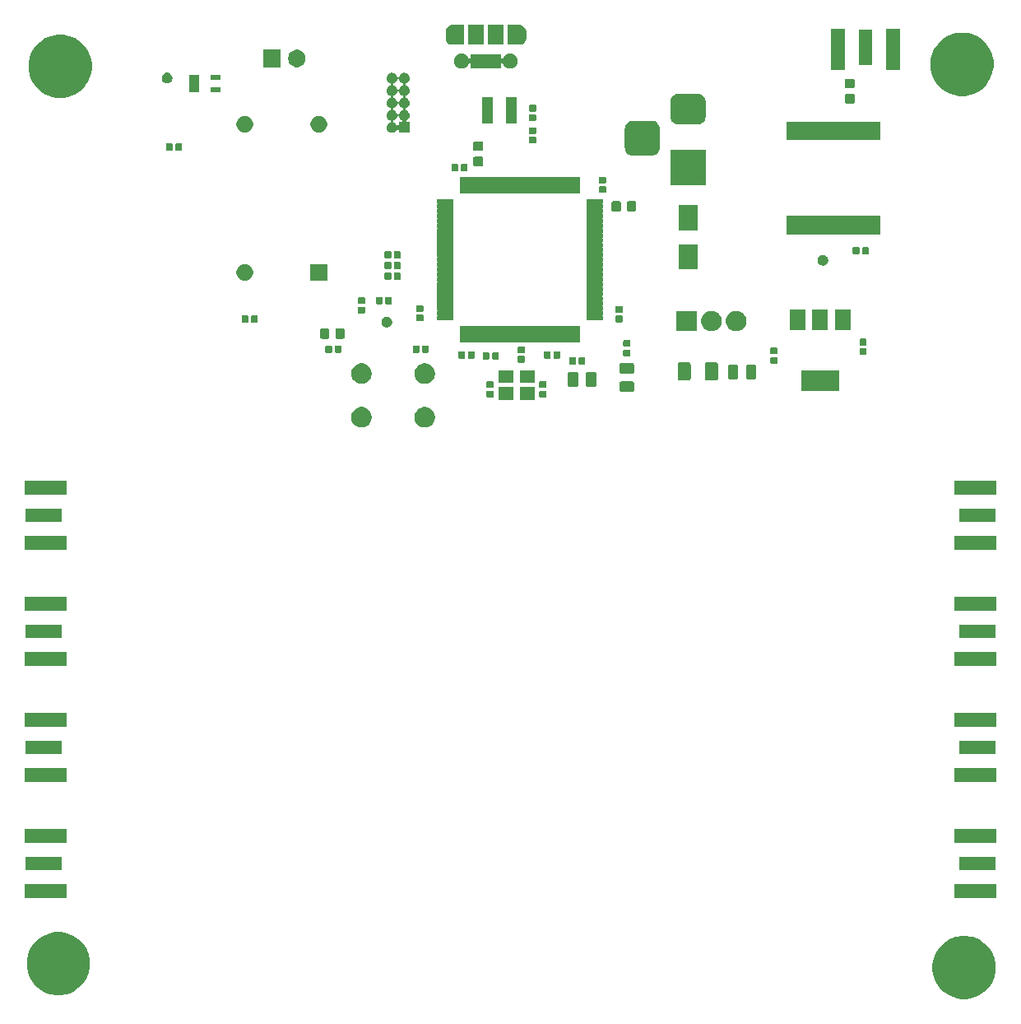
<source format=gbr>
G04 #@! TF.GenerationSoftware,KiCad,Pcbnew,5.1.5+dfsg1-2build2*
G04 #@! TF.CreationDate,2021-02-27T17:19:35-05:00*
G04 #@! TF.ProjectId,gpsdo,67707364-6f2e-46b6-9963-61645f706362,rev?*
G04 #@! TF.SameCoordinates,Original*
G04 #@! TF.FileFunction,Soldermask,Top*
G04 #@! TF.FilePolarity,Negative*
%FSLAX46Y46*%
G04 Gerber Fmt 4.6, Leading zero omitted, Abs format (unit mm)*
G04 Created by KiCad (PCBNEW 5.1.5+dfsg1-2build2) date 2021-02-27 17:19:35*
%MOMM*%
%LPD*%
G04 APERTURE LIST*
%ADD10C,0.100000*%
G04 APERTURE END LIST*
D10*
G36*
X97234239Y-93311467D02*
G01*
X97548282Y-93373934D01*
X98139926Y-93619001D01*
X98672392Y-93974784D01*
X99125216Y-94427608D01*
X99480999Y-94960074D01*
X99726066Y-95551718D01*
X99851000Y-96179804D01*
X99851000Y-96820196D01*
X99726066Y-97448282D01*
X99480999Y-98039926D01*
X99125216Y-98572392D01*
X98672392Y-99025216D01*
X98139926Y-99380999D01*
X97548282Y-99626066D01*
X97234239Y-99688533D01*
X96920197Y-99751000D01*
X96279803Y-99751000D01*
X95965761Y-99688533D01*
X95651718Y-99626066D01*
X95060074Y-99380999D01*
X94527608Y-99025216D01*
X94074784Y-98572392D01*
X93719001Y-98039926D01*
X93473934Y-97448282D01*
X93349000Y-96820196D01*
X93349000Y-96179804D01*
X93473934Y-95551718D01*
X93719001Y-94960074D01*
X94074784Y-94427608D01*
X94527608Y-93974784D01*
X95060074Y-93619001D01*
X95651718Y-93373934D01*
X95965761Y-93311467D01*
X96279803Y-93249000D01*
X96920197Y-93249000D01*
X97234239Y-93311467D01*
G37*
G36*
X4034239Y-92911467D02*
G01*
X4348282Y-92973934D01*
X4939926Y-93219001D01*
X5472392Y-93574784D01*
X5925216Y-94027608D01*
X6280999Y-94560074D01*
X6526066Y-95151718D01*
X6651000Y-95779804D01*
X6651000Y-96420196D01*
X6526066Y-97048282D01*
X6280999Y-97639926D01*
X5925216Y-98172392D01*
X5472392Y-98625216D01*
X4939926Y-98980999D01*
X4348282Y-99226066D01*
X4034239Y-99288533D01*
X3720197Y-99351000D01*
X3079803Y-99351000D01*
X2765761Y-99288533D01*
X2451718Y-99226066D01*
X1860074Y-98980999D01*
X1327608Y-98625216D01*
X874784Y-98172392D01*
X519001Y-97639926D01*
X273934Y-97048282D01*
X149000Y-96420196D01*
X149000Y-95779804D01*
X273934Y-95151718D01*
X519001Y-94560074D01*
X874784Y-94027608D01*
X1327608Y-93574784D01*
X1860074Y-93219001D01*
X2451718Y-92973934D01*
X2765761Y-92911467D01*
X3079803Y-92849000D01*
X3720197Y-92849000D01*
X4034239Y-92911467D01*
G37*
G36*
X4251000Y-89351000D02*
G01*
X-51000Y-89351000D01*
X-51000Y-87899000D01*
X4251000Y-87899000D01*
X4251000Y-89351000D01*
G37*
G36*
X99951000Y-89351000D02*
G01*
X95649000Y-89351000D01*
X95649000Y-87899000D01*
X99951000Y-87899000D01*
X99951000Y-89351000D01*
G37*
G36*
X3751000Y-86486000D02*
G01*
X49000Y-86486000D01*
X49000Y-85114000D01*
X3751000Y-85114000D01*
X3751000Y-86486000D01*
G37*
G36*
X99851000Y-86486000D02*
G01*
X96149000Y-86486000D01*
X96149000Y-85114000D01*
X99851000Y-85114000D01*
X99851000Y-86486000D01*
G37*
G36*
X4251000Y-83701000D02*
G01*
X-51000Y-83701000D01*
X-51000Y-82249000D01*
X4251000Y-82249000D01*
X4251000Y-83701000D01*
G37*
G36*
X99951000Y-83701000D02*
G01*
X95649000Y-83701000D01*
X95649000Y-82249000D01*
X99951000Y-82249000D01*
X99951000Y-83701000D01*
G37*
G36*
X99951000Y-77417666D02*
G01*
X95649000Y-77417666D01*
X95649000Y-75965666D01*
X99951000Y-75965666D01*
X99951000Y-77417666D01*
G37*
G36*
X4251000Y-77417666D02*
G01*
X-51000Y-77417666D01*
X-51000Y-75965666D01*
X4251000Y-75965666D01*
X4251000Y-77417666D01*
G37*
G36*
X3751000Y-74552666D02*
G01*
X49000Y-74552666D01*
X49000Y-73180666D01*
X3751000Y-73180666D01*
X3751000Y-74552666D01*
G37*
G36*
X99851000Y-74552666D02*
G01*
X96149000Y-74552666D01*
X96149000Y-73180666D01*
X99851000Y-73180666D01*
X99851000Y-74552666D01*
G37*
G36*
X4251000Y-71767666D02*
G01*
X-51000Y-71767666D01*
X-51000Y-70315666D01*
X4251000Y-70315666D01*
X4251000Y-71767666D01*
G37*
G36*
X99951000Y-71767666D02*
G01*
X95649000Y-71767666D01*
X95649000Y-70315666D01*
X99951000Y-70315666D01*
X99951000Y-71767666D01*
G37*
G36*
X99951000Y-65484333D02*
G01*
X95649000Y-65484333D01*
X95649000Y-64032333D01*
X99951000Y-64032333D01*
X99951000Y-65484333D01*
G37*
G36*
X4251000Y-65484333D02*
G01*
X-51000Y-65484333D01*
X-51000Y-64032333D01*
X4251000Y-64032333D01*
X4251000Y-65484333D01*
G37*
G36*
X99851000Y-62619333D02*
G01*
X96149000Y-62619333D01*
X96149000Y-61247333D01*
X99851000Y-61247333D01*
X99851000Y-62619333D01*
G37*
G36*
X3751000Y-62619333D02*
G01*
X49000Y-62619333D01*
X49000Y-61247333D01*
X3751000Y-61247333D01*
X3751000Y-62619333D01*
G37*
G36*
X99951000Y-59834333D02*
G01*
X95649000Y-59834333D01*
X95649000Y-58382333D01*
X99951000Y-58382333D01*
X99951000Y-59834333D01*
G37*
G36*
X4251000Y-59834333D02*
G01*
X-51000Y-59834333D01*
X-51000Y-58382333D01*
X4251000Y-58382333D01*
X4251000Y-59834333D01*
G37*
G36*
X99951000Y-53551000D02*
G01*
X95649000Y-53551000D01*
X95649000Y-52099000D01*
X99951000Y-52099000D01*
X99951000Y-53551000D01*
G37*
G36*
X4251000Y-53551000D02*
G01*
X-51000Y-53551000D01*
X-51000Y-52099000D01*
X4251000Y-52099000D01*
X4251000Y-53551000D01*
G37*
G36*
X99851000Y-50686000D02*
G01*
X96149000Y-50686000D01*
X96149000Y-49314000D01*
X99851000Y-49314000D01*
X99851000Y-50686000D01*
G37*
G36*
X3751000Y-50686000D02*
G01*
X49000Y-50686000D01*
X49000Y-49314000D01*
X3751000Y-49314000D01*
X3751000Y-50686000D01*
G37*
G36*
X99951000Y-47901000D02*
G01*
X95649000Y-47901000D01*
X95649000Y-46449000D01*
X99951000Y-46449000D01*
X99951000Y-47901000D01*
G37*
G36*
X4251000Y-47901000D02*
G01*
X-51000Y-47901000D01*
X-51000Y-46449000D01*
X4251000Y-46449000D01*
X4251000Y-47901000D01*
G37*
G36*
X41406564Y-38889389D02*
G01*
X41597833Y-38968615D01*
X41597835Y-38968616D01*
X41769973Y-39083635D01*
X41916365Y-39230027D01*
X42031385Y-39402167D01*
X42110611Y-39593436D01*
X42151000Y-39796484D01*
X42151000Y-40003516D01*
X42110611Y-40206564D01*
X42031385Y-40397833D01*
X42031384Y-40397835D01*
X41916365Y-40569973D01*
X41769973Y-40716365D01*
X41597835Y-40831384D01*
X41597834Y-40831385D01*
X41597833Y-40831385D01*
X41406564Y-40910611D01*
X41203516Y-40951000D01*
X40996484Y-40951000D01*
X40793436Y-40910611D01*
X40602167Y-40831385D01*
X40602166Y-40831385D01*
X40602165Y-40831384D01*
X40430027Y-40716365D01*
X40283635Y-40569973D01*
X40168616Y-40397835D01*
X40168615Y-40397833D01*
X40089389Y-40206564D01*
X40049000Y-40003516D01*
X40049000Y-39796484D01*
X40089389Y-39593436D01*
X40168615Y-39402167D01*
X40283635Y-39230027D01*
X40430027Y-39083635D01*
X40602165Y-38968616D01*
X40602167Y-38968615D01*
X40793436Y-38889389D01*
X40996484Y-38849000D01*
X41203516Y-38849000D01*
X41406564Y-38889389D01*
G37*
G36*
X34906564Y-38889389D02*
G01*
X35097833Y-38968615D01*
X35097835Y-38968616D01*
X35269973Y-39083635D01*
X35416365Y-39230027D01*
X35531385Y-39402167D01*
X35610611Y-39593436D01*
X35651000Y-39796484D01*
X35651000Y-40003516D01*
X35610611Y-40206564D01*
X35531385Y-40397833D01*
X35531384Y-40397835D01*
X35416365Y-40569973D01*
X35269973Y-40716365D01*
X35097835Y-40831384D01*
X35097834Y-40831385D01*
X35097833Y-40831385D01*
X34906564Y-40910611D01*
X34703516Y-40951000D01*
X34496484Y-40951000D01*
X34293436Y-40910611D01*
X34102167Y-40831385D01*
X34102166Y-40831385D01*
X34102165Y-40831384D01*
X33930027Y-40716365D01*
X33783635Y-40569973D01*
X33668616Y-40397835D01*
X33668615Y-40397833D01*
X33589389Y-40206564D01*
X33549000Y-40003516D01*
X33549000Y-39796484D01*
X33589389Y-39593436D01*
X33668615Y-39402167D01*
X33783635Y-39230027D01*
X33930027Y-39083635D01*
X34102165Y-38968616D01*
X34102167Y-38968615D01*
X34293436Y-38889389D01*
X34496484Y-38849000D01*
X34703516Y-38849000D01*
X34906564Y-38889389D01*
G37*
G36*
X50211000Y-38091000D02*
G01*
X48709000Y-38091000D01*
X48709000Y-36789000D01*
X50211000Y-36789000D01*
X50211000Y-38091000D01*
G37*
G36*
X52411000Y-38091000D02*
G01*
X50909000Y-38091000D01*
X50909000Y-36789000D01*
X52411000Y-36789000D01*
X52411000Y-38091000D01*
G37*
G36*
X48111938Y-37171716D02*
G01*
X48132557Y-37177971D01*
X48151553Y-37188124D01*
X48168208Y-37201792D01*
X48181876Y-37218447D01*
X48192029Y-37237443D01*
X48198284Y-37258062D01*
X48201000Y-37285640D01*
X48201000Y-37744360D01*
X48198284Y-37771938D01*
X48192029Y-37792557D01*
X48181876Y-37811553D01*
X48168208Y-37828208D01*
X48151553Y-37841876D01*
X48132557Y-37852029D01*
X48111938Y-37858284D01*
X48084360Y-37861000D01*
X47575640Y-37861000D01*
X47548062Y-37858284D01*
X47527443Y-37852029D01*
X47508447Y-37841876D01*
X47491792Y-37828208D01*
X47478124Y-37811553D01*
X47467971Y-37792557D01*
X47461716Y-37771938D01*
X47459000Y-37744360D01*
X47459000Y-37285640D01*
X47461716Y-37258062D01*
X47467971Y-37237443D01*
X47478124Y-37218447D01*
X47491792Y-37201792D01*
X47508447Y-37188124D01*
X47527443Y-37177971D01*
X47548062Y-37171716D01*
X47575640Y-37169000D01*
X48084360Y-37169000D01*
X48111938Y-37171716D01*
G37*
G36*
X53541938Y-37171716D02*
G01*
X53562557Y-37177971D01*
X53581553Y-37188124D01*
X53598208Y-37201792D01*
X53611876Y-37218447D01*
X53622029Y-37237443D01*
X53628284Y-37258062D01*
X53631000Y-37285640D01*
X53631000Y-37744360D01*
X53628284Y-37771938D01*
X53622029Y-37792557D01*
X53611876Y-37811553D01*
X53598208Y-37828208D01*
X53581553Y-37841876D01*
X53562557Y-37852029D01*
X53541938Y-37858284D01*
X53514360Y-37861000D01*
X53005640Y-37861000D01*
X52978062Y-37858284D01*
X52957443Y-37852029D01*
X52938447Y-37841876D01*
X52921792Y-37828208D01*
X52908124Y-37811553D01*
X52897971Y-37792557D01*
X52891716Y-37771938D01*
X52889000Y-37744360D01*
X52889000Y-37285640D01*
X52891716Y-37258062D01*
X52897971Y-37237443D01*
X52908124Y-37218447D01*
X52921792Y-37201792D01*
X52938447Y-37188124D01*
X52957443Y-37177971D01*
X52978062Y-37171716D01*
X53005640Y-37169000D01*
X53514360Y-37169000D01*
X53541938Y-37171716D01*
G37*
G36*
X62484468Y-36203565D02*
G01*
X62523138Y-36215296D01*
X62558777Y-36234346D01*
X62590017Y-36259983D01*
X62615654Y-36291223D01*
X62634704Y-36326862D01*
X62646435Y-36365532D01*
X62651000Y-36411888D01*
X62651000Y-37063112D01*
X62646435Y-37109468D01*
X62634704Y-37148138D01*
X62615654Y-37183777D01*
X62590017Y-37215017D01*
X62558777Y-37240654D01*
X62523138Y-37259704D01*
X62484468Y-37271435D01*
X62438112Y-37276000D01*
X61361888Y-37276000D01*
X61315532Y-37271435D01*
X61276862Y-37259704D01*
X61241223Y-37240654D01*
X61209983Y-37215017D01*
X61184346Y-37183777D01*
X61165296Y-37148138D01*
X61153565Y-37109468D01*
X61149000Y-37063112D01*
X61149000Y-36411888D01*
X61153565Y-36365532D01*
X61165296Y-36326862D01*
X61184346Y-36291223D01*
X61209983Y-36259983D01*
X61241223Y-36234346D01*
X61276862Y-36215296D01*
X61315532Y-36203565D01*
X61361888Y-36199000D01*
X62438112Y-36199000D01*
X62484468Y-36203565D01*
G37*
G36*
X83751000Y-37201000D02*
G01*
X79849000Y-37201000D01*
X79849000Y-35099000D01*
X83751000Y-35099000D01*
X83751000Y-37201000D01*
G37*
G36*
X48111938Y-36201716D02*
G01*
X48132557Y-36207971D01*
X48151553Y-36218124D01*
X48168208Y-36231792D01*
X48181876Y-36248447D01*
X48192029Y-36267443D01*
X48198284Y-36288062D01*
X48201000Y-36315640D01*
X48201000Y-36774360D01*
X48198284Y-36801938D01*
X48192029Y-36822557D01*
X48181876Y-36841553D01*
X48168208Y-36858208D01*
X48151553Y-36871876D01*
X48132557Y-36882029D01*
X48111938Y-36888284D01*
X48084360Y-36891000D01*
X47575640Y-36891000D01*
X47548062Y-36888284D01*
X47527443Y-36882029D01*
X47508447Y-36871876D01*
X47491792Y-36858208D01*
X47478124Y-36841553D01*
X47467971Y-36822557D01*
X47461716Y-36801938D01*
X47459000Y-36774360D01*
X47459000Y-36315640D01*
X47461716Y-36288062D01*
X47467971Y-36267443D01*
X47478124Y-36248447D01*
X47491792Y-36231792D01*
X47508447Y-36218124D01*
X47527443Y-36207971D01*
X47548062Y-36201716D01*
X47575640Y-36199000D01*
X48084360Y-36199000D01*
X48111938Y-36201716D01*
G37*
G36*
X53541938Y-36201716D02*
G01*
X53562557Y-36207971D01*
X53581553Y-36218124D01*
X53598208Y-36231792D01*
X53611876Y-36248447D01*
X53622029Y-36267443D01*
X53628284Y-36288062D01*
X53631000Y-36315640D01*
X53631000Y-36774360D01*
X53628284Y-36801938D01*
X53622029Y-36822557D01*
X53611876Y-36841553D01*
X53598208Y-36858208D01*
X53581553Y-36871876D01*
X53562557Y-36882029D01*
X53541938Y-36888284D01*
X53514360Y-36891000D01*
X53005640Y-36891000D01*
X52978062Y-36888284D01*
X52957443Y-36882029D01*
X52938447Y-36871876D01*
X52921792Y-36858208D01*
X52908124Y-36841553D01*
X52897971Y-36822557D01*
X52891716Y-36801938D01*
X52889000Y-36774360D01*
X52889000Y-36315640D01*
X52891716Y-36288062D01*
X52897971Y-36267443D01*
X52908124Y-36248447D01*
X52921792Y-36231792D01*
X52938447Y-36218124D01*
X52957443Y-36207971D01*
X52978062Y-36201716D01*
X53005640Y-36199000D01*
X53514360Y-36199000D01*
X53541938Y-36201716D01*
G37*
G36*
X58609468Y-35253565D02*
G01*
X58648138Y-35265296D01*
X58683777Y-35284346D01*
X58715017Y-35309983D01*
X58740654Y-35341223D01*
X58759704Y-35376862D01*
X58771435Y-35415532D01*
X58776000Y-35461888D01*
X58776000Y-36538112D01*
X58771435Y-36584468D01*
X58759704Y-36623138D01*
X58740654Y-36658777D01*
X58715017Y-36690017D01*
X58683777Y-36715654D01*
X58648138Y-36734704D01*
X58609468Y-36746435D01*
X58563112Y-36751000D01*
X57911888Y-36751000D01*
X57865532Y-36746435D01*
X57826862Y-36734704D01*
X57791223Y-36715654D01*
X57759983Y-36690017D01*
X57734346Y-36658777D01*
X57715296Y-36623138D01*
X57703565Y-36584468D01*
X57699000Y-36538112D01*
X57699000Y-35461888D01*
X57703565Y-35415532D01*
X57715296Y-35376862D01*
X57734346Y-35341223D01*
X57759983Y-35309983D01*
X57791223Y-35284346D01*
X57826862Y-35265296D01*
X57865532Y-35253565D01*
X57911888Y-35249000D01*
X58563112Y-35249000D01*
X58609468Y-35253565D01*
G37*
G36*
X56734468Y-35253565D02*
G01*
X56773138Y-35265296D01*
X56808777Y-35284346D01*
X56840017Y-35309983D01*
X56865654Y-35341223D01*
X56884704Y-35376862D01*
X56896435Y-35415532D01*
X56901000Y-35461888D01*
X56901000Y-36538112D01*
X56896435Y-36584468D01*
X56884704Y-36623138D01*
X56865654Y-36658777D01*
X56840017Y-36690017D01*
X56808777Y-36715654D01*
X56773138Y-36734704D01*
X56734468Y-36746435D01*
X56688112Y-36751000D01*
X56036888Y-36751000D01*
X55990532Y-36746435D01*
X55951862Y-36734704D01*
X55916223Y-36715654D01*
X55884983Y-36690017D01*
X55859346Y-36658777D01*
X55840296Y-36623138D01*
X55828565Y-36584468D01*
X55824000Y-36538112D01*
X55824000Y-35461888D01*
X55828565Y-35415532D01*
X55840296Y-35376862D01*
X55859346Y-35341223D01*
X55884983Y-35309983D01*
X55916223Y-35284346D01*
X55951862Y-35265296D01*
X55990532Y-35253565D01*
X56036888Y-35249000D01*
X56688112Y-35249000D01*
X56734468Y-35253565D01*
G37*
G36*
X41406564Y-34389389D02*
G01*
X41597833Y-34468615D01*
X41597835Y-34468616D01*
X41751397Y-34571223D01*
X41769973Y-34583635D01*
X41916365Y-34730027D01*
X42031385Y-34902167D01*
X42110611Y-35093436D01*
X42151000Y-35296484D01*
X42151000Y-35503516D01*
X42110611Y-35706564D01*
X42065783Y-35814788D01*
X42031384Y-35897835D01*
X41916365Y-36069973D01*
X41769973Y-36216365D01*
X41597835Y-36331384D01*
X41597834Y-36331385D01*
X41597833Y-36331385D01*
X41406564Y-36410611D01*
X41203516Y-36451000D01*
X40996484Y-36451000D01*
X40793436Y-36410611D01*
X40602167Y-36331385D01*
X40602166Y-36331385D01*
X40602165Y-36331384D01*
X40430027Y-36216365D01*
X40283635Y-36069973D01*
X40168616Y-35897835D01*
X40134217Y-35814788D01*
X40089389Y-35706564D01*
X40049000Y-35503516D01*
X40049000Y-35296484D01*
X40089389Y-35093436D01*
X40168615Y-34902167D01*
X40283635Y-34730027D01*
X40430027Y-34583635D01*
X40448603Y-34571223D01*
X40602165Y-34468616D01*
X40602167Y-34468615D01*
X40793436Y-34389389D01*
X40996484Y-34349000D01*
X41203516Y-34349000D01*
X41406564Y-34389389D01*
G37*
G36*
X34906564Y-34389389D02*
G01*
X35097833Y-34468615D01*
X35097835Y-34468616D01*
X35251397Y-34571223D01*
X35269973Y-34583635D01*
X35416365Y-34730027D01*
X35531385Y-34902167D01*
X35610611Y-35093436D01*
X35651000Y-35296484D01*
X35651000Y-35503516D01*
X35610611Y-35706564D01*
X35565783Y-35814788D01*
X35531384Y-35897835D01*
X35416365Y-36069973D01*
X35269973Y-36216365D01*
X35097835Y-36331384D01*
X35097834Y-36331385D01*
X35097833Y-36331385D01*
X34906564Y-36410611D01*
X34703516Y-36451000D01*
X34496484Y-36451000D01*
X34293436Y-36410611D01*
X34102167Y-36331385D01*
X34102166Y-36331385D01*
X34102165Y-36331384D01*
X33930027Y-36216365D01*
X33783635Y-36069973D01*
X33668616Y-35897835D01*
X33634217Y-35814788D01*
X33589389Y-35706564D01*
X33549000Y-35503516D01*
X33549000Y-35296484D01*
X33589389Y-35093436D01*
X33668615Y-34902167D01*
X33783635Y-34730027D01*
X33930027Y-34583635D01*
X33948603Y-34571223D01*
X34102165Y-34468616D01*
X34102167Y-34468615D01*
X34293436Y-34389389D01*
X34496484Y-34349000D01*
X34703516Y-34349000D01*
X34906564Y-34389389D01*
G37*
G36*
X52411000Y-36391000D02*
G01*
X50909000Y-36391000D01*
X50909000Y-35089000D01*
X52411000Y-35089000D01*
X52411000Y-36391000D01*
G37*
G36*
X50211000Y-36391000D02*
G01*
X48709000Y-36391000D01*
X48709000Y-35089000D01*
X50211000Y-35089000D01*
X50211000Y-36391000D01*
G37*
G36*
X71118604Y-34278347D02*
G01*
X71155144Y-34289432D01*
X71188821Y-34307433D01*
X71218341Y-34331659D01*
X71242567Y-34361179D01*
X71260568Y-34394856D01*
X71271653Y-34431396D01*
X71276000Y-34475538D01*
X71276000Y-35924462D01*
X71271653Y-35968604D01*
X71260568Y-36005144D01*
X71242567Y-36038821D01*
X71218341Y-36068341D01*
X71188821Y-36092567D01*
X71155144Y-36110568D01*
X71118604Y-36121653D01*
X71074462Y-36126000D01*
X70125538Y-36126000D01*
X70081396Y-36121653D01*
X70044856Y-36110568D01*
X70011179Y-36092567D01*
X69981659Y-36068341D01*
X69957433Y-36038821D01*
X69939432Y-36005144D01*
X69928347Y-35968604D01*
X69924000Y-35924462D01*
X69924000Y-34475538D01*
X69928347Y-34431396D01*
X69939432Y-34394856D01*
X69957433Y-34361179D01*
X69981659Y-34331659D01*
X70011179Y-34307433D01*
X70044856Y-34289432D01*
X70081396Y-34278347D01*
X70125538Y-34274000D01*
X71074462Y-34274000D01*
X71118604Y-34278347D01*
G37*
G36*
X68318604Y-34278347D02*
G01*
X68355144Y-34289432D01*
X68388821Y-34307433D01*
X68418341Y-34331659D01*
X68442567Y-34361179D01*
X68460568Y-34394856D01*
X68471653Y-34431396D01*
X68476000Y-34475538D01*
X68476000Y-35924462D01*
X68471653Y-35968604D01*
X68460568Y-36005144D01*
X68442567Y-36038821D01*
X68418341Y-36068341D01*
X68388821Y-36092567D01*
X68355144Y-36110568D01*
X68318604Y-36121653D01*
X68274462Y-36126000D01*
X67325538Y-36126000D01*
X67281396Y-36121653D01*
X67244856Y-36110568D01*
X67211179Y-36092567D01*
X67181659Y-36068341D01*
X67157433Y-36038821D01*
X67139432Y-36005144D01*
X67128347Y-35968604D01*
X67124000Y-35924462D01*
X67124000Y-34475538D01*
X67128347Y-34431396D01*
X67139432Y-34394856D01*
X67157433Y-34361179D01*
X67181659Y-34331659D01*
X67211179Y-34307433D01*
X67244856Y-34289432D01*
X67281396Y-34278347D01*
X67325538Y-34274000D01*
X68274462Y-34274000D01*
X68318604Y-34278347D01*
G37*
G36*
X73204468Y-34483565D02*
G01*
X73243138Y-34495296D01*
X73278777Y-34514346D01*
X73310017Y-34539983D01*
X73335654Y-34571223D01*
X73354704Y-34606862D01*
X73366435Y-34645532D01*
X73371000Y-34691888D01*
X73371000Y-35768112D01*
X73366435Y-35814468D01*
X73354704Y-35853138D01*
X73335654Y-35888777D01*
X73310017Y-35920017D01*
X73278777Y-35945654D01*
X73243138Y-35964704D01*
X73204468Y-35976435D01*
X73158112Y-35981000D01*
X72506888Y-35981000D01*
X72460532Y-35976435D01*
X72421862Y-35964704D01*
X72386223Y-35945654D01*
X72354983Y-35920017D01*
X72329346Y-35888777D01*
X72310296Y-35853138D01*
X72298565Y-35814468D01*
X72294000Y-35768112D01*
X72294000Y-34691888D01*
X72298565Y-34645532D01*
X72310296Y-34606862D01*
X72329346Y-34571223D01*
X72354983Y-34539983D01*
X72386223Y-34514346D01*
X72421862Y-34495296D01*
X72460532Y-34483565D01*
X72506888Y-34479000D01*
X73158112Y-34479000D01*
X73204468Y-34483565D01*
G37*
G36*
X75079468Y-34483565D02*
G01*
X75118138Y-34495296D01*
X75153777Y-34514346D01*
X75185017Y-34539983D01*
X75210654Y-34571223D01*
X75229704Y-34606862D01*
X75241435Y-34645532D01*
X75246000Y-34691888D01*
X75246000Y-35768112D01*
X75241435Y-35814468D01*
X75229704Y-35853138D01*
X75210654Y-35888777D01*
X75185017Y-35920017D01*
X75153777Y-35945654D01*
X75118138Y-35964704D01*
X75079468Y-35976435D01*
X75033112Y-35981000D01*
X74381888Y-35981000D01*
X74335532Y-35976435D01*
X74296862Y-35964704D01*
X74261223Y-35945654D01*
X74229983Y-35920017D01*
X74204346Y-35888777D01*
X74185296Y-35853138D01*
X74173565Y-35814468D01*
X74169000Y-35768112D01*
X74169000Y-34691888D01*
X74173565Y-34645532D01*
X74185296Y-34606862D01*
X74204346Y-34571223D01*
X74229983Y-34539983D01*
X74261223Y-34514346D01*
X74296862Y-34495296D01*
X74335532Y-34483565D01*
X74381888Y-34479000D01*
X75033112Y-34479000D01*
X75079468Y-34483565D01*
G37*
G36*
X62484468Y-34328565D02*
G01*
X62523138Y-34340296D01*
X62558777Y-34359346D01*
X62590017Y-34384983D01*
X62615654Y-34416223D01*
X62634704Y-34451862D01*
X62646435Y-34490532D01*
X62651000Y-34536888D01*
X62651000Y-35188112D01*
X62646435Y-35234468D01*
X62634704Y-35273138D01*
X62615654Y-35308777D01*
X62590017Y-35340017D01*
X62558777Y-35365654D01*
X62523138Y-35384704D01*
X62484468Y-35396435D01*
X62438112Y-35401000D01*
X61361888Y-35401000D01*
X61315532Y-35396435D01*
X61276862Y-35384704D01*
X61241223Y-35365654D01*
X61209983Y-35340017D01*
X61184346Y-35308777D01*
X61165296Y-35273138D01*
X61153565Y-35234468D01*
X61149000Y-35188112D01*
X61149000Y-34536888D01*
X61153565Y-34490532D01*
X61165296Y-34451862D01*
X61184346Y-34416223D01*
X61209983Y-34384983D01*
X61241223Y-34359346D01*
X61276862Y-34340296D01*
X61315532Y-34328565D01*
X61361888Y-34324000D01*
X62438112Y-34324000D01*
X62484468Y-34328565D01*
G37*
G36*
X57541938Y-33731716D02*
G01*
X57562557Y-33737971D01*
X57581553Y-33748124D01*
X57598208Y-33761792D01*
X57611876Y-33778447D01*
X57622029Y-33797443D01*
X57628284Y-33818062D01*
X57631000Y-33845640D01*
X57631000Y-34354360D01*
X57628284Y-34381938D01*
X57622029Y-34402557D01*
X57611876Y-34421553D01*
X57598208Y-34438208D01*
X57581553Y-34451876D01*
X57562557Y-34462029D01*
X57541938Y-34468284D01*
X57514360Y-34471000D01*
X57055640Y-34471000D01*
X57028062Y-34468284D01*
X57007443Y-34462029D01*
X56988447Y-34451876D01*
X56971792Y-34438208D01*
X56958124Y-34421553D01*
X56947971Y-34402557D01*
X56941716Y-34381938D01*
X56939000Y-34354360D01*
X56939000Y-33845640D01*
X56941716Y-33818062D01*
X56947971Y-33797443D01*
X56958124Y-33778447D01*
X56971792Y-33761792D01*
X56988447Y-33748124D01*
X57007443Y-33737971D01*
X57028062Y-33731716D01*
X57055640Y-33729000D01*
X57514360Y-33729000D01*
X57541938Y-33731716D01*
G37*
G36*
X56571938Y-33731716D02*
G01*
X56592557Y-33737971D01*
X56611553Y-33748124D01*
X56628208Y-33761792D01*
X56641876Y-33778447D01*
X56652029Y-33797443D01*
X56658284Y-33818062D01*
X56661000Y-33845640D01*
X56661000Y-34354360D01*
X56658284Y-34381938D01*
X56652029Y-34402557D01*
X56641876Y-34421553D01*
X56628208Y-34438208D01*
X56611553Y-34451876D01*
X56592557Y-34462029D01*
X56571938Y-34468284D01*
X56544360Y-34471000D01*
X56085640Y-34471000D01*
X56058062Y-34468284D01*
X56037443Y-34462029D01*
X56018447Y-34451876D01*
X56001792Y-34438208D01*
X55988124Y-34421553D01*
X55977971Y-34402557D01*
X55971716Y-34381938D01*
X55969000Y-34354360D01*
X55969000Y-33845640D01*
X55971716Y-33818062D01*
X55977971Y-33797443D01*
X55988124Y-33778447D01*
X56001792Y-33761792D01*
X56018447Y-33748124D01*
X56037443Y-33737971D01*
X56058062Y-33731716D01*
X56085640Y-33729000D01*
X56544360Y-33729000D01*
X56571938Y-33731716D01*
G37*
G36*
X77331938Y-33711716D02*
G01*
X77352557Y-33717971D01*
X77371553Y-33728124D01*
X77388208Y-33741792D01*
X77401876Y-33758447D01*
X77412029Y-33777443D01*
X77418284Y-33798062D01*
X77421000Y-33825640D01*
X77421000Y-34284360D01*
X77418284Y-34311938D01*
X77412029Y-34332557D01*
X77401876Y-34351553D01*
X77388208Y-34368208D01*
X77371553Y-34381876D01*
X77352557Y-34392029D01*
X77331938Y-34398284D01*
X77304360Y-34401000D01*
X76795640Y-34401000D01*
X76768062Y-34398284D01*
X76747443Y-34392029D01*
X76728447Y-34381876D01*
X76711792Y-34368208D01*
X76698124Y-34351553D01*
X76687971Y-34332557D01*
X76681716Y-34311938D01*
X76679000Y-34284360D01*
X76679000Y-33825640D01*
X76681716Y-33798062D01*
X76687971Y-33777443D01*
X76698124Y-33758447D01*
X76711792Y-33741792D01*
X76728447Y-33728124D01*
X76747443Y-33717971D01*
X76768062Y-33711716D01*
X76795640Y-33709000D01*
X77304360Y-33709000D01*
X77331938Y-33711716D01*
G37*
G36*
X51321938Y-33601716D02*
G01*
X51342557Y-33607971D01*
X51361553Y-33618124D01*
X51378208Y-33631792D01*
X51391876Y-33648447D01*
X51402029Y-33667443D01*
X51408284Y-33688062D01*
X51411000Y-33715640D01*
X51411000Y-34174360D01*
X51408284Y-34201938D01*
X51402029Y-34222557D01*
X51391876Y-34241553D01*
X51378208Y-34258208D01*
X51361553Y-34271876D01*
X51342557Y-34282029D01*
X51321938Y-34288284D01*
X51294360Y-34291000D01*
X50785640Y-34291000D01*
X50758062Y-34288284D01*
X50737443Y-34282029D01*
X50718447Y-34271876D01*
X50701792Y-34258208D01*
X50688124Y-34241553D01*
X50677971Y-34222557D01*
X50671716Y-34201938D01*
X50669000Y-34174360D01*
X50669000Y-33715640D01*
X50671716Y-33688062D01*
X50677971Y-33667443D01*
X50688124Y-33648447D01*
X50701792Y-33631792D01*
X50718447Y-33618124D01*
X50737443Y-33607971D01*
X50758062Y-33601716D01*
X50785640Y-33599000D01*
X51294360Y-33599000D01*
X51321938Y-33601716D01*
G37*
G36*
X47671938Y-33231716D02*
G01*
X47692557Y-33237971D01*
X47711553Y-33248124D01*
X47728208Y-33261792D01*
X47741876Y-33278447D01*
X47752029Y-33297443D01*
X47758284Y-33318062D01*
X47761000Y-33345640D01*
X47761000Y-33854360D01*
X47758284Y-33881938D01*
X47752029Y-33902557D01*
X47741876Y-33921553D01*
X47728208Y-33938208D01*
X47711553Y-33951876D01*
X47692557Y-33962029D01*
X47671938Y-33968284D01*
X47644360Y-33971000D01*
X47185640Y-33971000D01*
X47158062Y-33968284D01*
X47137443Y-33962029D01*
X47118447Y-33951876D01*
X47101792Y-33938208D01*
X47088124Y-33921553D01*
X47077971Y-33902557D01*
X47071716Y-33881938D01*
X47069000Y-33854360D01*
X47069000Y-33345640D01*
X47071716Y-33318062D01*
X47077971Y-33297443D01*
X47088124Y-33278447D01*
X47101792Y-33261792D01*
X47118447Y-33248124D01*
X47137443Y-33237971D01*
X47158062Y-33231716D01*
X47185640Y-33229000D01*
X47644360Y-33229000D01*
X47671938Y-33231716D01*
G37*
G36*
X48641938Y-33231716D02*
G01*
X48662557Y-33237971D01*
X48681553Y-33248124D01*
X48698208Y-33261792D01*
X48711876Y-33278447D01*
X48722029Y-33297443D01*
X48728284Y-33318062D01*
X48731000Y-33345640D01*
X48731000Y-33854360D01*
X48728284Y-33881938D01*
X48722029Y-33902557D01*
X48711876Y-33921553D01*
X48698208Y-33938208D01*
X48681553Y-33951876D01*
X48662557Y-33962029D01*
X48641938Y-33968284D01*
X48614360Y-33971000D01*
X48155640Y-33971000D01*
X48128062Y-33968284D01*
X48107443Y-33962029D01*
X48088447Y-33951876D01*
X48071792Y-33938208D01*
X48058124Y-33921553D01*
X48047971Y-33902557D01*
X48041716Y-33881938D01*
X48039000Y-33854360D01*
X48039000Y-33345640D01*
X48041716Y-33318062D01*
X48047971Y-33297443D01*
X48058124Y-33278447D01*
X48071792Y-33261792D01*
X48088447Y-33248124D01*
X48107443Y-33237971D01*
X48128062Y-33231716D01*
X48155640Y-33229000D01*
X48614360Y-33229000D01*
X48641938Y-33231716D01*
G37*
G36*
X45171938Y-33131716D02*
G01*
X45192557Y-33137971D01*
X45211553Y-33148124D01*
X45228208Y-33161792D01*
X45241876Y-33178447D01*
X45252029Y-33197443D01*
X45258284Y-33218062D01*
X45261000Y-33245640D01*
X45261000Y-33754360D01*
X45258284Y-33781938D01*
X45252029Y-33802557D01*
X45241876Y-33821553D01*
X45228208Y-33838208D01*
X45211553Y-33851876D01*
X45192557Y-33862029D01*
X45171938Y-33868284D01*
X45144360Y-33871000D01*
X44685640Y-33871000D01*
X44658062Y-33868284D01*
X44637443Y-33862029D01*
X44618447Y-33851876D01*
X44601792Y-33838208D01*
X44588124Y-33821553D01*
X44577971Y-33802557D01*
X44571716Y-33781938D01*
X44569000Y-33754360D01*
X44569000Y-33245640D01*
X44571716Y-33218062D01*
X44577971Y-33197443D01*
X44588124Y-33178447D01*
X44601792Y-33161792D01*
X44618447Y-33148124D01*
X44637443Y-33137971D01*
X44658062Y-33131716D01*
X44685640Y-33129000D01*
X45144360Y-33129000D01*
X45171938Y-33131716D01*
G37*
G36*
X54941938Y-33131716D02*
G01*
X54962557Y-33137971D01*
X54981553Y-33148124D01*
X54998208Y-33161792D01*
X55011876Y-33178447D01*
X55022029Y-33197443D01*
X55028284Y-33218062D01*
X55031000Y-33245640D01*
X55031000Y-33754360D01*
X55028284Y-33781938D01*
X55022029Y-33802557D01*
X55011876Y-33821553D01*
X54998208Y-33838208D01*
X54981553Y-33851876D01*
X54962557Y-33862029D01*
X54941938Y-33868284D01*
X54914360Y-33871000D01*
X54455640Y-33871000D01*
X54428062Y-33868284D01*
X54407443Y-33862029D01*
X54388447Y-33851876D01*
X54371792Y-33838208D01*
X54358124Y-33821553D01*
X54347971Y-33802557D01*
X54341716Y-33781938D01*
X54339000Y-33754360D01*
X54339000Y-33245640D01*
X54341716Y-33218062D01*
X54347971Y-33197443D01*
X54358124Y-33178447D01*
X54371792Y-33161792D01*
X54388447Y-33148124D01*
X54407443Y-33137971D01*
X54428062Y-33131716D01*
X54455640Y-33129000D01*
X54914360Y-33129000D01*
X54941938Y-33131716D01*
G37*
G36*
X53971938Y-33131716D02*
G01*
X53992557Y-33137971D01*
X54011553Y-33148124D01*
X54028208Y-33161792D01*
X54041876Y-33178447D01*
X54052029Y-33197443D01*
X54058284Y-33218062D01*
X54061000Y-33245640D01*
X54061000Y-33754360D01*
X54058284Y-33781938D01*
X54052029Y-33802557D01*
X54041876Y-33821553D01*
X54028208Y-33838208D01*
X54011553Y-33851876D01*
X53992557Y-33862029D01*
X53971938Y-33868284D01*
X53944360Y-33871000D01*
X53485640Y-33871000D01*
X53458062Y-33868284D01*
X53437443Y-33862029D01*
X53418447Y-33851876D01*
X53401792Y-33838208D01*
X53388124Y-33821553D01*
X53377971Y-33802557D01*
X53371716Y-33781938D01*
X53369000Y-33754360D01*
X53369000Y-33245640D01*
X53371716Y-33218062D01*
X53377971Y-33197443D01*
X53388124Y-33178447D01*
X53401792Y-33161792D01*
X53418447Y-33148124D01*
X53437443Y-33137971D01*
X53458062Y-33131716D01*
X53485640Y-33129000D01*
X53944360Y-33129000D01*
X53971938Y-33131716D01*
G37*
G36*
X46141938Y-33131716D02*
G01*
X46162557Y-33137971D01*
X46181553Y-33148124D01*
X46198208Y-33161792D01*
X46211876Y-33178447D01*
X46222029Y-33197443D01*
X46228284Y-33218062D01*
X46231000Y-33245640D01*
X46231000Y-33754360D01*
X46228284Y-33781938D01*
X46222029Y-33802557D01*
X46211876Y-33821553D01*
X46198208Y-33838208D01*
X46181553Y-33851876D01*
X46162557Y-33862029D01*
X46141938Y-33868284D01*
X46114360Y-33871000D01*
X45655640Y-33871000D01*
X45628062Y-33868284D01*
X45607443Y-33862029D01*
X45588447Y-33851876D01*
X45571792Y-33838208D01*
X45558124Y-33821553D01*
X45547971Y-33802557D01*
X45541716Y-33781938D01*
X45539000Y-33754360D01*
X45539000Y-33245640D01*
X45541716Y-33218062D01*
X45547971Y-33197443D01*
X45558124Y-33178447D01*
X45571792Y-33161792D01*
X45588447Y-33148124D01*
X45607443Y-33137971D01*
X45628062Y-33131716D01*
X45655640Y-33129000D01*
X46114360Y-33129000D01*
X46141938Y-33131716D01*
G37*
G36*
X62181938Y-32941716D02*
G01*
X62202557Y-32947971D01*
X62221553Y-32958124D01*
X62238208Y-32971792D01*
X62251876Y-32988447D01*
X62262029Y-33007443D01*
X62268284Y-33028062D01*
X62271000Y-33055640D01*
X62271000Y-33514360D01*
X62268284Y-33541938D01*
X62262029Y-33562557D01*
X62251876Y-33581553D01*
X62238208Y-33598208D01*
X62221553Y-33611876D01*
X62202557Y-33622029D01*
X62181938Y-33628284D01*
X62154360Y-33631000D01*
X61645640Y-33631000D01*
X61618062Y-33628284D01*
X61597443Y-33622029D01*
X61578447Y-33611876D01*
X61561792Y-33598208D01*
X61548124Y-33581553D01*
X61537971Y-33562557D01*
X61531716Y-33541938D01*
X61529000Y-33514360D01*
X61529000Y-33055640D01*
X61531716Y-33028062D01*
X61537971Y-33007443D01*
X61548124Y-32988447D01*
X61561792Y-32971792D01*
X61578447Y-32958124D01*
X61597443Y-32947971D01*
X61618062Y-32941716D01*
X61645640Y-32939000D01*
X62154360Y-32939000D01*
X62181938Y-32941716D01*
G37*
G36*
X86491938Y-32791716D02*
G01*
X86512557Y-32797971D01*
X86531553Y-32808124D01*
X86548208Y-32821792D01*
X86561876Y-32838447D01*
X86572029Y-32857443D01*
X86578284Y-32878062D01*
X86581000Y-32905640D01*
X86581000Y-33364360D01*
X86578284Y-33391938D01*
X86572029Y-33412557D01*
X86561876Y-33431553D01*
X86548208Y-33448208D01*
X86531553Y-33461876D01*
X86512557Y-33472029D01*
X86491938Y-33478284D01*
X86464360Y-33481000D01*
X85955640Y-33481000D01*
X85928062Y-33478284D01*
X85907443Y-33472029D01*
X85888447Y-33461876D01*
X85871792Y-33448208D01*
X85858124Y-33431553D01*
X85847971Y-33412557D01*
X85841716Y-33391938D01*
X85839000Y-33364360D01*
X85839000Y-32905640D01*
X85841716Y-32878062D01*
X85847971Y-32857443D01*
X85858124Y-32838447D01*
X85871792Y-32821792D01*
X85888447Y-32808124D01*
X85907443Y-32797971D01*
X85928062Y-32791716D01*
X85955640Y-32789000D01*
X86464360Y-32789000D01*
X86491938Y-32791716D01*
G37*
G36*
X77331938Y-32741716D02*
G01*
X77352557Y-32747971D01*
X77371553Y-32758124D01*
X77388208Y-32771792D01*
X77401876Y-32788447D01*
X77412029Y-32807443D01*
X77418284Y-32828062D01*
X77421000Y-32855640D01*
X77421000Y-33314360D01*
X77418284Y-33341938D01*
X77412029Y-33362557D01*
X77401876Y-33381553D01*
X77388208Y-33398208D01*
X77371553Y-33411876D01*
X77352557Y-33422029D01*
X77331938Y-33428284D01*
X77304360Y-33431000D01*
X76795640Y-33431000D01*
X76768062Y-33428284D01*
X76747443Y-33422029D01*
X76728447Y-33411876D01*
X76711792Y-33398208D01*
X76698124Y-33381553D01*
X76687971Y-33362557D01*
X76681716Y-33341938D01*
X76679000Y-33314360D01*
X76679000Y-32855640D01*
X76681716Y-32828062D01*
X76687971Y-32807443D01*
X76698124Y-32788447D01*
X76711792Y-32771792D01*
X76728447Y-32758124D01*
X76747443Y-32747971D01*
X76768062Y-32741716D01*
X76795640Y-32739000D01*
X77304360Y-32739000D01*
X77331938Y-32741716D01*
G37*
G36*
X51321938Y-32631716D02*
G01*
X51342557Y-32637971D01*
X51361553Y-32648124D01*
X51378208Y-32661792D01*
X51391876Y-32678447D01*
X51402029Y-32697443D01*
X51408284Y-32718062D01*
X51411000Y-32745640D01*
X51411000Y-33204360D01*
X51408284Y-33231938D01*
X51402029Y-33252557D01*
X51391876Y-33271553D01*
X51378208Y-33288208D01*
X51361553Y-33301876D01*
X51342557Y-33312029D01*
X51321938Y-33318284D01*
X51294360Y-33321000D01*
X50785640Y-33321000D01*
X50758062Y-33318284D01*
X50737443Y-33312029D01*
X50718447Y-33301876D01*
X50701792Y-33288208D01*
X50688124Y-33271553D01*
X50677971Y-33252557D01*
X50671716Y-33231938D01*
X50669000Y-33204360D01*
X50669000Y-32745640D01*
X50671716Y-32718062D01*
X50677971Y-32697443D01*
X50688124Y-32678447D01*
X50701792Y-32661792D01*
X50718447Y-32648124D01*
X50737443Y-32637971D01*
X50758062Y-32631716D01*
X50785640Y-32629000D01*
X51294360Y-32629000D01*
X51321938Y-32631716D01*
G37*
G36*
X31471938Y-32531716D02*
G01*
X31492557Y-32537971D01*
X31511553Y-32548124D01*
X31528208Y-32561792D01*
X31541876Y-32578447D01*
X31552029Y-32597443D01*
X31558284Y-32618062D01*
X31561000Y-32645640D01*
X31561000Y-33154360D01*
X31558284Y-33181938D01*
X31552029Y-33202557D01*
X31541876Y-33221553D01*
X31528208Y-33238208D01*
X31511553Y-33251876D01*
X31492557Y-33262029D01*
X31471938Y-33268284D01*
X31444360Y-33271000D01*
X30985640Y-33271000D01*
X30958062Y-33268284D01*
X30937443Y-33262029D01*
X30918447Y-33251876D01*
X30901792Y-33238208D01*
X30888124Y-33221553D01*
X30877971Y-33202557D01*
X30871716Y-33181938D01*
X30869000Y-33154360D01*
X30869000Y-32645640D01*
X30871716Y-32618062D01*
X30877971Y-32597443D01*
X30888124Y-32578447D01*
X30901792Y-32561792D01*
X30918447Y-32548124D01*
X30937443Y-32537971D01*
X30958062Y-32531716D01*
X30985640Y-32529000D01*
X31444360Y-32529000D01*
X31471938Y-32531716D01*
G37*
G36*
X32441938Y-32531716D02*
G01*
X32462557Y-32537971D01*
X32481553Y-32548124D01*
X32498208Y-32561792D01*
X32511876Y-32578447D01*
X32522029Y-32597443D01*
X32528284Y-32618062D01*
X32531000Y-32645640D01*
X32531000Y-33154360D01*
X32528284Y-33181938D01*
X32522029Y-33202557D01*
X32511876Y-33221553D01*
X32498208Y-33238208D01*
X32481553Y-33251876D01*
X32462557Y-33262029D01*
X32441938Y-33268284D01*
X32414360Y-33271000D01*
X31955640Y-33271000D01*
X31928062Y-33268284D01*
X31907443Y-33262029D01*
X31888447Y-33251876D01*
X31871792Y-33238208D01*
X31858124Y-33221553D01*
X31847971Y-33202557D01*
X31841716Y-33181938D01*
X31839000Y-33154360D01*
X31839000Y-32645640D01*
X31841716Y-32618062D01*
X31847971Y-32597443D01*
X31858124Y-32578447D01*
X31871792Y-32561792D01*
X31888447Y-32548124D01*
X31907443Y-32537971D01*
X31928062Y-32531716D01*
X31955640Y-32529000D01*
X32414360Y-32529000D01*
X32441938Y-32531716D01*
G37*
G36*
X40471938Y-32531716D02*
G01*
X40492557Y-32537971D01*
X40511553Y-32548124D01*
X40528208Y-32561792D01*
X40541876Y-32578447D01*
X40552029Y-32597443D01*
X40558284Y-32618062D01*
X40561000Y-32645640D01*
X40561000Y-33154360D01*
X40558284Y-33181938D01*
X40552029Y-33202557D01*
X40541876Y-33221553D01*
X40528208Y-33238208D01*
X40511553Y-33251876D01*
X40492557Y-33262029D01*
X40471938Y-33268284D01*
X40444360Y-33271000D01*
X39985640Y-33271000D01*
X39958062Y-33268284D01*
X39937443Y-33262029D01*
X39918447Y-33251876D01*
X39901792Y-33238208D01*
X39888124Y-33221553D01*
X39877971Y-33202557D01*
X39871716Y-33181938D01*
X39869000Y-33154360D01*
X39869000Y-32645640D01*
X39871716Y-32618062D01*
X39877971Y-32597443D01*
X39888124Y-32578447D01*
X39901792Y-32561792D01*
X39918447Y-32548124D01*
X39937443Y-32537971D01*
X39958062Y-32531716D01*
X39985640Y-32529000D01*
X40444360Y-32529000D01*
X40471938Y-32531716D01*
G37*
G36*
X41441938Y-32531716D02*
G01*
X41462557Y-32537971D01*
X41481553Y-32548124D01*
X41498208Y-32561792D01*
X41511876Y-32578447D01*
X41522029Y-32597443D01*
X41528284Y-32618062D01*
X41531000Y-32645640D01*
X41531000Y-33154360D01*
X41528284Y-33181938D01*
X41522029Y-33202557D01*
X41511876Y-33221553D01*
X41498208Y-33238208D01*
X41481553Y-33251876D01*
X41462557Y-33262029D01*
X41441938Y-33268284D01*
X41414360Y-33271000D01*
X40955640Y-33271000D01*
X40928062Y-33268284D01*
X40907443Y-33262029D01*
X40888447Y-33251876D01*
X40871792Y-33238208D01*
X40858124Y-33221553D01*
X40847971Y-33202557D01*
X40841716Y-33181938D01*
X40839000Y-33154360D01*
X40839000Y-32645640D01*
X40841716Y-32618062D01*
X40847971Y-32597443D01*
X40858124Y-32578447D01*
X40871792Y-32561792D01*
X40888447Y-32548124D01*
X40907443Y-32537971D01*
X40928062Y-32531716D01*
X40955640Y-32529000D01*
X41414360Y-32529000D01*
X41441938Y-32531716D01*
G37*
G36*
X62181938Y-31971716D02*
G01*
X62202557Y-31977971D01*
X62221553Y-31988124D01*
X62238208Y-32001792D01*
X62251876Y-32018447D01*
X62262029Y-32037443D01*
X62268284Y-32058062D01*
X62271000Y-32085640D01*
X62271000Y-32544360D01*
X62268284Y-32571938D01*
X62262029Y-32592557D01*
X62251876Y-32611553D01*
X62238208Y-32628208D01*
X62221553Y-32641876D01*
X62202557Y-32652029D01*
X62181938Y-32658284D01*
X62154360Y-32661000D01*
X61645640Y-32661000D01*
X61618062Y-32658284D01*
X61597443Y-32652029D01*
X61578447Y-32641876D01*
X61561792Y-32628208D01*
X61548124Y-32611553D01*
X61537971Y-32592557D01*
X61531716Y-32571938D01*
X61529000Y-32544360D01*
X61529000Y-32085640D01*
X61531716Y-32058062D01*
X61537971Y-32037443D01*
X61548124Y-32018447D01*
X61561792Y-32001792D01*
X61578447Y-31988124D01*
X61597443Y-31977971D01*
X61618062Y-31971716D01*
X61645640Y-31969000D01*
X62154360Y-31969000D01*
X62181938Y-31971716D01*
G37*
G36*
X86491938Y-31821716D02*
G01*
X86512557Y-31827971D01*
X86531553Y-31838124D01*
X86548208Y-31851792D01*
X86561876Y-31868447D01*
X86572029Y-31887443D01*
X86578284Y-31908062D01*
X86581000Y-31935640D01*
X86581000Y-32394360D01*
X86578284Y-32421938D01*
X86572029Y-32442557D01*
X86561876Y-32461553D01*
X86548208Y-32478208D01*
X86531553Y-32491876D01*
X86512557Y-32502029D01*
X86491938Y-32508284D01*
X86464360Y-32511000D01*
X85955640Y-32511000D01*
X85928062Y-32508284D01*
X85907443Y-32502029D01*
X85888447Y-32491876D01*
X85871792Y-32478208D01*
X85858124Y-32461553D01*
X85847971Y-32442557D01*
X85841716Y-32421938D01*
X85839000Y-32394360D01*
X85839000Y-31935640D01*
X85841716Y-31908062D01*
X85847971Y-31887443D01*
X85858124Y-31868447D01*
X85871792Y-31851792D01*
X85888447Y-31838124D01*
X85907443Y-31827971D01*
X85928062Y-31821716D01*
X85955640Y-31819000D01*
X86464360Y-31819000D01*
X86491938Y-31821716D01*
G37*
G36*
X45070295Y-30525323D02*
G01*
X45077309Y-30527451D01*
X45091077Y-30534810D01*
X45113716Y-30544187D01*
X45137749Y-30548967D01*
X45162253Y-30548967D01*
X45186286Y-30544186D01*
X45208923Y-30534810D01*
X45222691Y-30527451D01*
X45229705Y-30525323D01*
X45243140Y-30524000D01*
X45556860Y-30524000D01*
X45570295Y-30525323D01*
X45577309Y-30527451D01*
X45591077Y-30534810D01*
X45613716Y-30544187D01*
X45637749Y-30548967D01*
X45662253Y-30548967D01*
X45686286Y-30544186D01*
X45708923Y-30534810D01*
X45722691Y-30527451D01*
X45729705Y-30525323D01*
X45743140Y-30524000D01*
X46056860Y-30524000D01*
X46070295Y-30525323D01*
X46077309Y-30527451D01*
X46091077Y-30534810D01*
X46113716Y-30544187D01*
X46137749Y-30548967D01*
X46162253Y-30548967D01*
X46186286Y-30544186D01*
X46208923Y-30534810D01*
X46222691Y-30527451D01*
X46229705Y-30525323D01*
X46243140Y-30524000D01*
X46556860Y-30524000D01*
X46570295Y-30525323D01*
X46577309Y-30527451D01*
X46591077Y-30534810D01*
X46613716Y-30544187D01*
X46637749Y-30548967D01*
X46662253Y-30548967D01*
X46686286Y-30544186D01*
X46708923Y-30534810D01*
X46722691Y-30527451D01*
X46729705Y-30525323D01*
X46743140Y-30524000D01*
X47056860Y-30524000D01*
X47070295Y-30525323D01*
X47077309Y-30527451D01*
X47091077Y-30534810D01*
X47113716Y-30544187D01*
X47137749Y-30548967D01*
X47162253Y-30548967D01*
X47186286Y-30544186D01*
X47208923Y-30534810D01*
X47222691Y-30527451D01*
X47229705Y-30525323D01*
X47243140Y-30524000D01*
X47556860Y-30524000D01*
X47570295Y-30525323D01*
X47577309Y-30527451D01*
X47591077Y-30534810D01*
X47613716Y-30544187D01*
X47637749Y-30548967D01*
X47662253Y-30548967D01*
X47686286Y-30544186D01*
X47708923Y-30534810D01*
X47722691Y-30527451D01*
X47729705Y-30525323D01*
X47743140Y-30524000D01*
X48056860Y-30524000D01*
X48070295Y-30525323D01*
X48077309Y-30527451D01*
X48091077Y-30534810D01*
X48113716Y-30544187D01*
X48137749Y-30548967D01*
X48162253Y-30548967D01*
X48186286Y-30544186D01*
X48208923Y-30534810D01*
X48222691Y-30527451D01*
X48229705Y-30525323D01*
X48243140Y-30524000D01*
X48556860Y-30524000D01*
X48570295Y-30525323D01*
X48577309Y-30527451D01*
X48591077Y-30534810D01*
X48613716Y-30544187D01*
X48637749Y-30548967D01*
X48662253Y-30548967D01*
X48686286Y-30544186D01*
X48708923Y-30534810D01*
X48722691Y-30527451D01*
X48729705Y-30525323D01*
X48743140Y-30524000D01*
X49056860Y-30524000D01*
X49070295Y-30525323D01*
X49077309Y-30527451D01*
X49091077Y-30534810D01*
X49113716Y-30544187D01*
X49137749Y-30548967D01*
X49162253Y-30548967D01*
X49186286Y-30544186D01*
X49208923Y-30534810D01*
X49222691Y-30527451D01*
X49229705Y-30525323D01*
X49243140Y-30524000D01*
X49556860Y-30524000D01*
X49570295Y-30525323D01*
X49577309Y-30527451D01*
X49591077Y-30534810D01*
X49613716Y-30544187D01*
X49637749Y-30548967D01*
X49662253Y-30548967D01*
X49686286Y-30544186D01*
X49708923Y-30534810D01*
X49722691Y-30527451D01*
X49729705Y-30525323D01*
X49743140Y-30524000D01*
X50056860Y-30524000D01*
X50070295Y-30525323D01*
X50077309Y-30527451D01*
X50091077Y-30534810D01*
X50113716Y-30544187D01*
X50137749Y-30548967D01*
X50162253Y-30548967D01*
X50186286Y-30544186D01*
X50208923Y-30534810D01*
X50222691Y-30527451D01*
X50229705Y-30525323D01*
X50243140Y-30524000D01*
X50556860Y-30524000D01*
X50570295Y-30525323D01*
X50577309Y-30527451D01*
X50591077Y-30534810D01*
X50613716Y-30544187D01*
X50637749Y-30548967D01*
X50662253Y-30548967D01*
X50686286Y-30544186D01*
X50708923Y-30534810D01*
X50722691Y-30527451D01*
X50729705Y-30525323D01*
X50743140Y-30524000D01*
X51056860Y-30524000D01*
X51070295Y-30525323D01*
X51077309Y-30527451D01*
X51091077Y-30534810D01*
X51113716Y-30544187D01*
X51137749Y-30548967D01*
X51162253Y-30548967D01*
X51186286Y-30544186D01*
X51208923Y-30534810D01*
X51222691Y-30527451D01*
X51229705Y-30525323D01*
X51243140Y-30524000D01*
X51556860Y-30524000D01*
X51570295Y-30525323D01*
X51577309Y-30527451D01*
X51591077Y-30534810D01*
X51613716Y-30544187D01*
X51637749Y-30548967D01*
X51662253Y-30548967D01*
X51686286Y-30544186D01*
X51708923Y-30534810D01*
X51722691Y-30527451D01*
X51729705Y-30525323D01*
X51743140Y-30524000D01*
X52056860Y-30524000D01*
X52070295Y-30525323D01*
X52077309Y-30527451D01*
X52091077Y-30534810D01*
X52113716Y-30544187D01*
X52137749Y-30548967D01*
X52162253Y-30548967D01*
X52186286Y-30544186D01*
X52208923Y-30534810D01*
X52222691Y-30527451D01*
X52229705Y-30525323D01*
X52243140Y-30524000D01*
X52556860Y-30524000D01*
X52570295Y-30525323D01*
X52577309Y-30527451D01*
X52591077Y-30534810D01*
X52613716Y-30544187D01*
X52637749Y-30548967D01*
X52662253Y-30548967D01*
X52686286Y-30544186D01*
X52708923Y-30534810D01*
X52722691Y-30527451D01*
X52729705Y-30525323D01*
X52743140Y-30524000D01*
X53056860Y-30524000D01*
X53070295Y-30525323D01*
X53077309Y-30527451D01*
X53091077Y-30534810D01*
X53113716Y-30544187D01*
X53137749Y-30548967D01*
X53162253Y-30548967D01*
X53186286Y-30544186D01*
X53208923Y-30534810D01*
X53222691Y-30527451D01*
X53229705Y-30525323D01*
X53243140Y-30524000D01*
X53556860Y-30524000D01*
X53570295Y-30525323D01*
X53577309Y-30527451D01*
X53591077Y-30534810D01*
X53613716Y-30544187D01*
X53637749Y-30548967D01*
X53662253Y-30548967D01*
X53686286Y-30544186D01*
X53708923Y-30534810D01*
X53722691Y-30527451D01*
X53729705Y-30525323D01*
X53743140Y-30524000D01*
X54056860Y-30524000D01*
X54070295Y-30525323D01*
X54077309Y-30527451D01*
X54091077Y-30534810D01*
X54113716Y-30544187D01*
X54137749Y-30548967D01*
X54162253Y-30548967D01*
X54186286Y-30544186D01*
X54208923Y-30534810D01*
X54222691Y-30527451D01*
X54229705Y-30525323D01*
X54243140Y-30524000D01*
X54556860Y-30524000D01*
X54570295Y-30525323D01*
X54577309Y-30527451D01*
X54591077Y-30534810D01*
X54613716Y-30544187D01*
X54637749Y-30548967D01*
X54662253Y-30548967D01*
X54686286Y-30544186D01*
X54708923Y-30534810D01*
X54722691Y-30527451D01*
X54729705Y-30525323D01*
X54743140Y-30524000D01*
X55056860Y-30524000D01*
X55070295Y-30525323D01*
X55077309Y-30527451D01*
X55091077Y-30534810D01*
X55113716Y-30544187D01*
X55137749Y-30548967D01*
X55162253Y-30548967D01*
X55186286Y-30544186D01*
X55208923Y-30534810D01*
X55222691Y-30527451D01*
X55229705Y-30525323D01*
X55243140Y-30524000D01*
X55556860Y-30524000D01*
X55570295Y-30525323D01*
X55577309Y-30527451D01*
X55591077Y-30534810D01*
X55613716Y-30544187D01*
X55637749Y-30548967D01*
X55662253Y-30548967D01*
X55686286Y-30544186D01*
X55708923Y-30534810D01*
X55722691Y-30527451D01*
X55729705Y-30525323D01*
X55743140Y-30524000D01*
X56056860Y-30524000D01*
X56070295Y-30525323D01*
X56077309Y-30527451D01*
X56091077Y-30534810D01*
X56113716Y-30544187D01*
X56137749Y-30548967D01*
X56162253Y-30548967D01*
X56186286Y-30544186D01*
X56208923Y-30534810D01*
X56222691Y-30527451D01*
X56229705Y-30525323D01*
X56243140Y-30524000D01*
X56556860Y-30524000D01*
X56570295Y-30525323D01*
X56577309Y-30527451D01*
X56591077Y-30534810D01*
X56613716Y-30544187D01*
X56637749Y-30548967D01*
X56662253Y-30548967D01*
X56686286Y-30544186D01*
X56708923Y-30534810D01*
X56722691Y-30527451D01*
X56729705Y-30525323D01*
X56743140Y-30524000D01*
X57056860Y-30524000D01*
X57070295Y-30525323D01*
X57077310Y-30527451D01*
X57083776Y-30530908D01*
X57089442Y-30535558D01*
X57094092Y-30541224D01*
X57097549Y-30547690D01*
X57099677Y-30554705D01*
X57101000Y-30568140D01*
X57101000Y-32181860D01*
X57099677Y-32195295D01*
X57097549Y-32202310D01*
X57094092Y-32208776D01*
X57089442Y-32214442D01*
X57083776Y-32219092D01*
X57077310Y-32222549D01*
X57070295Y-32224677D01*
X57056860Y-32226000D01*
X56743140Y-32226000D01*
X56729705Y-32224677D01*
X56722691Y-32222549D01*
X56708923Y-32215190D01*
X56686284Y-32205813D01*
X56662251Y-32201033D01*
X56637747Y-32201033D01*
X56613714Y-32205814D01*
X56591077Y-32215190D01*
X56577309Y-32222549D01*
X56570295Y-32224677D01*
X56556860Y-32226000D01*
X56243140Y-32226000D01*
X56229705Y-32224677D01*
X56222691Y-32222549D01*
X56208923Y-32215190D01*
X56186284Y-32205813D01*
X56162251Y-32201033D01*
X56137747Y-32201033D01*
X56113714Y-32205814D01*
X56091077Y-32215190D01*
X56077309Y-32222549D01*
X56070295Y-32224677D01*
X56056860Y-32226000D01*
X55743140Y-32226000D01*
X55729705Y-32224677D01*
X55722691Y-32222549D01*
X55708923Y-32215190D01*
X55686284Y-32205813D01*
X55662251Y-32201033D01*
X55637747Y-32201033D01*
X55613714Y-32205814D01*
X55591077Y-32215190D01*
X55577309Y-32222549D01*
X55570295Y-32224677D01*
X55556860Y-32226000D01*
X55243140Y-32226000D01*
X55229705Y-32224677D01*
X55222691Y-32222549D01*
X55208923Y-32215190D01*
X55186284Y-32205813D01*
X55162251Y-32201033D01*
X55137747Y-32201033D01*
X55113714Y-32205814D01*
X55091077Y-32215190D01*
X55077309Y-32222549D01*
X55070295Y-32224677D01*
X55056860Y-32226000D01*
X54743140Y-32226000D01*
X54729705Y-32224677D01*
X54722691Y-32222549D01*
X54708923Y-32215190D01*
X54686284Y-32205813D01*
X54662251Y-32201033D01*
X54637747Y-32201033D01*
X54613714Y-32205814D01*
X54591077Y-32215190D01*
X54577309Y-32222549D01*
X54570295Y-32224677D01*
X54556860Y-32226000D01*
X54243140Y-32226000D01*
X54229705Y-32224677D01*
X54222691Y-32222549D01*
X54208923Y-32215190D01*
X54186284Y-32205813D01*
X54162251Y-32201033D01*
X54137747Y-32201033D01*
X54113714Y-32205814D01*
X54091077Y-32215190D01*
X54077309Y-32222549D01*
X54070295Y-32224677D01*
X54056860Y-32226000D01*
X53743140Y-32226000D01*
X53729705Y-32224677D01*
X53722691Y-32222549D01*
X53708923Y-32215190D01*
X53686284Y-32205813D01*
X53662251Y-32201033D01*
X53637747Y-32201033D01*
X53613714Y-32205814D01*
X53591077Y-32215190D01*
X53577309Y-32222549D01*
X53570295Y-32224677D01*
X53556860Y-32226000D01*
X53243140Y-32226000D01*
X53229705Y-32224677D01*
X53222691Y-32222549D01*
X53208923Y-32215190D01*
X53186284Y-32205813D01*
X53162251Y-32201033D01*
X53137747Y-32201033D01*
X53113714Y-32205814D01*
X53091077Y-32215190D01*
X53077309Y-32222549D01*
X53070295Y-32224677D01*
X53056860Y-32226000D01*
X52743140Y-32226000D01*
X52729705Y-32224677D01*
X52722691Y-32222549D01*
X52708923Y-32215190D01*
X52686284Y-32205813D01*
X52662251Y-32201033D01*
X52637747Y-32201033D01*
X52613714Y-32205814D01*
X52591077Y-32215190D01*
X52577309Y-32222549D01*
X52570295Y-32224677D01*
X52556860Y-32226000D01*
X52243140Y-32226000D01*
X52229705Y-32224677D01*
X52222691Y-32222549D01*
X52208923Y-32215190D01*
X52186284Y-32205813D01*
X52162251Y-32201033D01*
X52137747Y-32201033D01*
X52113714Y-32205814D01*
X52091077Y-32215190D01*
X52077309Y-32222549D01*
X52070295Y-32224677D01*
X52056860Y-32226000D01*
X51743140Y-32226000D01*
X51729705Y-32224677D01*
X51722691Y-32222549D01*
X51708923Y-32215190D01*
X51686284Y-32205813D01*
X51662251Y-32201033D01*
X51637747Y-32201033D01*
X51613714Y-32205814D01*
X51591077Y-32215190D01*
X51577309Y-32222549D01*
X51570295Y-32224677D01*
X51556860Y-32226000D01*
X51243140Y-32226000D01*
X51229705Y-32224677D01*
X51222691Y-32222549D01*
X51208923Y-32215190D01*
X51186284Y-32205813D01*
X51162251Y-32201033D01*
X51137747Y-32201033D01*
X51113714Y-32205814D01*
X51091077Y-32215190D01*
X51077309Y-32222549D01*
X51070295Y-32224677D01*
X51056860Y-32226000D01*
X50743140Y-32226000D01*
X50729705Y-32224677D01*
X50722691Y-32222549D01*
X50708923Y-32215190D01*
X50686284Y-32205813D01*
X50662251Y-32201033D01*
X50637747Y-32201033D01*
X50613714Y-32205814D01*
X50591077Y-32215190D01*
X50577309Y-32222549D01*
X50570295Y-32224677D01*
X50556860Y-32226000D01*
X50243140Y-32226000D01*
X50229705Y-32224677D01*
X50222691Y-32222549D01*
X50208923Y-32215190D01*
X50186284Y-32205813D01*
X50162251Y-32201033D01*
X50137747Y-32201033D01*
X50113714Y-32205814D01*
X50091077Y-32215190D01*
X50077309Y-32222549D01*
X50070295Y-32224677D01*
X50056860Y-32226000D01*
X49743140Y-32226000D01*
X49729705Y-32224677D01*
X49722691Y-32222549D01*
X49708923Y-32215190D01*
X49686284Y-32205813D01*
X49662251Y-32201033D01*
X49637747Y-32201033D01*
X49613714Y-32205814D01*
X49591077Y-32215190D01*
X49577309Y-32222549D01*
X49570295Y-32224677D01*
X49556860Y-32226000D01*
X49243140Y-32226000D01*
X49229705Y-32224677D01*
X49222691Y-32222549D01*
X49208923Y-32215190D01*
X49186284Y-32205813D01*
X49162251Y-32201033D01*
X49137747Y-32201033D01*
X49113714Y-32205814D01*
X49091077Y-32215190D01*
X49077309Y-32222549D01*
X49070295Y-32224677D01*
X49056860Y-32226000D01*
X48743140Y-32226000D01*
X48729705Y-32224677D01*
X48722691Y-32222549D01*
X48708923Y-32215190D01*
X48686284Y-32205813D01*
X48662251Y-32201033D01*
X48637747Y-32201033D01*
X48613714Y-32205814D01*
X48591077Y-32215190D01*
X48577309Y-32222549D01*
X48570295Y-32224677D01*
X48556860Y-32226000D01*
X48243140Y-32226000D01*
X48229705Y-32224677D01*
X48222691Y-32222549D01*
X48208923Y-32215190D01*
X48186284Y-32205813D01*
X48162251Y-32201033D01*
X48137747Y-32201033D01*
X48113714Y-32205814D01*
X48091077Y-32215190D01*
X48077309Y-32222549D01*
X48070295Y-32224677D01*
X48056860Y-32226000D01*
X47743140Y-32226000D01*
X47729705Y-32224677D01*
X47722691Y-32222549D01*
X47708923Y-32215190D01*
X47686284Y-32205813D01*
X47662251Y-32201033D01*
X47637747Y-32201033D01*
X47613714Y-32205814D01*
X47591077Y-32215190D01*
X47577309Y-32222549D01*
X47570295Y-32224677D01*
X47556860Y-32226000D01*
X47243140Y-32226000D01*
X47229705Y-32224677D01*
X47222691Y-32222549D01*
X47208923Y-32215190D01*
X47186284Y-32205813D01*
X47162251Y-32201033D01*
X47137747Y-32201033D01*
X47113714Y-32205814D01*
X47091077Y-32215190D01*
X47077309Y-32222549D01*
X47070295Y-32224677D01*
X47056860Y-32226000D01*
X46743140Y-32226000D01*
X46729705Y-32224677D01*
X46722691Y-32222549D01*
X46708923Y-32215190D01*
X46686284Y-32205813D01*
X46662251Y-32201033D01*
X46637747Y-32201033D01*
X46613714Y-32205814D01*
X46591077Y-32215190D01*
X46577309Y-32222549D01*
X46570295Y-32224677D01*
X46556860Y-32226000D01*
X46243140Y-32226000D01*
X46229705Y-32224677D01*
X46222691Y-32222549D01*
X46208923Y-32215190D01*
X46186284Y-32205813D01*
X46162251Y-32201033D01*
X46137747Y-32201033D01*
X46113714Y-32205814D01*
X46091077Y-32215190D01*
X46077309Y-32222549D01*
X46070295Y-32224677D01*
X46056860Y-32226000D01*
X45743140Y-32226000D01*
X45729705Y-32224677D01*
X45722691Y-32222549D01*
X45708923Y-32215190D01*
X45686284Y-32205813D01*
X45662251Y-32201033D01*
X45637747Y-32201033D01*
X45613714Y-32205814D01*
X45591077Y-32215190D01*
X45577309Y-32222549D01*
X45570295Y-32224677D01*
X45556860Y-32226000D01*
X45243140Y-32226000D01*
X45229705Y-32224677D01*
X45222691Y-32222549D01*
X45208923Y-32215190D01*
X45186284Y-32205813D01*
X45162251Y-32201033D01*
X45137747Y-32201033D01*
X45113714Y-32205814D01*
X45091077Y-32215190D01*
X45077309Y-32222549D01*
X45070295Y-32224677D01*
X45056860Y-32226000D01*
X44743140Y-32226000D01*
X44729705Y-32224677D01*
X44722690Y-32222549D01*
X44716224Y-32219092D01*
X44710558Y-32214442D01*
X44705908Y-32208776D01*
X44702451Y-32202310D01*
X44700323Y-32195295D01*
X44699000Y-32181860D01*
X44699000Y-30568140D01*
X44700323Y-30554705D01*
X44702451Y-30547690D01*
X44705908Y-30541224D01*
X44710558Y-30535558D01*
X44716224Y-30530908D01*
X44722690Y-30527451D01*
X44729705Y-30525323D01*
X44743140Y-30524000D01*
X45056860Y-30524000D01*
X45070295Y-30525323D01*
G37*
G36*
X32729591Y-30778085D02*
G01*
X32763569Y-30788393D01*
X32794890Y-30805134D01*
X32822339Y-30827661D01*
X32844866Y-30855110D01*
X32861607Y-30886431D01*
X32871915Y-30920409D01*
X32876000Y-30961890D01*
X32876000Y-31638110D01*
X32871915Y-31679591D01*
X32861607Y-31713569D01*
X32844866Y-31744890D01*
X32822339Y-31772339D01*
X32794890Y-31794866D01*
X32763569Y-31811607D01*
X32729591Y-31821915D01*
X32688110Y-31826000D01*
X32086890Y-31826000D01*
X32045409Y-31821915D01*
X32011431Y-31811607D01*
X31980110Y-31794866D01*
X31952661Y-31772339D01*
X31930134Y-31744890D01*
X31913393Y-31713569D01*
X31903085Y-31679591D01*
X31899000Y-31638110D01*
X31899000Y-30961890D01*
X31903085Y-30920409D01*
X31913393Y-30886431D01*
X31930134Y-30855110D01*
X31952661Y-30827661D01*
X31980110Y-30805134D01*
X32011431Y-30788393D01*
X32045409Y-30778085D01*
X32086890Y-30774000D01*
X32688110Y-30774000D01*
X32729591Y-30778085D01*
G37*
G36*
X31154591Y-30778085D02*
G01*
X31188569Y-30788393D01*
X31219890Y-30805134D01*
X31247339Y-30827661D01*
X31269866Y-30855110D01*
X31286607Y-30886431D01*
X31296915Y-30920409D01*
X31301000Y-30961890D01*
X31301000Y-31638110D01*
X31296915Y-31679591D01*
X31286607Y-31713569D01*
X31269866Y-31744890D01*
X31247339Y-31772339D01*
X31219890Y-31794866D01*
X31188569Y-31811607D01*
X31154591Y-31821915D01*
X31113110Y-31826000D01*
X30511890Y-31826000D01*
X30470409Y-31821915D01*
X30436431Y-31811607D01*
X30405110Y-31794866D01*
X30377661Y-31772339D01*
X30355134Y-31744890D01*
X30338393Y-31713569D01*
X30328085Y-31679591D01*
X30324000Y-31638110D01*
X30324000Y-30961890D01*
X30328085Y-30920409D01*
X30338393Y-30886431D01*
X30355134Y-30855110D01*
X30377661Y-30827661D01*
X30405110Y-30805134D01*
X30436431Y-30788393D01*
X30470409Y-30778085D01*
X30511890Y-30774000D01*
X31113110Y-30774000D01*
X31154591Y-30778085D01*
G37*
G36*
X73446564Y-28989389D02*
G01*
X73619545Y-29061040D01*
X73637835Y-29068616D01*
X73809973Y-29183635D01*
X73956365Y-29330027D01*
X74063036Y-29489671D01*
X74071385Y-29502167D01*
X74150611Y-29693436D01*
X74191000Y-29896484D01*
X74191000Y-30103516D01*
X74150611Y-30306564D01*
X74071385Y-30497833D01*
X74071384Y-30497835D01*
X73956365Y-30669973D01*
X73809973Y-30816365D01*
X73637835Y-30931384D01*
X73637834Y-30931385D01*
X73637833Y-30931385D01*
X73446564Y-31010611D01*
X73243516Y-31051000D01*
X73036484Y-31051000D01*
X72833436Y-31010611D01*
X72642167Y-30931385D01*
X72642166Y-30931385D01*
X72642165Y-30931384D01*
X72470027Y-30816365D01*
X72323635Y-30669973D01*
X72208616Y-30497835D01*
X72208615Y-30497833D01*
X72129389Y-30306564D01*
X72089000Y-30103516D01*
X72089000Y-29896484D01*
X72129389Y-29693436D01*
X72208615Y-29502167D01*
X72216965Y-29489671D01*
X72323635Y-29330027D01*
X72470027Y-29183635D01*
X72642165Y-29068616D01*
X72660455Y-29061040D01*
X72833436Y-28989389D01*
X73036484Y-28949000D01*
X73243516Y-28949000D01*
X73446564Y-28989389D01*
G37*
G36*
X70906564Y-28989389D02*
G01*
X71079545Y-29061040D01*
X71097835Y-29068616D01*
X71269973Y-29183635D01*
X71416365Y-29330027D01*
X71523036Y-29489671D01*
X71531385Y-29502167D01*
X71610611Y-29693436D01*
X71651000Y-29896484D01*
X71651000Y-30103516D01*
X71610611Y-30306564D01*
X71531385Y-30497833D01*
X71531384Y-30497835D01*
X71416365Y-30669973D01*
X71269973Y-30816365D01*
X71097835Y-30931384D01*
X71097834Y-30931385D01*
X71097833Y-30931385D01*
X70906564Y-31010611D01*
X70703516Y-31051000D01*
X70496484Y-31051000D01*
X70293436Y-31010611D01*
X70102167Y-30931385D01*
X70102166Y-30931385D01*
X70102165Y-30931384D01*
X69930027Y-30816365D01*
X69783635Y-30669973D01*
X69668616Y-30497835D01*
X69668615Y-30497833D01*
X69589389Y-30306564D01*
X69549000Y-30103516D01*
X69549000Y-29896484D01*
X69589389Y-29693436D01*
X69668615Y-29502167D01*
X69676965Y-29489671D01*
X69783635Y-29330027D01*
X69930027Y-29183635D01*
X70102165Y-29068616D01*
X70120455Y-29061040D01*
X70293436Y-28989389D01*
X70496484Y-28949000D01*
X70703516Y-28949000D01*
X70906564Y-28989389D01*
G37*
G36*
X69111000Y-31051000D02*
G01*
X67009000Y-31051000D01*
X67009000Y-28949000D01*
X69111000Y-28949000D01*
X69111000Y-31051000D01*
G37*
G36*
X82601000Y-30901000D02*
G01*
X80999000Y-30901000D01*
X80999000Y-28799000D01*
X82601000Y-28799000D01*
X82601000Y-30901000D01*
G37*
G36*
X80301000Y-30901000D02*
G01*
X78699000Y-30901000D01*
X78699000Y-28799000D01*
X80301000Y-28799000D01*
X80301000Y-30901000D01*
G37*
G36*
X84901000Y-30901000D02*
G01*
X83299000Y-30901000D01*
X83299000Y-28799000D01*
X84901000Y-28799000D01*
X84901000Y-30901000D01*
G37*
G36*
X37360721Y-29570174D02*
G01*
X37460995Y-29611709D01*
X37505812Y-29641655D01*
X37551242Y-29672010D01*
X37627990Y-29748758D01*
X37627991Y-29748760D01*
X37688291Y-29839005D01*
X37729826Y-29939279D01*
X37751000Y-30045730D01*
X37751000Y-30154270D01*
X37729826Y-30260721D01*
X37688291Y-30360995D01*
X37688290Y-30360996D01*
X37627990Y-30451242D01*
X37551242Y-30527990D01*
X37519847Y-30548967D01*
X37460995Y-30588291D01*
X37360721Y-30629826D01*
X37254270Y-30651000D01*
X37145730Y-30651000D01*
X37039279Y-30629826D01*
X36939005Y-30588291D01*
X36880153Y-30548967D01*
X36848758Y-30527990D01*
X36772010Y-30451242D01*
X36711710Y-30360996D01*
X36711709Y-30360995D01*
X36670174Y-30260721D01*
X36649000Y-30154270D01*
X36649000Y-30045730D01*
X36670174Y-29939279D01*
X36711709Y-29839005D01*
X36772009Y-29748760D01*
X36772010Y-29748758D01*
X36848758Y-29672010D01*
X36894188Y-29641655D01*
X36939005Y-29611709D01*
X37039279Y-29570174D01*
X37145730Y-29549000D01*
X37254270Y-29549000D01*
X37360721Y-29570174D01*
G37*
G36*
X23841938Y-29431716D02*
G01*
X23862557Y-29437971D01*
X23881553Y-29448124D01*
X23898208Y-29461792D01*
X23911876Y-29478447D01*
X23922029Y-29497443D01*
X23928284Y-29518062D01*
X23931000Y-29545640D01*
X23931000Y-30054360D01*
X23928284Y-30081938D01*
X23922029Y-30102557D01*
X23911876Y-30121553D01*
X23898208Y-30138208D01*
X23881553Y-30151876D01*
X23862557Y-30162029D01*
X23841938Y-30168284D01*
X23814360Y-30171000D01*
X23355640Y-30171000D01*
X23328062Y-30168284D01*
X23307443Y-30162029D01*
X23288447Y-30151876D01*
X23271792Y-30138208D01*
X23258124Y-30121553D01*
X23247971Y-30102557D01*
X23241716Y-30081938D01*
X23239000Y-30054360D01*
X23239000Y-29545640D01*
X23241716Y-29518062D01*
X23247971Y-29497443D01*
X23258124Y-29478447D01*
X23271792Y-29461792D01*
X23288447Y-29448124D01*
X23307443Y-29437971D01*
X23328062Y-29431716D01*
X23355640Y-29429000D01*
X23814360Y-29429000D01*
X23841938Y-29431716D01*
G37*
G36*
X22871938Y-29431716D02*
G01*
X22892557Y-29437971D01*
X22911553Y-29448124D01*
X22928208Y-29461792D01*
X22941876Y-29478447D01*
X22952029Y-29497443D01*
X22958284Y-29518062D01*
X22961000Y-29545640D01*
X22961000Y-30054360D01*
X22958284Y-30081938D01*
X22952029Y-30102557D01*
X22941876Y-30121553D01*
X22928208Y-30138208D01*
X22911553Y-30151876D01*
X22892557Y-30162029D01*
X22871938Y-30168284D01*
X22844360Y-30171000D01*
X22385640Y-30171000D01*
X22358062Y-30168284D01*
X22337443Y-30162029D01*
X22318447Y-30151876D01*
X22301792Y-30138208D01*
X22288124Y-30121553D01*
X22277971Y-30102557D01*
X22271716Y-30081938D01*
X22269000Y-30054360D01*
X22269000Y-29545640D01*
X22271716Y-29518062D01*
X22277971Y-29497443D01*
X22288124Y-29478447D01*
X22301792Y-29461792D01*
X22318447Y-29448124D01*
X22337443Y-29437971D01*
X22358062Y-29431716D01*
X22385640Y-29429000D01*
X22844360Y-29429000D01*
X22871938Y-29431716D01*
G37*
G36*
X61381938Y-29441716D02*
G01*
X61402557Y-29447971D01*
X61421553Y-29458124D01*
X61438208Y-29471792D01*
X61451876Y-29488447D01*
X61462029Y-29507443D01*
X61468284Y-29528062D01*
X61471000Y-29555640D01*
X61471000Y-30014360D01*
X61468284Y-30041938D01*
X61462029Y-30062557D01*
X61451876Y-30081553D01*
X61438208Y-30098208D01*
X61421553Y-30111876D01*
X61402557Y-30122029D01*
X61381938Y-30128284D01*
X61354360Y-30131000D01*
X60845640Y-30131000D01*
X60818062Y-30128284D01*
X60797443Y-30122029D01*
X60778447Y-30111876D01*
X60761792Y-30098208D01*
X60748124Y-30081553D01*
X60737971Y-30062557D01*
X60731716Y-30041938D01*
X60729000Y-30014360D01*
X60729000Y-29555640D01*
X60731716Y-29528062D01*
X60737971Y-29507443D01*
X60748124Y-29488447D01*
X60761792Y-29471792D01*
X60778447Y-29458124D01*
X60797443Y-29447971D01*
X60818062Y-29441716D01*
X60845640Y-29439000D01*
X61354360Y-29439000D01*
X61381938Y-29441716D01*
G37*
G36*
X40881938Y-29341716D02*
G01*
X40902557Y-29347971D01*
X40921553Y-29358124D01*
X40938208Y-29371792D01*
X40951876Y-29388447D01*
X40962029Y-29407443D01*
X40968284Y-29428062D01*
X40971000Y-29455640D01*
X40971000Y-29914360D01*
X40968284Y-29941938D01*
X40962029Y-29962557D01*
X40951876Y-29981553D01*
X40938208Y-29998208D01*
X40921553Y-30011876D01*
X40902557Y-30022029D01*
X40881938Y-30028284D01*
X40854360Y-30031000D01*
X40345640Y-30031000D01*
X40318062Y-30028284D01*
X40297443Y-30022029D01*
X40278447Y-30011876D01*
X40261792Y-29998208D01*
X40248124Y-29981553D01*
X40237971Y-29962557D01*
X40231716Y-29941938D01*
X40229000Y-29914360D01*
X40229000Y-29455640D01*
X40231716Y-29428062D01*
X40237971Y-29407443D01*
X40248124Y-29388447D01*
X40261792Y-29371792D01*
X40278447Y-29358124D01*
X40297443Y-29347971D01*
X40318062Y-29341716D01*
X40345640Y-29339000D01*
X40854360Y-29339000D01*
X40881938Y-29341716D01*
G37*
G36*
X44045295Y-17500323D02*
G01*
X44052310Y-17502451D01*
X44058776Y-17505908D01*
X44064442Y-17510558D01*
X44069092Y-17516224D01*
X44072549Y-17522690D01*
X44074677Y-17529705D01*
X44076000Y-17543140D01*
X44076000Y-17856860D01*
X44074677Y-17870295D01*
X44072549Y-17877309D01*
X44065190Y-17891077D01*
X44055813Y-17913716D01*
X44051033Y-17937749D01*
X44051033Y-17962253D01*
X44055814Y-17986286D01*
X44065190Y-18008923D01*
X44072549Y-18022691D01*
X44074677Y-18029705D01*
X44076000Y-18043140D01*
X44076000Y-18356860D01*
X44074677Y-18370295D01*
X44072549Y-18377309D01*
X44065190Y-18391077D01*
X44055813Y-18413716D01*
X44051033Y-18437749D01*
X44051033Y-18462253D01*
X44055814Y-18486286D01*
X44065190Y-18508923D01*
X44072549Y-18522691D01*
X44074677Y-18529705D01*
X44076000Y-18543140D01*
X44076000Y-18856860D01*
X44074677Y-18870295D01*
X44072549Y-18877309D01*
X44065190Y-18891077D01*
X44055813Y-18913716D01*
X44051033Y-18937749D01*
X44051033Y-18962253D01*
X44055814Y-18986286D01*
X44065190Y-19008923D01*
X44072549Y-19022691D01*
X44074677Y-19029705D01*
X44076000Y-19043140D01*
X44076000Y-19356860D01*
X44074677Y-19370295D01*
X44072549Y-19377309D01*
X44065190Y-19391077D01*
X44055813Y-19413716D01*
X44051033Y-19437749D01*
X44051033Y-19462253D01*
X44055814Y-19486286D01*
X44065190Y-19508923D01*
X44072549Y-19522691D01*
X44074677Y-19529705D01*
X44076000Y-19543140D01*
X44076000Y-19856860D01*
X44074677Y-19870295D01*
X44072549Y-19877309D01*
X44065190Y-19891077D01*
X44055813Y-19913716D01*
X44051033Y-19937749D01*
X44051033Y-19962253D01*
X44055814Y-19986286D01*
X44065190Y-20008923D01*
X44072549Y-20022691D01*
X44074677Y-20029705D01*
X44076000Y-20043140D01*
X44076000Y-20356860D01*
X44074677Y-20370295D01*
X44072549Y-20377309D01*
X44065190Y-20391077D01*
X44055813Y-20413716D01*
X44051033Y-20437749D01*
X44051033Y-20462253D01*
X44055814Y-20486286D01*
X44065190Y-20508923D01*
X44072549Y-20522691D01*
X44074677Y-20529705D01*
X44076000Y-20543140D01*
X44076000Y-20856860D01*
X44074677Y-20870295D01*
X44072549Y-20877309D01*
X44065190Y-20891077D01*
X44055813Y-20913716D01*
X44051033Y-20937749D01*
X44051033Y-20962253D01*
X44055814Y-20986286D01*
X44065190Y-21008923D01*
X44072549Y-21022691D01*
X44074677Y-21029705D01*
X44076000Y-21043140D01*
X44076000Y-21356860D01*
X44074677Y-21370295D01*
X44072549Y-21377309D01*
X44065190Y-21391077D01*
X44055813Y-21413716D01*
X44051033Y-21437749D01*
X44051033Y-21462253D01*
X44055814Y-21486286D01*
X44065190Y-21508923D01*
X44072549Y-21522691D01*
X44074677Y-21529705D01*
X44076000Y-21543140D01*
X44076000Y-21856860D01*
X44074677Y-21870295D01*
X44072549Y-21877309D01*
X44065190Y-21891077D01*
X44055813Y-21913716D01*
X44051033Y-21937749D01*
X44051033Y-21962253D01*
X44055814Y-21986286D01*
X44065190Y-22008923D01*
X44072549Y-22022691D01*
X44074677Y-22029705D01*
X44076000Y-22043140D01*
X44076000Y-22356860D01*
X44074677Y-22370295D01*
X44072549Y-22377309D01*
X44065190Y-22391077D01*
X44055813Y-22413716D01*
X44051033Y-22437749D01*
X44051033Y-22462253D01*
X44055814Y-22486286D01*
X44065190Y-22508923D01*
X44072549Y-22522691D01*
X44074677Y-22529705D01*
X44076000Y-22543140D01*
X44076000Y-22856860D01*
X44074677Y-22870295D01*
X44072549Y-22877309D01*
X44065190Y-22891077D01*
X44055813Y-22913716D01*
X44051033Y-22937749D01*
X44051033Y-22962253D01*
X44055814Y-22986286D01*
X44065190Y-23008923D01*
X44072549Y-23022691D01*
X44074677Y-23029705D01*
X44076000Y-23043140D01*
X44076000Y-23356860D01*
X44074677Y-23370295D01*
X44072549Y-23377309D01*
X44065190Y-23391077D01*
X44055813Y-23413716D01*
X44051033Y-23437749D01*
X44051033Y-23462253D01*
X44055814Y-23486286D01*
X44065190Y-23508923D01*
X44072549Y-23522691D01*
X44074677Y-23529705D01*
X44076000Y-23543140D01*
X44076000Y-23856860D01*
X44074677Y-23870295D01*
X44072549Y-23877309D01*
X44065190Y-23891077D01*
X44055813Y-23913716D01*
X44051033Y-23937749D01*
X44051033Y-23962253D01*
X44055814Y-23986286D01*
X44065190Y-24008923D01*
X44072549Y-24022691D01*
X44074677Y-24029705D01*
X44076000Y-24043140D01*
X44076000Y-24356860D01*
X44074677Y-24370295D01*
X44072549Y-24377309D01*
X44065190Y-24391077D01*
X44055813Y-24413716D01*
X44051033Y-24437749D01*
X44051033Y-24462253D01*
X44055814Y-24486286D01*
X44065190Y-24508923D01*
X44072549Y-24522691D01*
X44074677Y-24529705D01*
X44076000Y-24543140D01*
X44076000Y-24856860D01*
X44074677Y-24870295D01*
X44072549Y-24877309D01*
X44065190Y-24891077D01*
X44055813Y-24913716D01*
X44051033Y-24937749D01*
X44051033Y-24962253D01*
X44055814Y-24986286D01*
X44065190Y-25008923D01*
X44072549Y-25022691D01*
X44074677Y-25029705D01*
X44076000Y-25043140D01*
X44076000Y-25356860D01*
X44074677Y-25370295D01*
X44072549Y-25377309D01*
X44065190Y-25391077D01*
X44055813Y-25413716D01*
X44051033Y-25437749D01*
X44051033Y-25462253D01*
X44055814Y-25486286D01*
X44065190Y-25508923D01*
X44072549Y-25522691D01*
X44074677Y-25529705D01*
X44076000Y-25543140D01*
X44076000Y-25856860D01*
X44074677Y-25870295D01*
X44072549Y-25877309D01*
X44065190Y-25891077D01*
X44055813Y-25913716D01*
X44051033Y-25937749D01*
X44051033Y-25962253D01*
X44055814Y-25986286D01*
X44065190Y-26008923D01*
X44072549Y-26022691D01*
X44074677Y-26029705D01*
X44076000Y-26043140D01*
X44076000Y-26356860D01*
X44074677Y-26370295D01*
X44072549Y-26377309D01*
X44065190Y-26391077D01*
X44055813Y-26413716D01*
X44051033Y-26437749D01*
X44051033Y-26462253D01*
X44055814Y-26486286D01*
X44065190Y-26508923D01*
X44072549Y-26522691D01*
X44074677Y-26529705D01*
X44076000Y-26543140D01*
X44076000Y-26856860D01*
X44074677Y-26870295D01*
X44072549Y-26877309D01*
X44065190Y-26891077D01*
X44055813Y-26913716D01*
X44051033Y-26937749D01*
X44051033Y-26962253D01*
X44055814Y-26986286D01*
X44065190Y-27008923D01*
X44072549Y-27022691D01*
X44074677Y-27029705D01*
X44076000Y-27043140D01*
X44076000Y-27356860D01*
X44074677Y-27370295D01*
X44072549Y-27377309D01*
X44065190Y-27391077D01*
X44055813Y-27413716D01*
X44051033Y-27437749D01*
X44051033Y-27462253D01*
X44055814Y-27486286D01*
X44065190Y-27508923D01*
X44072549Y-27522691D01*
X44074677Y-27529705D01*
X44076000Y-27543140D01*
X44076000Y-27856860D01*
X44074677Y-27870295D01*
X44072549Y-27877309D01*
X44065190Y-27891077D01*
X44055813Y-27913716D01*
X44051033Y-27937749D01*
X44051033Y-27962253D01*
X44055814Y-27986286D01*
X44065190Y-28008923D01*
X44072549Y-28022691D01*
X44074677Y-28029705D01*
X44076000Y-28043140D01*
X44076000Y-28356860D01*
X44074677Y-28370295D01*
X44072549Y-28377309D01*
X44065190Y-28391077D01*
X44055813Y-28413716D01*
X44051033Y-28437749D01*
X44051033Y-28462253D01*
X44055814Y-28486286D01*
X44065190Y-28508923D01*
X44072549Y-28522691D01*
X44074677Y-28529705D01*
X44076000Y-28543140D01*
X44076000Y-28856860D01*
X44074677Y-28870295D01*
X44072549Y-28877309D01*
X44065190Y-28891077D01*
X44055813Y-28913716D01*
X44051033Y-28937749D01*
X44051033Y-28962253D01*
X44055814Y-28986286D01*
X44065190Y-29008923D01*
X44072549Y-29022691D01*
X44074677Y-29029705D01*
X44076000Y-29043140D01*
X44076000Y-29356860D01*
X44074677Y-29370295D01*
X44072549Y-29377309D01*
X44065190Y-29391077D01*
X44055813Y-29413716D01*
X44051033Y-29437749D01*
X44051033Y-29462253D01*
X44055814Y-29486286D01*
X44065190Y-29508923D01*
X44072549Y-29522691D01*
X44074677Y-29529705D01*
X44076000Y-29543140D01*
X44076000Y-29856860D01*
X44074677Y-29870295D01*
X44072549Y-29877310D01*
X44069092Y-29883776D01*
X44064442Y-29889442D01*
X44058776Y-29894092D01*
X44052310Y-29897549D01*
X44045295Y-29899677D01*
X44031860Y-29901000D01*
X42418140Y-29901000D01*
X42404705Y-29899677D01*
X42397690Y-29897549D01*
X42391224Y-29894092D01*
X42385558Y-29889442D01*
X42380908Y-29883776D01*
X42377451Y-29877310D01*
X42375323Y-29870295D01*
X42374000Y-29856860D01*
X42374000Y-29543140D01*
X42375323Y-29529705D01*
X42377451Y-29522691D01*
X42384810Y-29508923D01*
X42394187Y-29486284D01*
X42398967Y-29462251D01*
X42398967Y-29437747D01*
X42394186Y-29413714D01*
X42384810Y-29391077D01*
X42377451Y-29377309D01*
X42375323Y-29370295D01*
X42374000Y-29356860D01*
X42374000Y-29043140D01*
X42375323Y-29029705D01*
X42377451Y-29022691D01*
X42384810Y-29008923D01*
X42394187Y-28986284D01*
X42398967Y-28962251D01*
X42398967Y-28937747D01*
X42394186Y-28913714D01*
X42384810Y-28891077D01*
X42377451Y-28877309D01*
X42375323Y-28870295D01*
X42374000Y-28856860D01*
X42374000Y-28543140D01*
X42375323Y-28529705D01*
X42377451Y-28522691D01*
X42384810Y-28508923D01*
X42394187Y-28486284D01*
X42398967Y-28462251D01*
X42398967Y-28437747D01*
X42394186Y-28413714D01*
X42384810Y-28391077D01*
X42377451Y-28377309D01*
X42375323Y-28370295D01*
X42374000Y-28356860D01*
X42374000Y-28043140D01*
X42375323Y-28029705D01*
X42377451Y-28022691D01*
X42384810Y-28008923D01*
X42394187Y-27986284D01*
X42398967Y-27962251D01*
X42398967Y-27937747D01*
X42394186Y-27913714D01*
X42384810Y-27891077D01*
X42377451Y-27877309D01*
X42375323Y-27870295D01*
X42374000Y-27856860D01*
X42374000Y-27543140D01*
X42375323Y-27529705D01*
X42377451Y-27522691D01*
X42384810Y-27508923D01*
X42394187Y-27486284D01*
X42398967Y-27462251D01*
X42398967Y-27437747D01*
X42394186Y-27413714D01*
X42384810Y-27391077D01*
X42377451Y-27377309D01*
X42375323Y-27370295D01*
X42374000Y-27356860D01*
X42374000Y-27043140D01*
X42375323Y-27029705D01*
X42377451Y-27022691D01*
X42384810Y-27008923D01*
X42394187Y-26986284D01*
X42398967Y-26962251D01*
X42398967Y-26937747D01*
X42394186Y-26913714D01*
X42384810Y-26891077D01*
X42377451Y-26877309D01*
X42375323Y-26870295D01*
X42374000Y-26856860D01*
X42374000Y-26543140D01*
X42375323Y-26529705D01*
X42377451Y-26522691D01*
X42384810Y-26508923D01*
X42394187Y-26486284D01*
X42398967Y-26462251D01*
X42398967Y-26437747D01*
X42394186Y-26413714D01*
X42384810Y-26391077D01*
X42377451Y-26377309D01*
X42375323Y-26370295D01*
X42374000Y-26356860D01*
X42374000Y-26043140D01*
X42375323Y-26029705D01*
X42377451Y-26022691D01*
X42384810Y-26008923D01*
X42394187Y-25986284D01*
X42398967Y-25962251D01*
X42398967Y-25937747D01*
X42394186Y-25913714D01*
X42384810Y-25891077D01*
X42377451Y-25877309D01*
X42375323Y-25870295D01*
X42374000Y-25856860D01*
X42374000Y-25543140D01*
X42375323Y-25529705D01*
X42377451Y-25522691D01*
X42384810Y-25508923D01*
X42394187Y-25486284D01*
X42398967Y-25462251D01*
X42398967Y-25437747D01*
X42394186Y-25413714D01*
X42384810Y-25391077D01*
X42377451Y-25377309D01*
X42375323Y-25370295D01*
X42374000Y-25356860D01*
X42374000Y-25043140D01*
X42375323Y-25029705D01*
X42377451Y-25022691D01*
X42384810Y-25008923D01*
X42394187Y-24986284D01*
X42398967Y-24962251D01*
X42398967Y-24937747D01*
X42394186Y-24913714D01*
X42384810Y-24891077D01*
X42377451Y-24877309D01*
X42375323Y-24870295D01*
X42374000Y-24856860D01*
X42374000Y-24543140D01*
X42375323Y-24529705D01*
X42377451Y-24522691D01*
X42384810Y-24508923D01*
X42394187Y-24486284D01*
X42398967Y-24462251D01*
X42398967Y-24437747D01*
X42394186Y-24413714D01*
X42384810Y-24391077D01*
X42377451Y-24377309D01*
X42375323Y-24370295D01*
X42374000Y-24356860D01*
X42374000Y-24043140D01*
X42375323Y-24029705D01*
X42377451Y-24022691D01*
X42384810Y-24008923D01*
X42394187Y-23986284D01*
X42398967Y-23962251D01*
X42398967Y-23937747D01*
X42394186Y-23913714D01*
X42384810Y-23891077D01*
X42377451Y-23877309D01*
X42375323Y-23870295D01*
X42374000Y-23856860D01*
X42374000Y-23543140D01*
X42375323Y-23529705D01*
X42377451Y-23522691D01*
X42384810Y-23508923D01*
X42394187Y-23486284D01*
X42398967Y-23462251D01*
X42398967Y-23437747D01*
X42394186Y-23413714D01*
X42384810Y-23391077D01*
X42377451Y-23377309D01*
X42375323Y-23370295D01*
X42374000Y-23356860D01*
X42374000Y-23043140D01*
X42375323Y-23029705D01*
X42377451Y-23022691D01*
X42384810Y-23008923D01*
X42394187Y-22986284D01*
X42398967Y-22962251D01*
X42398967Y-22937747D01*
X42394186Y-22913714D01*
X42384810Y-22891077D01*
X42377451Y-22877309D01*
X42375323Y-22870295D01*
X42374000Y-22856860D01*
X42374000Y-22543140D01*
X42375323Y-22529705D01*
X42377451Y-22522691D01*
X42384810Y-22508923D01*
X42394187Y-22486284D01*
X42398967Y-22462251D01*
X42398967Y-22437747D01*
X42394186Y-22413714D01*
X42384810Y-22391077D01*
X42377451Y-22377309D01*
X42375323Y-22370295D01*
X42374000Y-22356860D01*
X42374000Y-22043140D01*
X42375323Y-22029705D01*
X42377451Y-22022691D01*
X42384810Y-22008923D01*
X42394187Y-21986284D01*
X42398967Y-21962251D01*
X42398967Y-21937747D01*
X42394186Y-21913714D01*
X42384810Y-21891077D01*
X42377451Y-21877309D01*
X42375323Y-21870295D01*
X42374000Y-21856860D01*
X42374000Y-21543140D01*
X42375323Y-21529705D01*
X42377451Y-21522691D01*
X42384810Y-21508923D01*
X42394187Y-21486284D01*
X42398967Y-21462251D01*
X42398967Y-21437747D01*
X42394186Y-21413714D01*
X42384810Y-21391077D01*
X42377451Y-21377309D01*
X42375323Y-21370295D01*
X42374000Y-21356860D01*
X42374000Y-21043140D01*
X42375323Y-21029705D01*
X42377451Y-21022691D01*
X42384810Y-21008923D01*
X42394187Y-20986284D01*
X42398967Y-20962251D01*
X42398967Y-20937747D01*
X42394186Y-20913714D01*
X42384810Y-20891077D01*
X42377451Y-20877309D01*
X42375323Y-20870295D01*
X42374000Y-20856860D01*
X42374000Y-20543140D01*
X42375323Y-20529705D01*
X42377451Y-20522691D01*
X42384810Y-20508923D01*
X42394187Y-20486284D01*
X42398967Y-20462251D01*
X42398967Y-20437747D01*
X42394186Y-20413714D01*
X42384810Y-20391077D01*
X42377451Y-20377309D01*
X42375323Y-20370295D01*
X42374000Y-20356860D01*
X42374000Y-20043140D01*
X42375323Y-20029705D01*
X42377451Y-20022691D01*
X42384810Y-20008923D01*
X42394187Y-19986284D01*
X42398967Y-19962251D01*
X42398967Y-19937747D01*
X42394186Y-19913714D01*
X42384810Y-19891077D01*
X42377451Y-19877309D01*
X42375323Y-19870295D01*
X42374000Y-19856860D01*
X42374000Y-19543140D01*
X42375323Y-19529705D01*
X42377451Y-19522691D01*
X42384810Y-19508923D01*
X42394187Y-19486284D01*
X42398967Y-19462251D01*
X42398967Y-19437747D01*
X42394186Y-19413714D01*
X42384810Y-19391077D01*
X42377451Y-19377309D01*
X42375323Y-19370295D01*
X42374000Y-19356860D01*
X42374000Y-19043140D01*
X42375323Y-19029705D01*
X42377451Y-19022691D01*
X42384810Y-19008923D01*
X42394187Y-18986284D01*
X42398967Y-18962251D01*
X42398967Y-18937747D01*
X42394186Y-18913714D01*
X42384810Y-18891077D01*
X42377451Y-18877309D01*
X42375323Y-18870295D01*
X42374000Y-18856860D01*
X42374000Y-18543140D01*
X42375323Y-18529705D01*
X42377451Y-18522691D01*
X42384810Y-18508923D01*
X42394187Y-18486284D01*
X42398967Y-18462251D01*
X42398967Y-18437747D01*
X42394186Y-18413714D01*
X42384810Y-18391077D01*
X42377451Y-18377309D01*
X42375323Y-18370295D01*
X42374000Y-18356860D01*
X42374000Y-18043140D01*
X42375323Y-18029705D01*
X42377451Y-18022691D01*
X42384810Y-18008923D01*
X42394187Y-17986284D01*
X42398967Y-17962251D01*
X42398967Y-17937747D01*
X42394186Y-17913714D01*
X42384810Y-17891077D01*
X42377451Y-17877309D01*
X42375323Y-17870295D01*
X42374000Y-17856860D01*
X42374000Y-17543140D01*
X42375323Y-17529705D01*
X42377451Y-17522690D01*
X42380908Y-17516224D01*
X42385558Y-17510558D01*
X42391224Y-17505908D01*
X42397690Y-17502451D01*
X42404705Y-17500323D01*
X42418140Y-17499000D01*
X44031860Y-17499000D01*
X44045295Y-17500323D01*
G37*
G36*
X59395295Y-17500323D02*
G01*
X59402310Y-17502451D01*
X59408776Y-17505908D01*
X59414442Y-17510558D01*
X59419092Y-17516224D01*
X59422549Y-17522690D01*
X59424677Y-17529705D01*
X59426000Y-17543140D01*
X59426000Y-17856860D01*
X59424677Y-17870295D01*
X59422549Y-17877309D01*
X59415190Y-17891077D01*
X59405813Y-17913716D01*
X59401033Y-17937749D01*
X59401033Y-17962253D01*
X59405814Y-17986286D01*
X59415190Y-18008923D01*
X59422549Y-18022691D01*
X59424677Y-18029705D01*
X59426000Y-18043140D01*
X59426000Y-18356860D01*
X59424677Y-18370295D01*
X59422549Y-18377309D01*
X59415190Y-18391077D01*
X59405813Y-18413716D01*
X59401033Y-18437749D01*
X59401033Y-18462253D01*
X59405814Y-18486286D01*
X59415190Y-18508923D01*
X59422549Y-18522691D01*
X59424677Y-18529705D01*
X59426000Y-18543140D01*
X59426000Y-18856860D01*
X59424677Y-18870295D01*
X59422549Y-18877309D01*
X59415190Y-18891077D01*
X59405813Y-18913716D01*
X59401033Y-18937749D01*
X59401033Y-18962253D01*
X59405814Y-18986286D01*
X59415190Y-19008923D01*
X59422549Y-19022691D01*
X59424677Y-19029705D01*
X59426000Y-19043140D01*
X59426000Y-19356860D01*
X59424677Y-19370295D01*
X59422549Y-19377309D01*
X59415190Y-19391077D01*
X59405813Y-19413716D01*
X59401033Y-19437749D01*
X59401033Y-19462253D01*
X59405814Y-19486286D01*
X59415190Y-19508923D01*
X59422549Y-19522691D01*
X59424677Y-19529705D01*
X59426000Y-19543140D01*
X59426000Y-19856860D01*
X59424677Y-19870295D01*
X59422549Y-19877309D01*
X59415190Y-19891077D01*
X59405813Y-19913716D01*
X59401033Y-19937749D01*
X59401033Y-19962253D01*
X59405814Y-19986286D01*
X59415190Y-20008923D01*
X59422549Y-20022691D01*
X59424677Y-20029705D01*
X59426000Y-20043140D01*
X59426000Y-20356860D01*
X59424677Y-20370295D01*
X59422549Y-20377309D01*
X59415190Y-20391077D01*
X59405813Y-20413716D01*
X59401033Y-20437749D01*
X59401033Y-20462253D01*
X59405814Y-20486286D01*
X59415190Y-20508923D01*
X59422549Y-20522691D01*
X59424677Y-20529705D01*
X59426000Y-20543140D01*
X59426000Y-20856860D01*
X59424677Y-20870295D01*
X59422549Y-20877309D01*
X59415190Y-20891077D01*
X59405813Y-20913716D01*
X59401033Y-20937749D01*
X59401033Y-20962253D01*
X59405814Y-20986286D01*
X59415190Y-21008923D01*
X59422549Y-21022691D01*
X59424677Y-21029705D01*
X59426000Y-21043140D01*
X59426000Y-21356860D01*
X59424677Y-21370295D01*
X59422549Y-21377309D01*
X59415190Y-21391077D01*
X59405813Y-21413716D01*
X59401033Y-21437749D01*
X59401033Y-21462253D01*
X59405814Y-21486286D01*
X59415190Y-21508923D01*
X59422549Y-21522691D01*
X59424677Y-21529705D01*
X59426000Y-21543140D01*
X59426000Y-21856860D01*
X59424677Y-21870295D01*
X59422549Y-21877309D01*
X59415190Y-21891077D01*
X59405813Y-21913716D01*
X59401033Y-21937749D01*
X59401033Y-21962253D01*
X59405814Y-21986286D01*
X59415190Y-22008923D01*
X59422549Y-22022691D01*
X59424677Y-22029705D01*
X59426000Y-22043140D01*
X59426000Y-22356860D01*
X59424677Y-22370295D01*
X59422549Y-22377309D01*
X59415190Y-22391077D01*
X59405813Y-22413716D01*
X59401033Y-22437749D01*
X59401033Y-22462253D01*
X59405814Y-22486286D01*
X59415190Y-22508923D01*
X59422549Y-22522691D01*
X59424677Y-22529705D01*
X59426000Y-22543140D01*
X59426000Y-22856860D01*
X59424677Y-22870295D01*
X59422549Y-22877309D01*
X59415190Y-22891077D01*
X59405813Y-22913716D01*
X59401033Y-22937749D01*
X59401033Y-22962253D01*
X59405814Y-22986286D01*
X59415190Y-23008923D01*
X59422549Y-23022691D01*
X59424677Y-23029705D01*
X59426000Y-23043140D01*
X59426000Y-23356860D01*
X59424677Y-23370295D01*
X59422549Y-23377309D01*
X59415190Y-23391077D01*
X59405813Y-23413716D01*
X59401033Y-23437749D01*
X59401033Y-23462253D01*
X59405814Y-23486286D01*
X59415190Y-23508923D01*
X59422549Y-23522691D01*
X59424677Y-23529705D01*
X59426000Y-23543140D01*
X59426000Y-23856860D01*
X59424677Y-23870295D01*
X59422549Y-23877309D01*
X59415190Y-23891077D01*
X59405813Y-23913716D01*
X59401033Y-23937749D01*
X59401033Y-23962253D01*
X59405814Y-23986286D01*
X59415190Y-24008923D01*
X59422549Y-24022691D01*
X59424677Y-24029705D01*
X59426000Y-24043140D01*
X59426000Y-24356860D01*
X59424677Y-24370295D01*
X59422549Y-24377309D01*
X59415190Y-24391077D01*
X59405813Y-24413716D01*
X59401033Y-24437749D01*
X59401033Y-24462253D01*
X59405814Y-24486286D01*
X59415190Y-24508923D01*
X59422549Y-24522691D01*
X59424677Y-24529705D01*
X59426000Y-24543140D01*
X59426000Y-24856860D01*
X59424677Y-24870295D01*
X59422549Y-24877309D01*
X59415190Y-24891077D01*
X59405813Y-24913716D01*
X59401033Y-24937749D01*
X59401033Y-24962253D01*
X59405814Y-24986286D01*
X59415190Y-25008923D01*
X59422549Y-25022691D01*
X59424677Y-25029705D01*
X59426000Y-25043140D01*
X59426000Y-25356860D01*
X59424677Y-25370295D01*
X59422549Y-25377309D01*
X59415190Y-25391077D01*
X59405813Y-25413716D01*
X59401033Y-25437749D01*
X59401033Y-25462253D01*
X59405814Y-25486286D01*
X59415190Y-25508923D01*
X59422549Y-25522691D01*
X59424677Y-25529705D01*
X59426000Y-25543140D01*
X59426000Y-25856860D01*
X59424677Y-25870295D01*
X59422549Y-25877309D01*
X59415190Y-25891077D01*
X59405813Y-25913716D01*
X59401033Y-25937749D01*
X59401033Y-25962253D01*
X59405814Y-25986286D01*
X59415190Y-26008923D01*
X59422549Y-26022691D01*
X59424677Y-26029705D01*
X59426000Y-26043140D01*
X59426000Y-26356860D01*
X59424677Y-26370295D01*
X59422549Y-26377309D01*
X59415190Y-26391077D01*
X59405813Y-26413716D01*
X59401033Y-26437749D01*
X59401033Y-26462253D01*
X59405814Y-26486286D01*
X59415190Y-26508923D01*
X59422549Y-26522691D01*
X59424677Y-26529705D01*
X59426000Y-26543140D01*
X59426000Y-26856860D01*
X59424677Y-26870295D01*
X59422549Y-26877309D01*
X59415190Y-26891077D01*
X59405813Y-26913716D01*
X59401033Y-26937749D01*
X59401033Y-26962253D01*
X59405814Y-26986286D01*
X59415190Y-27008923D01*
X59422549Y-27022691D01*
X59424677Y-27029705D01*
X59426000Y-27043140D01*
X59426000Y-27356860D01*
X59424677Y-27370295D01*
X59422549Y-27377309D01*
X59415190Y-27391077D01*
X59405813Y-27413716D01*
X59401033Y-27437749D01*
X59401033Y-27462253D01*
X59405814Y-27486286D01*
X59415190Y-27508923D01*
X59422549Y-27522691D01*
X59424677Y-27529705D01*
X59426000Y-27543140D01*
X59426000Y-27856860D01*
X59424677Y-27870295D01*
X59422549Y-27877309D01*
X59415190Y-27891077D01*
X59405813Y-27913716D01*
X59401033Y-27937749D01*
X59401033Y-27962253D01*
X59405814Y-27986286D01*
X59415190Y-28008923D01*
X59422549Y-28022691D01*
X59424677Y-28029705D01*
X59426000Y-28043140D01*
X59426000Y-28356860D01*
X59424677Y-28370295D01*
X59422549Y-28377309D01*
X59415190Y-28391077D01*
X59405813Y-28413716D01*
X59401033Y-28437749D01*
X59401033Y-28462253D01*
X59405814Y-28486286D01*
X59415190Y-28508923D01*
X59422549Y-28522691D01*
X59424677Y-28529705D01*
X59426000Y-28543140D01*
X59426000Y-28856860D01*
X59424677Y-28870295D01*
X59422549Y-28877309D01*
X59415190Y-28891077D01*
X59405813Y-28913716D01*
X59401033Y-28937749D01*
X59401033Y-28962253D01*
X59405814Y-28986286D01*
X59415190Y-29008923D01*
X59422549Y-29022691D01*
X59424677Y-29029705D01*
X59426000Y-29043140D01*
X59426000Y-29356860D01*
X59424677Y-29370295D01*
X59422549Y-29377309D01*
X59415190Y-29391077D01*
X59405813Y-29413716D01*
X59401033Y-29437749D01*
X59401033Y-29462253D01*
X59405814Y-29486286D01*
X59415190Y-29508923D01*
X59422549Y-29522691D01*
X59424677Y-29529705D01*
X59426000Y-29543140D01*
X59426000Y-29856860D01*
X59424677Y-29870295D01*
X59422549Y-29877310D01*
X59419092Y-29883776D01*
X59414442Y-29889442D01*
X59408776Y-29894092D01*
X59402310Y-29897549D01*
X59395295Y-29899677D01*
X59381860Y-29901000D01*
X57768140Y-29901000D01*
X57754705Y-29899677D01*
X57747690Y-29897549D01*
X57741224Y-29894092D01*
X57735558Y-29889442D01*
X57730908Y-29883776D01*
X57727451Y-29877310D01*
X57725323Y-29870295D01*
X57724000Y-29856860D01*
X57724000Y-29543140D01*
X57725323Y-29529705D01*
X57727451Y-29522691D01*
X57734810Y-29508923D01*
X57744187Y-29486284D01*
X57748967Y-29462251D01*
X57748967Y-29437747D01*
X57744186Y-29413714D01*
X57734810Y-29391077D01*
X57727451Y-29377309D01*
X57725323Y-29370295D01*
X57724000Y-29356860D01*
X57724000Y-29043140D01*
X57725323Y-29029705D01*
X57727451Y-29022691D01*
X57734810Y-29008923D01*
X57744187Y-28986284D01*
X57748967Y-28962251D01*
X57748967Y-28937747D01*
X57744186Y-28913714D01*
X57734810Y-28891077D01*
X57727451Y-28877309D01*
X57725323Y-28870295D01*
X57724000Y-28856860D01*
X57724000Y-28543140D01*
X57725323Y-28529705D01*
X57727451Y-28522691D01*
X57734810Y-28508923D01*
X57744187Y-28486284D01*
X57748967Y-28462251D01*
X57748967Y-28437747D01*
X57744186Y-28413714D01*
X57734810Y-28391077D01*
X57727451Y-28377309D01*
X57725323Y-28370295D01*
X57724000Y-28356860D01*
X57724000Y-28043140D01*
X57725323Y-28029705D01*
X57727451Y-28022691D01*
X57734810Y-28008923D01*
X57744187Y-27986284D01*
X57748967Y-27962251D01*
X57748967Y-27937747D01*
X57744186Y-27913714D01*
X57734810Y-27891077D01*
X57727451Y-27877309D01*
X57725323Y-27870295D01*
X57724000Y-27856860D01*
X57724000Y-27543140D01*
X57725323Y-27529705D01*
X57727451Y-27522691D01*
X57734810Y-27508923D01*
X57744187Y-27486284D01*
X57748967Y-27462251D01*
X57748967Y-27437747D01*
X57744186Y-27413714D01*
X57734810Y-27391077D01*
X57727451Y-27377309D01*
X57725323Y-27370295D01*
X57724000Y-27356860D01*
X57724000Y-27043140D01*
X57725323Y-27029705D01*
X57727451Y-27022691D01*
X57734810Y-27008923D01*
X57744187Y-26986284D01*
X57748967Y-26962251D01*
X57748967Y-26937747D01*
X57744186Y-26913714D01*
X57734810Y-26891077D01*
X57727451Y-26877309D01*
X57725323Y-26870295D01*
X57724000Y-26856860D01*
X57724000Y-26543140D01*
X57725323Y-26529705D01*
X57727451Y-26522691D01*
X57734810Y-26508923D01*
X57744187Y-26486284D01*
X57748967Y-26462251D01*
X57748967Y-26437747D01*
X57744186Y-26413714D01*
X57734810Y-26391077D01*
X57727451Y-26377309D01*
X57725323Y-26370295D01*
X57724000Y-26356860D01*
X57724000Y-26043140D01*
X57725323Y-26029705D01*
X57727451Y-26022691D01*
X57734810Y-26008923D01*
X57744187Y-25986284D01*
X57748967Y-25962251D01*
X57748967Y-25937747D01*
X57744186Y-25913714D01*
X57734810Y-25891077D01*
X57727451Y-25877309D01*
X57725323Y-25870295D01*
X57724000Y-25856860D01*
X57724000Y-25543140D01*
X57725323Y-25529705D01*
X57727451Y-25522691D01*
X57734810Y-25508923D01*
X57744187Y-25486284D01*
X57748967Y-25462251D01*
X57748967Y-25437747D01*
X57744186Y-25413714D01*
X57734810Y-25391077D01*
X57727451Y-25377309D01*
X57725323Y-25370295D01*
X57724000Y-25356860D01*
X57724000Y-25043140D01*
X57725323Y-25029705D01*
X57727451Y-25022691D01*
X57734810Y-25008923D01*
X57744187Y-24986284D01*
X57748967Y-24962251D01*
X57748967Y-24937747D01*
X57744186Y-24913714D01*
X57734810Y-24891077D01*
X57727451Y-24877309D01*
X57725323Y-24870295D01*
X57724000Y-24856860D01*
X57724000Y-24543140D01*
X57725323Y-24529705D01*
X57727451Y-24522691D01*
X57734810Y-24508923D01*
X57744187Y-24486284D01*
X57748967Y-24462251D01*
X57748967Y-24437747D01*
X57744186Y-24413714D01*
X57734810Y-24391077D01*
X57727451Y-24377309D01*
X57725323Y-24370295D01*
X57724000Y-24356860D01*
X57724000Y-24043140D01*
X57725323Y-24029705D01*
X57727451Y-24022691D01*
X57734810Y-24008923D01*
X57744187Y-23986284D01*
X57748967Y-23962251D01*
X57748967Y-23937747D01*
X57744186Y-23913714D01*
X57734810Y-23891077D01*
X57727451Y-23877309D01*
X57725323Y-23870295D01*
X57724000Y-23856860D01*
X57724000Y-23543140D01*
X57725323Y-23529705D01*
X57727451Y-23522691D01*
X57734810Y-23508923D01*
X57744187Y-23486284D01*
X57748967Y-23462251D01*
X57748967Y-23437747D01*
X57744186Y-23413714D01*
X57734810Y-23391077D01*
X57727451Y-23377309D01*
X57725323Y-23370295D01*
X57724000Y-23356860D01*
X57724000Y-23043140D01*
X57725323Y-23029705D01*
X57727451Y-23022691D01*
X57734810Y-23008923D01*
X57744187Y-22986284D01*
X57748967Y-22962251D01*
X57748967Y-22937747D01*
X57744186Y-22913714D01*
X57734810Y-22891077D01*
X57727451Y-22877309D01*
X57725323Y-22870295D01*
X57724000Y-22856860D01*
X57724000Y-22543140D01*
X57725323Y-22529705D01*
X57727451Y-22522691D01*
X57734810Y-22508923D01*
X57744187Y-22486284D01*
X57748967Y-22462251D01*
X57748967Y-22437747D01*
X57744186Y-22413714D01*
X57734810Y-22391077D01*
X57727451Y-22377309D01*
X57725323Y-22370295D01*
X57724000Y-22356860D01*
X57724000Y-22043140D01*
X57725323Y-22029705D01*
X57727451Y-22022691D01*
X57734810Y-22008923D01*
X57744187Y-21986284D01*
X57748967Y-21962251D01*
X57748967Y-21937747D01*
X57744186Y-21913714D01*
X57734810Y-21891077D01*
X57727451Y-21877309D01*
X57725323Y-21870295D01*
X57724000Y-21856860D01*
X57724000Y-21543140D01*
X57725323Y-21529705D01*
X57727451Y-21522691D01*
X57734810Y-21508923D01*
X57744187Y-21486284D01*
X57748967Y-21462251D01*
X57748967Y-21437747D01*
X57744186Y-21413714D01*
X57734810Y-21391077D01*
X57727451Y-21377309D01*
X57725323Y-21370295D01*
X57724000Y-21356860D01*
X57724000Y-21043140D01*
X57725323Y-21029705D01*
X57727451Y-21022691D01*
X57734810Y-21008923D01*
X57744187Y-20986284D01*
X57748967Y-20962251D01*
X57748967Y-20937747D01*
X57744186Y-20913714D01*
X57734810Y-20891077D01*
X57727451Y-20877309D01*
X57725323Y-20870295D01*
X57724000Y-20856860D01*
X57724000Y-20543140D01*
X57725323Y-20529705D01*
X57727451Y-20522691D01*
X57734810Y-20508923D01*
X57744187Y-20486284D01*
X57748967Y-20462251D01*
X57748967Y-20437747D01*
X57744186Y-20413714D01*
X57734810Y-20391077D01*
X57727451Y-20377309D01*
X57725323Y-20370295D01*
X57724000Y-20356860D01*
X57724000Y-20043140D01*
X57725323Y-20029705D01*
X57727451Y-20022691D01*
X57734810Y-20008923D01*
X57744187Y-19986284D01*
X57748967Y-19962251D01*
X57748967Y-19937747D01*
X57744186Y-19913714D01*
X57734810Y-19891077D01*
X57727451Y-19877309D01*
X57725323Y-19870295D01*
X57724000Y-19856860D01*
X57724000Y-19543140D01*
X57725323Y-19529705D01*
X57727451Y-19522691D01*
X57734810Y-19508923D01*
X57744187Y-19486284D01*
X57748967Y-19462251D01*
X57748967Y-19437747D01*
X57744186Y-19413714D01*
X57734810Y-19391077D01*
X57727451Y-19377309D01*
X57725323Y-19370295D01*
X57724000Y-19356860D01*
X57724000Y-19043140D01*
X57725323Y-19029705D01*
X57727451Y-19022691D01*
X57734810Y-19008923D01*
X57744187Y-18986284D01*
X57748967Y-18962251D01*
X57748967Y-18937747D01*
X57744186Y-18913714D01*
X57734810Y-18891077D01*
X57727451Y-18877309D01*
X57725323Y-18870295D01*
X57724000Y-18856860D01*
X57724000Y-18543140D01*
X57725323Y-18529705D01*
X57727451Y-18522691D01*
X57734810Y-18508923D01*
X57744187Y-18486284D01*
X57748967Y-18462251D01*
X57748967Y-18437747D01*
X57744186Y-18413714D01*
X57734810Y-18391077D01*
X57727451Y-18377309D01*
X57725323Y-18370295D01*
X57724000Y-18356860D01*
X57724000Y-18043140D01*
X57725323Y-18029705D01*
X57727451Y-18022691D01*
X57734810Y-18008923D01*
X57744187Y-17986284D01*
X57748967Y-17962251D01*
X57748967Y-17937747D01*
X57744186Y-17913714D01*
X57734810Y-17891077D01*
X57727451Y-17877309D01*
X57725323Y-17870295D01*
X57724000Y-17856860D01*
X57724000Y-17543140D01*
X57725323Y-17529705D01*
X57727451Y-17522690D01*
X57730908Y-17516224D01*
X57735558Y-17510558D01*
X57741224Y-17505908D01*
X57747690Y-17502451D01*
X57754705Y-17500323D01*
X57768140Y-17499000D01*
X59381860Y-17499000D01*
X59395295Y-17500323D01*
G37*
G36*
X34881938Y-28541716D02*
G01*
X34902557Y-28547971D01*
X34921553Y-28558124D01*
X34938208Y-28571792D01*
X34951876Y-28588447D01*
X34962029Y-28607443D01*
X34968284Y-28628062D01*
X34971000Y-28655640D01*
X34971000Y-29114360D01*
X34968284Y-29141938D01*
X34962029Y-29162557D01*
X34951876Y-29181553D01*
X34938208Y-29198208D01*
X34921553Y-29211876D01*
X34902557Y-29222029D01*
X34881938Y-29228284D01*
X34854360Y-29231000D01*
X34345640Y-29231000D01*
X34318062Y-29228284D01*
X34297443Y-29222029D01*
X34278447Y-29211876D01*
X34261792Y-29198208D01*
X34248124Y-29181553D01*
X34237971Y-29162557D01*
X34231716Y-29141938D01*
X34229000Y-29114360D01*
X34229000Y-28655640D01*
X34231716Y-28628062D01*
X34237971Y-28607443D01*
X34248124Y-28588447D01*
X34261792Y-28571792D01*
X34278447Y-28558124D01*
X34297443Y-28547971D01*
X34318062Y-28541716D01*
X34345640Y-28539000D01*
X34854360Y-28539000D01*
X34881938Y-28541716D01*
G37*
G36*
X61381938Y-28471716D02*
G01*
X61402557Y-28477971D01*
X61421553Y-28488124D01*
X61438208Y-28501792D01*
X61451876Y-28518447D01*
X61462029Y-28537443D01*
X61468284Y-28558062D01*
X61471000Y-28585640D01*
X61471000Y-29044360D01*
X61468284Y-29071938D01*
X61462029Y-29092557D01*
X61451876Y-29111553D01*
X61438208Y-29128208D01*
X61421553Y-29141876D01*
X61402557Y-29152029D01*
X61381938Y-29158284D01*
X61354360Y-29161000D01*
X60845640Y-29161000D01*
X60818062Y-29158284D01*
X60797443Y-29152029D01*
X60778447Y-29141876D01*
X60761792Y-29128208D01*
X60748124Y-29111553D01*
X60737971Y-29092557D01*
X60731716Y-29071938D01*
X60729000Y-29044360D01*
X60729000Y-28585640D01*
X60731716Y-28558062D01*
X60737971Y-28537443D01*
X60748124Y-28518447D01*
X60761792Y-28501792D01*
X60778447Y-28488124D01*
X60797443Y-28477971D01*
X60818062Y-28471716D01*
X60845640Y-28469000D01*
X61354360Y-28469000D01*
X61381938Y-28471716D01*
G37*
G36*
X40881938Y-28371716D02*
G01*
X40902557Y-28377971D01*
X40921553Y-28388124D01*
X40938208Y-28401792D01*
X40951876Y-28418447D01*
X40962029Y-28437443D01*
X40968284Y-28458062D01*
X40971000Y-28485640D01*
X40971000Y-28944360D01*
X40968284Y-28971938D01*
X40962029Y-28992557D01*
X40951876Y-29011553D01*
X40938208Y-29028208D01*
X40921553Y-29041876D01*
X40902557Y-29052029D01*
X40881938Y-29058284D01*
X40854360Y-29061000D01*
X40345640Y-29061000D01*
X40318062Y-29058284D01*
X40297443Y-29052029D01*
X40278447Y-29041876D01*
X40261792Y-29028208D01*
X40248124Y-29011553D01*
X40237971Y-28992557D01*
X40231716Y-28971938D01*
X40229000Y-28944360D01*
X40229000Y-28485640D01*
X40231716Y-28458062D01*
X40237971Y-28437443D01*
X40248124Y-28418447D01*
X40261792Y-28401792D01*
X40278447Y-28388124D01*
X40297443Y-28377971D01*
X40318062Y-28371716D01*
X40345640Y-28369000D01*
X40854360Y-28369000D01*
X40881938Y-28371716D01*
G37*
G36*
X36671938Y-27531716D02*
G01*
X36692557Y-27537971D01*
X36711553Y-27548124D01*
X36728208Y-27561792D01*
X36741876Y-27578447D01*
X36752029Y-27597443D01*
X36758284Y-27618062D01*
X36761000Y-27645640D01*
X36761000Y-28154360D01*
X36758284Y-28181938D01*
X36752029Y-28202557D01*
X36741876Y-28221553D01*
X36728208Y-28238208D01*
X36711553Y-28251876D01*
X36692557Y-28262029D01*
X36671938Y-28268284D01*
X36644360Y-28271000D01*
X36185640Y-28271000D01*
X36158062Y-28268284D01*
X36137443Y-28262029D01*
X36118447Y-28251876D01*
X36101792Y-28238208D01*
X36088124Y-28221553D01*
X36077971Y-28202557D01*
X36071716Y-28181938D01*
X36069000Y-28154360D01*
X36069000Y-27645640D01*
X36071716Y-27618062D01*
X36077971Y-27597443D01*
X36088124Y-27578447D01*
X36101792Y-27561792D01*
X36118447Y-27548124D01*
X36137443Y-27537971D01*
X36158062Y-27531716D01*
X36185640Y-27529000D01*
X36644360Y-27529000D01*
X36671938Y-27531716D01*
G37*
G36*
X37641938Y-27531716D02*
G01*
X37662557Y-27537971D01*
X37681553Y-27548124D01*
X37698208Y-27561792D01*
X37711876Y-27578447D01*
X37722029Y-27597443D01*
X37728284Y-27618062D01*
X37731000Y-27645640D01*
X37731000Y-28154360D01*
X37728284Y-28181938D01*
X37722029Y-28202557D01*
X37711876Y-28221553D01*
X37698208Y-28238208D01*
X37681553Y-28251876D01*
X37662557Y-28262029D01*
X37641938Y-28268284D01*
X37614360Y-28271000D01*
X37155640Y-28271000D01*
X37128062Y-28268284D01*
X37107443Y-28262029D01*
X37088447Y-28251876D01*
X37071792Y-28238208D01*
X37058124Y-28221553D01*
X37047971Y-28202557D01*
X37041716Y-28181938D01*
X37039000Y-28154360D01*
X37039000Y-27645640D01*
X37041716Y-27618062D01*
X37047971Y-27597443D01*
X37058124Y-27578447D01*
X37071792Y-27561792D01*
X37088447Y-27548124D01*
X37107443Y-27537971D01*
X37128062Y-27531716D01*
X37155640Y-27529000D01*
X37614360Y-27529000D01*
X37641938Y-27531716D01*
G37*
G36*
X34881938Y-27571716D02*
G01*
X34902557Y-27577971D01*
X34921553Y-27588124D01*
X34938208Y-27601792D01*
X34951876Y-27618447D01*
X34962029Y-27637443D01*
X34968284Y-27658062D01*
X34971000Y-27685640D01*
X34971000Y-28144360D01*
X34968284Y-28171938D01*
X34962029Y-28192557D01*
X34951876Y-28211553D01*
X34938208Y-28228208D01*
X34921553Y-28241876D01*
X34902557Y-28252029D01*
X34881938Y-28258284D01*
X34854360Y-28261000D01*
X34345640Y-28261000D01*
X34318062Y-28258284D01*
X34297443Y-28252029D01*
X34278447Y-28241876D01*
X34261792Y-28228208D01*
X34248124Y-28211553D01*
X34237971Y-28192557D01*
X34231716Y-28171938D01*
X34229000Y-28144360D01*
X34229000Y-27685640D01*
X34231716Y-27658062D01*
X34237971Y-27637443D01*
X34248124Y-27618447D01*
X34261792Y-27601792D01*
X34278447Y-27588124D01*
X34297443Y-27577971D01*
X34318062Y-27571716D01*
X34345640Y-27569000D01*
X34854360Y-27569000D01*
X34881938Y-27571716D01*
G37*
G36*
X31051000Y-25851000D02*
G01*
X29349000Y-25851000D01*
X29349000Y-24149000D01*
X31051000Y-24149000D01*
X31051000Y-25851000D01*
G37*
G36*
X22828228Y-24181703D02*
G01*
X22983100Y-24245853D01*
X23122481Y-24338985D01*
X23241015Y-24457519D01*
X23334147Y-24596900D01*
X23398297Y-24751772D01*
X23431000Y-24916184D01*
X23431000Y-25083816D01*
X23398297Y-25248228D01*
X23334147Y-25403100D01*
X23241015Y-25542481D01*
X23122481Y-25661015D01*
X22983100Y-25754147D01*
X22828228Y-25818297D01*
X22663816Y-25851000D01*
X22496184Y-25851000D01*
X22331772Y-25818297D01*
X22176900Y-25754147D01*
X22037519Y-25661015D01*
X21918985Y-25542481D01*
X21825853Y-25403100D01*
X21761703Y-25248228D01*
X21729000Y-25083816D01*
X21729000Y-24916184D01*
X21761703Y-24751772D01*
X21825853Y-24596900D01*
X21918985Y-24457519D01*
X22037519Y-24338985D01*
X22176900Y-24245853D01*
X22331772Y-24181703D01*
X22496184Y-24149000D01*
X22663816Y-24149000D01*
X22828228Y-24181703D01*
G37*
G36*
X38541938Y-25031716D02*
G01*
X38562557Y-25037971D01*
X38581553Y-25048124D01*
X38598208Y-25061792D01*
X38611876Y-25078447D01*
X38622029Y-25097443D01*
X38628284Y-25118062D01*
X38631000Y-25145640D01*
X38631000Y-25654360D01*
X38628284Y-25681938D01*
X38622029Y-25702557D01*
X38611876Y-25721553D01*
X38598208Y-25738208D01*
X38581553Y-25751876D01*
X38562557Y-25762029D01*
X38541938Y-25768284D01*
X38514360Y-25771000D01*
X38055640Y-25771000D01*
X38028062Y-25768284D01*
X38007443Y-25762029D01*
X37988447Y-25751876D01*
X37971792Y-25738208D01*
X37958124Y-25721553D01*
X37947971Y-25702557D01*
X37941716Y-25681938D01*
X37939000Y-25654360D01*
X37939000Y-25145640D01*
X37941716Y-25118062D01*
X37947971Y-25097443D01*
X37958124Y-25078447D01*
X37971792Y-25061792D01*
X37988447Y-25048124D01*
X38007443Y-25037971D01*
X38028062Y-25031716D01*
X38055640Y-25029000D01*
X38514360Y-25029000D01*
X38541938Y-25031716D01*
G37*
G36*
X37571938Y-25031716D02*
G01*
X37592557Y-25037971D01*
X37611553Y-25048124D01*
X37628208Y-25061792D01*
X37641876Y-25078447D01*
X37652029Y-25097443D01*
X37658284Y-25118062D01*
X37661000Y-25145640D01*
X37661000Y-25654360D01*
X37658284Y-25681938D01*
X37652029Y-25702557D01*
X37641876Y-25721553D01*
X37628208Y-25738208D01*
X37611553Y-25751876D01*
X37592557Y-25762029D01*
X37571938Y-25768284D01*
X37544360Y-25771000D01*
X37085640Y-25771000D01*
X37058062Y-25768284D01*
X37037443Y-25762029D01*
X37018447Y-25751876D01*
X37001792Y-25738208D01*
X36988124Y-25721553D01*
X36977971Y-25702557D01*
X36971716Y-25681938D01*
X36969000Y-25654360D01*
X36969000Y-25145640D01*
X36971716Y-25118062D01*
X36977971Y-25097443D01*
X36988124Y-25078447D01*
X37001792Y-25061792D01*
X37018447Y-25048124D01*
X37037443Y-25037971D01*
X37058062Y-25031716D01*
X37085640Y-25029000D01*
X37544360Y-25029000D01*
X37571938Y-25031716D01*
G37*
G36*
X69151000Y-24701000D02*
G01*
X67249000Y-24701000D01*
X67249000Y-22099000D01*
X69151000Y-22099000D01*
X69151000Y-24701000D01*
G37*
G36*
X38541938Y-23931716D02*
G01*
X38562557Y-23937971D01*
X38581553Y-23948124D01*
X38598208Y-23961792D01*
X38611876Y-23978447D01*
X38622029Y-23997443D01*
X38628284Y-24018062D01*
X38631000Y-24045640D01*
X38631000Y-24554360D01*
X38628284Y-24581938D01*
X38622029Y-24602557D01*
X38611876Y-24621553D01*
X38598208Y-24638208D01*
X38581553Y-24651876D01*
X38562557Y-24662029D01*
X38541938Y-24668284D01*
X38514360Y-24671000D01*
X38055640Y-24671000D01*
X38028062Y-24668284D01*
X38007443Y-24662029D01*
X37988447Y-24651876D01*
X37971792Y-24638208D01*
X37958124Y-24621553D01*
X37947971Y-24602557D01*
X37941716Y-24581938D01*
X37939000Y-24554360D01*
X37939000Y-24045640D01*
X37941716Y-24018062D01*
X37947971Y-23997443D01*
X37958124Y-23978447D01*
X37971792Y-23961792D01*
X37988447Y-23948124D01*
X38007443Y-23937971D01*
X38028062Y-23931716D01*
X38055640Y-23929000D01*
X38514360Y-23929000D01*
X38541938Y-23931716D01*
G37*
G36*
X37571938Y-23931716D02*
G01*
X37592557Y-23937971D01*
X37611553Y-23948124D01*
X37628208Y-23961792D01*
X37641876Y-23978447D01*
X37652029Y-23997443D01*
X37658284Y-24018062D01*
X37661000Y-24045640D01*
X37661000Y-24554360D01*
X37658284Y-24581938D01*
X37652029Y-24602557D01*
X37641876Y-24621553D01*
X37628208Y-24638208D01*
X37611553Y-24651876D01*
X37592557Y-24662029D01*
X37571938Y-24668284D01*
X37544360Y-24671000D01*
X37085640Y-24671000D01*
X37058062Y-24668284D01*
X37037443Y-24662029D01*
X37018447Y-24651876D01*
X37001792Y-24638208D01*
X36988124Y-24621553D01*
X36977971Y-24602557D01*
X36971716Y-24581938D01*
X36969000Y-24554360D01*
X36969000Y-24045640D01*
X36971716Y-24018062D01*
X36977971Y-23997443D01*
X36988124Y-23978447D01*
X37001792Y-23961792D01*
X37018447Y-23948124D01*
X37037443Y-23937971D01*
X37058062Y-23931716D01*
X37085640Y-23929000D01*
X37544360Y-23929000D01*
X37571938Y-23931716D01*
G37*
G36*
X82240721Y-23220174D02*
G01*
X82340995Y-23261709D01*
X82340996Y-23261710D01*
X82431242Y-23322010D01*
X82507990Y-23398758D01*
X82530035Y-23431751D01*
X82568291Y-23489005D01*
X82609826Y-23589279D01*
X82631000Y-23695730D01*
X82631000Y-23804270D01*
X82609826Y-23910721D01*
X82568291Y-24010995D01*
X82545142Y-24045640D01*
X82507990Y-24101242D01*
X82431242Y-24177990D01*
X82425685Y-24181703D01*
X82340995Y-24238291D01*
X82240721Y-24279826D01*
X82134270Y-24301000D01*
X82025730Y-24301000D01*
X81919279Y-24279826D01*
X81819005Y-24238291D01*
X81734315Y-24181703D01*
X81728758Y-24177990D01*
X81652010Y-24101242D01*
X81614858Y-24045640D01*
X81591709Y-24010995D01*
X81550174Y-23910721D01*
X81529000Y-23804270D01*
X81529000Y-23695730D01*
X81550174Y-23589279D01*
X81591709Y-23489005D01*
X81629965Y-23431751D01*
X81652010Y-23398758D01*
X81728758Y-23322010D01*
X81819004Y-23261710D01*
X81819005Y-23261709D01*
X81919279Y-23220174D01*
X82025730Y-23199000D01*
X82134270Y-23199000D01*
X82240721Y-23220174D01*
G37*
G36*
X37571938Y-22831716D02*
G01*
X37592557Y-22837971D01*
X37611553Y-22848124D01*
X37628208Y-22861792D01*
X37641876Y-22878447D01*
X37652029Y-22897443D01*
X37658284Y-22918062D01*
X37661000Y-22945640D01*
X37661000Y-23454360D01*
X37658284Y-23481938D01*
X37652029Y-23502557D01*
X37641876Y-23521553D01*
X37628208Y-23538208D01*
X37611553Y-23551876D01*
X37592557Y-23562029D01*
X37571938Y-23568284D01*
X37544360Y-23571000D01*
X37085640Y-23571000D01*
X37058062Y-23568284D01*
X37037443Y-23562029D01*
X37018447Y-23551876D01*
X37001792Y-23538208D01*
X36988124Y-23521553D01*
X36977971Y-23502557D01*
X36971716Y-23481938D01*
X36969000Y-23454360D01*
X36969000Y-22945640D01*
X36971716Y-22918062D01*
X36977971Y-22897443D01*
X36988124Y-22878447D01*
X37001792Y-22861792D01*
X37018447Y-22848124D01*
X37037443Y-22837971D01*
X37058062Y-22831716D01*
X37085640Y-22829000D01*
X37544360Y-22829000D01*
X37571938Y-22831716D01*
G37*
G36*
X38541938Y-22831716D02*
G01*
X38562557Y-22837971D01*
X38581553Y-22848124D01*
X38598208Y-22861792D01*
X38611876Y-22878447D01*
X38622029Y-22897443D01*
X38628284Y-22918062D01*
X38631000Y-22945640D01*
X38631000Y-23454360D01*
X38628284Y-23481938D01*
X38622029Y-23502557D01*
X38611876Y-23521553D01*
X38598208Y-23538208D01*
X38581553Y-23551876D01*
X38562557Y-23562029D01*
X38541938Y-23568284D01*
X38514360Y-23571000D01*
X38055640Y-23571000D01*
X38028062Y-23568284D01*
X38007443Y-23562029D01*
X37988447Y-23551876D01*
X37971792Y-23538208D01*
X37958124Y-23521553D01*
X37947971Y-23502557D01*
X37941716Y-23481938D01*
X37939000Y-23454360D01*
X37939000Y-22945640D01*
X37941716Y-22918062D01*
X37947971Y-22897443D01*
X37958124Y-22878447D01*
X37971792Y-22861792D01*
X37988447Y-22848124D01*
X38007443Y-22837971D01*
X38028062Y-22831716D01*
X38055640Y-22829000D01*
X38514360Y-22829000D01*
X38541938Y-22831716D01*
G37*
G36*
X85751938Y-22411716D02*
G01*
X85772557Y-22417971D01*
X85791553Y-22428124D01*
X85808208Y-22441792D01*
X85821876Y-22458447D01*
X85832029Y-22477443D01*
X85838284Y-22498062D01*
X85841000Y-22525640D01*
X85841000Y-23034360D01*
X85838284Y-23061938D01*
X85832029Y-23082557D01*
X85821876Y-23101553D01*
X85808208Y-23118208D01*
X85791553Y-23131876D01*
X85772557Y-23142029D01*
X85751938Y-23148284D01*
X85724360Y-23151000D01*
X85265640Y-23151000D01*
X85238062Y-23148284D01*
X85217443Y-23142029D01*
X85198447Y-23131876D01*
X85181792Y-23118208D01*
X85168124Y-23101553D01*
X85157971Y-23082557D01*
X85151716Y-23061938D01*
X85149000Y-23034360D01*
X85149000Y-22525640D01*
X85151716Y-22498062D01*
X85157971Y-22477443D01*
X85168124Y-22458447D01*
X85181792Y-22441792D01*
X85198447Y-22428124D01*
X85217443Y-22417971D01*
X85238062Y-22411716D01*
X85265640Y-22409000D01*
X85724360Y-22409000D01*
X85751938Y-22411716D01*
G37*
G36*
X86721938Y-22411716D02*
G01*
X86742557Y-22417971D01*
X86761553Y-22428124D01*
X86778208Y-22441792D01*
X86791876Y-22458447D01*
X86802029Y-22477443D01*
X86808284Y-22498062D01*
X86811000Y-22525640D01*
X86811000Y-23034360D01*
X86808284Y-23061938D01*
X86802029Y-23082557D01*
X86791876Y-23101553D01*
X86778208Y-23118208D01*
X86761553Y-23131876D01*
X86742557Y-23142029D01*
X86721938Y-23148284D01*
X86694360Y-23151000D01*
X86235640Y-23151000D01*
X86208062Y-23148284D01*
X86187443Y-23142029D01*
X86168447Y-23131876D01*
X86151792Y-23118208D01*
X86138124Y-23101553D01*
X86127971Y-23082557D01*
X86121716Y-23061938D01*
X86119000Y-23034360D01*
X86119000Y-22525640D01*
X86121716Y-22498062D01*
X86127971Y-22477443D01*
X86138124Y-22458447D01*
X86151792Y-22441792D01*
X86168447Y-22428124D01*
X86187443Y-22417971D01*
X86208062Y-22411716D01*
X86235640Y-22409000D01*
X86694360Y-22409000D01*
X86721938Y-22411716D01*
G37*
G36*
X88031000Y-21101000D02*
G01*
X78329000Y-21101000D01*
X78329000Y-19199000D01*
X88031000Y-19199000D01*
X88031000Y-21101000D01*
G37*
G36*
X69151000Y-20701000D02*
G01*
X67249000Y-20701000D01*
X67249000Y-18099000D01*
X69151000Y-18099000D01*
X69151000Y-20701000D01*
G37*
G36*
X62729591Y-17678085D02*
G01*
X62763569Y-17688393D01*
X62794890Y-17705134D01*
X62822339Y-17727661D01*
X62844866Y-17755110D01*
X62861607Y-17786431D01*
X62871915Y-17820409D01*
X62876000Y-17861890D01*
X62876000Y-18538110D01*
X62871915Y-18579591D01*
X62861607Y-18613569D01*
X62844866Y-18644890D01*
X62822339Y-18672339D01*
X62794890Y-18694866D01*
X62763569Y-18711607D01*
X62729591Y-18721915D01*
X62688110Y-18726000D01*
X62086890Y-18726000D01*
X62045409Y-18721915D01*
X62011431Y-18711607D01*
X61980110Y-18694866D01*
X61952661Y-18672339D01*
X61930134Y-18644890D01*
X61913393Y-18613569D01*
X61903085Y-18579591D01*
X61899000Y-18538110D01*
X61899000Y-17861890D01*
X61903085Y-17820409D01*
X61913393Y-17786431D01*
X61930134Y-17755110D01*
X61952661Y-17727661D01*
X61980110Y-17705134D01*
X62011431Y-17688393D01*
X62045409Y-17678085D01*
X62086890Y-17674000D01*
X62688110Y-17674000D01*
X62729591Y-17678085D01*
G37*
G36*
X61154591Y-17678085D02*
G01*
X61188569Y-17688393D01*
X61219890Y-17705134D01*
X61247339Y-17727661D01*
X61269866Y-17755110D01*
X61286607Y-17786431D01*
X61296915Y-17820409D01*
X61301000Y-17861890D01*
X61301000Y-18538110D01*
X61296915Y-18579591D01*
X61286607Y-18613569D01*
X61269866Y-18644890D01*
X61247339Y-18672339D01*
X61219890Y-18694866D01*
X61188569Y-18711607D01*
X61154591Y-18721915D01*
X61113110Y-18726000D01*
X60511890Y-18726000D01*
X60470409Y-18721915D01*
X60436431Y-18711607D01*
X60405110Y-18694866D01*
X60377661Y-18672339D01*
X60355134Y-18644890D01*
X60338393Y-18613569D01*
X60328085Y-18579591D01*
X60324000Y-18538110D01*
X60324000Y-17861890D01*
X60328085Y-17820409D01*
X60338393Y-17786431D01*
X60355134Y-17755110D01*
X60377661Y-17727661D01*
X60405110Y-17705134D01*
X60436431Y-17688393D01*
X60470409Y-17678085D01*
X60511890Y-17674000D01*
X61113110Y-17674000D01*
X61154591Y-17678085D01*
G37*
G36*
X45070295Y-15175323D02*
G01*
X45077309Y-15177451D01*
X45091077Y-15184810D01*
X45113716Y-15194187D01*
X45137749Y-15198967D01*
X45162253Y-15198967D01*
X45186286Y-15194186D01*
X45208923Y-15184810D01*
X45222691Y-15177451D01*
X45229705Y-15175323D01*
X45243140Y-15174000D01*
X45556860Y-15174000D01*
X45570295Y-15175323D01*
X45577309Y-15177451D01*
X45591077Y-15184810D01*
X45613716Y-15194187D01*
X45637749Y-15198967D01*
X45662253Y-15198967D01*
X45686286Y-15194186D01*
X45708923Y-15184810D01*
X45722691Y-15177451D01*
X45729705Y-15175323D01*
X45743140Y-15174000D01*
X46056860Y-15174000D01*
X46070295Y-15175323D01*
X46077309Y-15177451D01*
X46091077Y-15184810D01*
X46113716Y-15194187D01*
X46137749Y-15198967D01*
X46162253Y-15198967D01*
X46186286Y-15194186D01*
X46208923Y-15184810D01*
X46222691Y-15177451D01*
X46229705Y-15175323D01*
X46243140Y-15174000D01*
X46556860Y-15174000D01*
X46570295Y-15175323D01*
X46577309Y-15177451D01*
X46591077Y-15184810D01*
X46613716Y-15194187D01*
X46637749Y-15198967D01*
X46662253Y-15198967D01*
X46686286Y-15194186D01*
X46708923Y-15184810D01*
X46722691Y-15177451D01*
X46729705Y-15175323D01*
X46743140Y-15174000D01*
X47056860Y-15174000D01*
X47070295Y-15175323D01*
X47077309Y-15177451D01*
X47091077Y-15184810D01*
X47113716Y-15194187D01*
X47137749Y-15198967D01*
X47162253Y-15198967D01*
X47186286Y-15194186D01*
X47208923Y-15184810D01*
X47222691Y-15177451D01*
X47229705Y-15175323D01*
X47243140Y-15174000D01*
X47556860Y-15174000D01*
X47570295Y-15175323D01*
X47577309Y-15177451D01*
X47591077Y-15184810D01*
X47613716Y-15194187D01*
X47637749Y-15198967D01*
X47662253Y-15198967D01*
X47686286Y-15194186D01*
X47708923Y-15184810D01*
X47722691Y-15177451D01*
X47729705Y-15175323D01*
X47743140Y-15174000D01*
X48056860Y-15174000D01*
X48070295Y-15175323D01*
X48077309Y-15177451D01*
X48091077Y-15184810D01*
X48113716Y-15194187D01*
X48137749Y-15198967D01*
X48162253Y-15198967D01*
X48186286Y-15194186D01*
X48208923Y-15184810D01*
X48222691Y-15177451D01*
X48229705Y-15175323D01*
X48243140Y-15174000D01*
X48556860Y-15174000D01*
X48570295Y-15175323D01*
X48577309Y-15177451D01*
X48591077Y-15184810D01*
X48613716Y-15194187D01*
X48637749Y-15198967D01*
X48662253Y-15198967D01*
X48686286Y-15194186D01*
X48708923Y-15184810D01*
X48722691Y-15177451D01*
X48729705Y-15175323D01*
X48743140Y-15174000D01*
X49056860Y-15174000D01*
X49070295Y-15175323D01*
X49077309Y-15177451D01*
X49091077Y-15184810D01*
X49113716Y-15194187D01*
X49137749Y-15198967D01*
X49162253Y-15198967D01*
X49186286Y-15194186D01*
X49208923Y-15184810D01*
X49222691Y-15177451D01*
X49229705Y-15175323D01*
X49243140Y-15174000D01*
X49556860Y-15174000D01*
X49570295Y-15175323D01*
X49577309Y-15177451D01*
X49591077Y-15184810D01*
X49613716Y-15194187D01*
X49637749Y-15198967D01*
X49662253Y-15198967D01*
X49686286Y-15194186D01*
X49708923Y-15184810D01*
X49722691Y-15177451D01*
X49729705Y-15175323D01*
X49743140Y-15174000D01*
X50056860Y-15174000D01*
X50070295Y-15175323D01*
X50077309Y-15177451D01*
X50091077Y-15184810D01*
X50113716Y-15194187D01*
X50137749Y-15198967D01*
X50162253Y-15198967D01*
X50186286Y-15194186D01*
X50208923Y-15184810D01*
X50222691Y-15177451D01*
X50229705Y-15175323D01*
X50243140Y-15174000D01*
X50556860Y-15174000D01*
X50570295Y-15175323D01*
X50577309Y-15177451D01*
X50591077Y-15184810D01*
X50613716Y-15194187D01*
X50637749Y-15198967D01*
X50662253Y-15198967D01*
X50686286Y-15194186D01*
X50708923Y-15184810D01*
X50722691Y-15177451D01*
X50729705Y-15175323D01*
X50743140Y-15174000D01*
X51056860Y-15174000D01*
X51070295Y-15175323D01*
X51077309Y-15177451D01*
X51091077Y-15184810D01*
X51113716Y-15194187D01*
X51137749Y-15198967D01*
X51162253Y-15198967D01*
X51186286Y-15194186D01*
X51208923Y-15184810D01*
X51222691Y-15177451D01*
X51229705Y-15175323D01*
X51243140Y-15174000D01*
X51556860Y-15174000D01*
X51570295Y-15175323D01*
X51577309Y-15177451D01*
X51591077Y-15184810D01*
X51613716Y-15194187D01*
X51637749Y-15198967D01*
X51662253Y-15198967D01*
X51686286Y-15194186D01*
X51708923Y-15184810D01*
X51722691Y-15177451D01*
X51729705Y-15175323D01*
X51743140Y-15174000D01*
X52056860Y-15174000D01*
X52070295Y-15175323D01*
X52077309Y-15177451D01*
X52091077Y-15184810D01*
X52113716Y-15194187D01*
X52137749Y-15198967D01*
X52162253Y-15198967D01*
X52186286Y-15194186D01*
X52208923Y-15184810D01*
X52222691Y-15177451D01*
X52229705Y-15175323D01*
X52243140Y-15174000D01*
X52556860Y-15174000D01*
X52570295Y-15175323D01*
X52577309Y-15177451D01*
X52591077Y-15184810D01*
X52613716Y-15194187D01*
X52637749Y-15198967D01*
X52662253Y-15198967D01*
X52686286Y-15194186D01*
X52708923Y-15184810D01*
X52722691Y-15177451D01*
X52729705Y-15175323D01*
X52743140Y-15174000D01*
X53056860Y-15174000D01*
X53070295Y-15175323D01*
X53077309Y-15177451D01*
X53091077Y-15184810D01*
X53113716Y-15194187D01*
X53137749Y-15198967D01*
X53162253Y-15198967D01*
X53186286Y-15194186D01*
X53208923Y-15184810D01*
X53222691Y-15177451D01*
X53229705Y-15175323D01*
X53243140Y-15174000D01*
X53556860Y-15174000D01*
X53570295Y-15175323D01*
X53577309Y-15177451D01*
X53591077Y-15184810D01*
X53613716Y-15194187D01*
X53637749Y-15198967D01*
X53662253Y-15198967D01*
X53686286Y-15194186D01*
X53708923Y-15184810D01*
X53722691Y-15177451D01*
X53729705Y-15175323D01*
X53743140Y-15174000D01*
X54056860Y-15174000D01*
X54070295Y-15175323D01*
X54077309Y-15177451D01*
X54091077Y-15184810D01*
X54113716Y-15194187D01*
X54137749Y-15198967D01*
X54162253Y-15198967D01*
X54186286Y-15194186D01*
X54208923Y-15184810D01*
X54222691Y-15177451D01*
X54229705Y-15175323D01*
X54243140Y-15174000D01*
X54556860Y-15174000D01*
X54570295Y-15175323D01*
X54577309Y-15177451D01*
X54591077Y-15184810D01*
X54613716Y-15194187D01*
X54637749Y-15198967D01*
X54662253Y-15198967D01*
X54686286Y-15194186D01*
X54708923Y-15184810D01*
X54722691Y-15177451D01*
X54729705Y-15175323D01*
X54743140Y-15174000D01*
X55056860Y-15174000D01*
X55070295Y-15175323D01*
X55077309Y-15177451D01*
X55091077Y-15184810D01*
X55113716Y-15194187D01*
X55137749Y-15198967D01*
X55162253Y-15198967D01*
X55186286Y-15194186D01*
X55208923Y-15184810D01*
X55222691Y-15177451D01*
X55229705Y-15175323D01*
X55243140Y-15174000D01*
X55556860Y-15174000D01*
X55570295Y-15175323D01*
X55577309Y-15177451D01*
X55591077Y-15184810D01*
X55613716Y-15194187D01*
X55637749Y-15198967D01*
X55662253Y-15198967D01*
X55686286Y-15194186D01*
X55708923Y-15184810D01*
X55722691Y-15177451D01*
X55729705Y-15175323D01*
X55743140Y-15174000D01*
X56056860Y-15174000D01*
X56070295Y-15175323D01*
X56077309Y-15177451D01*
X56091077Y-15184810D01*
X56113716Y-15194187D01*
X56137749Y-15198967D01*
X56162253Y-15198967D01*
X56186286Y-15194186D01*
X56208923Y-15184810D01*
X56222691Y-15177451D01*
X56229705Y-15175323D01*
X56243140Y-15174000D01*
X56556860Y-15174000D01*
X56570295Y-15175323D01*
X56577309Y-15177451D01*
X56591077Y-15184810D01*
X56613716Y-15194187D01*
X56637749Y-15198967D01*
X56662253Y-15198967D01*
X56686286Y-15194186D01*
X56708923Y-15184810D01*
X56722691Y-15177451D01*
X56729705Y-15175323D01*
X56743140Y-15174000D01*
X57056860Y-15174000D01*
X57070295Y-15175323D01*
X57077310Y-15177451D01*
X57083776Y-15180908D01*
X57089442Y-15185558D01*
X57094092Y-15191224D01*
X57097549Y-15197690D01*
X57099677Y-15204705D01*
X57101000Y-15218140D01*
X57101000Y-16831857D01*
X57099677Y-16845295D01*
X57097549Y-16852310D01*
X57094092Y-16858776D01*
X57089442Y-16864442D01*
X57083776Y-16869092D01*
X57077310Y-16872549D01*
X57070295Y-16874677D01*
X57056860Y-16876000D01*
X56743140Y-16876000D01*
X56729705Y-16874677D01*
X56722691Y-16872549D01*
X56708923Y-16865190D01*
X56686284Y-16855813D01*
X56662251Y-16851033D01*
X56637747Y-16851033D01*
X56613714Y-16855814D01*
X56591077Y-16865190D01*
X56577309Y-16872549D01*
X56570295Y-16874677D01*
X56556860Y-16876000D01*
X56243140Y-16876000D01*
X56229705Y-16874677D01*
X56222691Y-16872549D01*
X56208923Y-16865190D01*
X56186284Y-16855813D01*
X56162251Y-16851033D01*
X56137747Y-16851033D01*
X56113714Y-16855814D01*
X56091077Y-16865190D01*
X56077309Y-16872549D01*
X56070295Y-16874677D01*
X56056860Y-16876000D01*
X55743140Y-16876000D01*
X55729705Y-16874677D01*
X55722691Y-16872549D01*
X55708923Y-16865190D01*
X55686284Y-16855813D01*
X55662251Y-16851033D01*
X55637747Y-16851033D01*
X55613714Y-16855814D01*
X55591077Y-16865190D01*
X55577309Y-16872549D01*
X55570295Y-16874677D01*
X55556860Y-16876000D01*
X55243140Y-16876000D01*
X55229705Y-16874677D01*
X55222691Y-16872549D01*
X55208923Y-16865190D01*
X55186284Y-16855813D01*
X55162251Y-16851033D01*
X55137747Y-16851033D01*
X55113714Y-16855814D01*
X55091077Y-16865190D01*
X55077309Y-16872549D01*
X55070295Y-16874677D01*
X55056860Y-16876000D01*
X54743140Y-16876000D01*
X54729705Y-16874677D01*
X54722691Y-16872549D01*
X54708923Y-16865190D01*
X54686284Y-16855813D01*
X54662251Y-16851033D01*
X54637747Y-16851033D01*
X54613714Y-16855814D01*
X54591077Y-16865190D01*
X54577309Y-16872549D01*
X54570295Y-16874677D01*
X54556860Y-16876000D01*
X54243140Y-16876000D01*
X54229705Y-16874677D01*
X54222691Y-16872549D01*
X54208923Y-16865190D01*
X54186284Y-16855813D01*
X54162251Y-16851033D01*
X54137747Y-16851033D01*
X54113714Y-16855814D01*
X54091077Y-16865190D01*
X54077309Y-16872549D01*
X54070295Y-16874677D01*
X54056860Y-16876000D01*
X53743140Y-16876000D01*
X53729705Y-16874677D01*
X53722691Y-16872549D01*
X53708923Y-16865190D01*
X53686284Y-16855813D01*
X53662251Y-16851033D01*
X53637747Y-16851033D01*
X53613714Y-16855814D01*
X53591077Y-16865190D01*
X53577309Y-16872549D01*
X53570295Y-16874677D01*
X53556860Y-16876000D01*
X53243140Y-16876000D01*
X53229705Y-16874677D01*
X53222691Y-16872549D01*
X53208923Y-16865190D01*
X53186284Y-16855813D01*
X53162251Y-16851033D01*
X53137747Y-16851033D01*
X53113714Y-16855814D01*
X53091077Y-16865190D01*
X53077309Y-16872549D01*
X53070295Y-16874677D01*
X53056860Y-16876000D01*
X52743140Y-16876000D01*
X52729705Y-16874677D01*
X52722691Y-16872549D01*
X52708923Y-16865190D01*
X52686284Y-16855813D01*
X52662251Y-16851033D01*
X52637747Y-16851033D01*
X52613714Y-16855814D01*
X52591077Y-16865190D01*
X52577309Y-16872549D01*
X52570295Y-16874677D01*
X52556860Y-16876000D01*
X52243140Y-16876000D01*
X52229705Y-16874677D01*
X52222691Y-16872549D01*
X52208923Y-16865190D01*
X52186284Y-16855813D01*
X52162251Y-16851033D01*
X52137747Y-16851033D01*
X52113714Y-16855814D01*
X52091077Y-16865190D01*
X52077309Y-16872549D01*
X52070295Y-16874677D01*
X52056860Y-16876000D01*
X51743140Y-16876000D01*
X51729705Y-16874677D01*
X51722691Y-16872549D01*
X51708923Y-16865190D01*
X51686284Y-16855813D01*
X51662251Y-16851033D01*
X51637747Y-16851033D01*
X51613714Y-16855814D01*
X51591077Y-16865190D01*
X51577309Y-16872549D01*
X51570295Y-16874677D01*
X51556860Y-16876000D01*
X51243140Y-16876000D01*
X51229705Y-16874677D01*
X51222691Y-16872549D01*
X51208923Y-16865190D01*
X51186284Y-16855813D01*
X51162251Y-16851033D01*
X51137747Y-16851033D01*
X51113714Y-16855814D01*
X51091077Y-16865190D01*
X51077309Y-16872549D01*
X51070295Y-16874677D01*
X51056860Y-16876000D01*
X50743140Y-16876000D01*
X50729705Y-16874677D01*
X50722691Y-16872549D01*
X50708923Y-16865190D01*
X50686284Y-16855813D01*
X50662251Y-16851033D01*
X50637747Y-16851033D01*
X50613714Y-16855814D01*
X50591077Y-16865190D01*
X50577309Y-16872549D01*
X50570295Y-16874677D01*
X50556860Y-16876000D01*
X50243140Y-16876000D01*
X50229705Y-16874677D01*
X50222691Y-16872549D01*
X50208923Y-16865190D01*
X50186284Y-16855813D01*
X50162251Y-16851033D01*
X50137747Y-16851033D01*
X50113714Y-16855814D01*
X50091077Y-16865190D01*
X50077309Y-16872549D01*
X50070295Y-16874677D01*
X50056860Y-16876000D01*
X49743140Y-16876000D01*
X49729705Y-16874677D01*
X49722691Y-16872549D01*
X49708923Y-16865190D01*
X49686284Y-16855813D01*
X49662251Y-16851033D01*
X49637747Y-16851033D01*
X49613714Y-16855814D01*
X49591077Y-16865190D01*
X49577309Y-16872549D01*
X49570295Y-16874677D01*
X49556860Y-16876000D01*
X49243140Y-16876000D01*
X49229705Y-16874677D01*
X49222691Y-16872549D01*
X49208923Y-16865190D01*
X49186284Y-16855813D01*
X49162251Y-16851033D01*
X49137747Y-16851033D01*
X49113714Y-16855814D01*
X49091077Y-16865190D01*
X49077309Y-16872549D01*
X49070295Y-16874677D01*
X49056860Y-16876000D01*
X48743140Y-16876000D01*
X48729705Y-16874677D01*
X48722691Y-16872549D01*
X48708923Y-16865190D01*
X48686284Y-16855813D01*
X48662251Y-16851033D01*
X48637747Y-16851033D01*
X48613714Y-16855814D01*
X48591077Y-16865190D01*
X48577309Y-16872549D01*
X48570295Y-16874677D01*
X48556860Y-16876000D01*
X48243140Y-16876000D01*
X48229705Y-16874677D01*
X48222691Y-16872549D01*
X48208923Y-16865190D01*
X48186284Y-16855813D01*
X48162251Y-16851033D01*
X48137747Y-16851033D01*
X48113714Y-16855814D01*
X48091077Y-16865190D01*
X48077309Y-16872549D01*
X48070295Y-16874677D01*
X48056860Y-16876000D01*
X47743140Y-16876000D01*
X47729705Y-16874677D01*
X47722691Y-16872549D01*
X47708923Y-16865190D01*
X47686284Y-16855813D01*
X47662251Y-16851033D01*
X47637747Y-16851033D01*
X47613714Y-16855814D01*
X47591077Y-16865190D01*
X47577309Y-16872549D01*
X47570295Y-16874677D01*
X47556860Y-16876000D01*
X47243140Y-16876000D01*
X47229705Y-16874677D01*
X47222691Y-16872549D01*
X47208923Y-16865190D01*
X47186284Y-16855813D01*
X47162251Y-16851033D01*
X47137747Y-16851033D01*
X47113714Y-16855814D01*
X47091077Y-16865190D01*
X47077309Y-16872549D01*
X47070295Y-16874677D01*
X47056860Y-16876000D01*
X46743140Y-16876000D01*
X46729705Y-16874677D01*
X46722691Y-16872549D01*
X46708923Y-16865190D01*
X46686284Y-16855813D01*
X46662251Y-16851033D01*
X46637747Y-16851033D01*
X46613714Y-16855814D01*
X46591077Y-16865190D01*
X46577309Y-16872549D01*
X46570295Y-16874677D01*
X46556860Y-16876000D01*
X46243140Y-16876000D01*
X46229705Y-16874677D01*
X46222691Y-16872549D01*
X46208923Y-16865190D01*
X46186284Y-16855813D01*
X46162251Y-16851033D01*
X46137747Y-16851033D01*
X46113714Y-16855814D01*
X46091077Y-16865190D01*
X46077309Y-16872549D01*
X46070295Y-16874677D01*
X46056860Y-16876000D01*
X45743140Y-16876000D01*
X45729705Y-16874677D01*
X45722691Y-16872549D01*
X45708923Y-16865190D01*
X45686284Y-16855813D01*
X45662251Y-16851033D01*
X45637747Y-16851033D01*
X45613714Y-16855814D01*
X45591077Y-16865190D01*
X45577309Y-16872549D01*
X45570295Y-16874677D01*
X45556860Y-16876000D01*
X45243140Y-16876000D01*
X45229705Y-16874677D01*
X45222691Y-16872549D01*
X45208923Y-16865190D01*
X45186284Y-16855813D01*
X45162251Y-16851033D01*
X45137747Y-16851033D01*
X45113714Y-16855814D01*
X45091077Y-16865190D01*
X45077309Y-16872549D01*
X45070295Y-16874677D01*
X45056860Y-16876000D01*
X44743140Y-16876000D01*
X44729705Y-16874677D01*
X44722690Y-16872549D01*
X44716224Y-16869092D01*
X44710558Y-16864442D01*
X44705908Y-16858776D01*
X44702451Y-16852310D01*
X44700323Y-16845295D01*
X44699000Y-16831857D01*
X44699000Y-15218140D01*
X44700323Y-15204705D01*
X44702451Y-15197690D01*
X44705908Y-15191224D01*
X44710558Y-15185558D01*
X44716224Y-15180908D01*
X44722690Y-15177451D01*
X44729705Y-15175323D01*
X44743140Y-15174000D01*
X45056860Y-15174000D01*
X45070295Y-15175323D01*
G37*
G36*
X59681938Y-16141716D02*
G01*
X59702557Y-16147971D01*
X59721553Y-16158124D01*
X59738208Y-16171792D01*
X59751876Y-16188447D01*
X59762029Y-16207443D01*
X59768284Y-16228062D01*
X59771000Y-16255640D01*
X59771000Y-16714360D01*
X59768284Y-16741938D01*
X59762029Y-16762557D01*
X59751876Y-16781553D01*
X59738208Y-16798208D01*
X59721553Y-16811876D01*
X59702557Y-16822029D01*
X59681938Y-16828284D01*
X59654360Y-16831000D01*
X59145640Y-16831000D01*
X59118062Y-16828284D01*
X59097443Y-16822029D01*
X59078447Y-16811876D01*
X59061792Y-16798208D01*
X59048124Y-16781553D01*
X59037971Y-16762557D01*
X59031716Y-16741938D01*
X59029000Y-16714360D01*
X59029000Y-16255640D01*
X59031716Y-16228062D01*
X59037971Y-16207443D01*
X59048124Y-16188447D01*
X59061792Y-16171792D01*
X59078447Y-16158124D01*
X59097443Y-16147971D01*
X59118062Y-16141716D01*
X59145640Y-16139000D01*
X59654360Y-16139000D01*
X59681938Y-16141716D01*
G37*
G36*
X70001000Y-16001000D02*
G01*
X66399000Y-16001000D01*
X66399000Y-12399000D01*
X70001000Y-12399000D01*
X70001000Y-16001000D01*
G37*
G36*
X59681938Y-15171716D02*
G01*
X59702557Y-15177971D01*
X59721553Y-15188124D01*
X59738208Y-15201792D01*
X59751876Y-15218447D01*
X59762029Y-15237443D01*
X59768284Y-15258062D01*
X59771000Y-15285640D01*
X59771000Y-15744360D01*
X59768284Y-15771938D01*
X59762029Y-15792557D01*
X59751876Y-15811553D01*
X59738208Y-15828208D01*
X59721553Y-15841876D01*
X59702557Y-15852029D01*
X59681938Y-15858284D01*
X59654360Y-15861000D01*
X59145640Y-15861000D01*
X59118062Y-15858284D01*
X59097443Y-15852029D01*
X59078447Y-15841876D01*
X59061792Y-15828208D01*
X59048124Y-15811553D01*
X59037971Y-15792557D01*
X59031716Y-15771938D01*
X59029000Y-15744360D01*
X59029000Y-15285640D01*
X59031716Y-15258062D01*
X59037971Y-15237443D01*
X59048124Y-15218447D01*
X59061792Y-15201792D01*
X59078447Y-15188124D01*
X59097443Y-15177971D01*
X59118062Y-15171716D01*
X59145640Y-15169000D01*
X59654360Y-15169000D01*
X59681938Y-15171716D01*
G37*
G36*
X45421938Y-13851716D02*
G01*
X45442557Y-13857971D01*
X45461553Y-13868124D01*
X45478208Y-13881792D01*
X45491876Y-13898447D01*
X45502029Y-13917443D01*
X45508284Y-13938062D01*
X45511000Y-13965640D01*
X45511000Y-14474360D01*
X45508284Y-14501938D01*
X45502029Y-14522557D01*
X45491876Y-14541553D01*
X45478208Y-14558208D01*
X45461553Y-14571876D01*
X45442557Y-14582029D01*
X45421938Y-14588284D01*
X45394360Y-14591000D01*
X44935640Y-14591000D01*
X44908062Y-14588284D01*
X44887443Y-14582029D01*
X44868447Y-14571876D01*
X44851792Y-14558208D01*
X44838124Y-14541553D01*
X44827971Y-14522557D01*
X44821716Y-14501938D01*
X44819000Y-14474360D01*
X44819000Y-13965640D01*
X44821716Y-13938062D01*
X44827971Y-13917443D01*
X44838124Y-13898447D01*
X44851792Y-13881792D01*
X44868447Y-13868124D01*
X44887443Y-13857971D01*
X44908062Y-13851716D01*
X44935640Y-13849000D01*
X45394360Y-13849000D01*
X45421938Y-13851716D01*
G37*
G36*
X44451938Y-13851716D02*
G01*
X44472557Y-13857971D01*
X44491553Y-13868124D01*
X44508208Y-13881792D01*
X44521876Y-13898447D01*
X44532029Y-13917443D01*
X44538284Y-13938062D01*
X44541000Y-13965640D01*
X44541000Y-14474360D01*
X44538284Y-14501938D01*
X44532029Y-14522557D01*
X44521876Y-14541553D01*
X44508208Y-14558208D01*
X44491553Y-14571876D01*
X44472557Y-14582029D01*
X44451938Y-14588284D01*
X44424360Y-14591000D01*
X43965640Y-14591000D01*
X43938062Y-14588284D01*
X43917443Y-14582029D01*
X43898447Y-14571876D01*
X43881792Y-14558208D01*
X43868124Y-14541553D01*
X43857971Y-14522557D01*
X43851716Y-14501938D01*
X43849000Y-14474360D01*
X43849000Y-13965640D01*
X43851716Y-13938062D01*
X43857971Y-13917443D01*
X43868124Y-13898447D01*
X43881792Y-13881792D01*
X43898447Y-13868124D01*
X43917443Y-13857971D01*
X43938062Y-13851716D01*
X43965640Y-13849000D01*
X44424360Y-13849000D01*
X44451938Y-13851716D01*
G37*
G36*
X46979591Y-13103085D02*
G01*
X47013569Y-13113393D01*
X47044890Y-13130134D01*
X47072339Y-13152661D01*
X47094866Y-13180110D01*
X47111607Y-13211431D01*
X47121915Y-13245409D01*
X47126000Y-13286890D01*
X47126000Y-13888110D01*
X47121915Y-13929591D01*
X47111607Y-13963569D01*
X47094866Y-13994890D01*
X47072339Y-14022339D01*
X47044890Y-14044866D01*
X47013569Y-14061607D01*
X46979591Y-14071915D01*
X46938110Y-14076000D01*
X46261890Y-14076000D01*
X46220409Y-14071915D01*
X46186431Y-14061607D01*
X46155110Y-14044866D01*
X46127661Y-14022339D01*
X46105134Y-13994890D01*
X46088393Y-13963569D01*
X46078085Y-13929591D01*
X46074000Y-13888110D01*
X46074000Y-13286890D01*
X46078085Y-13245409D01*
X46088393Y-13211431D01*
X46105134Y-13180110D01*
X46127661Y-13152661D01*
X46155110Y-13130134D01*
X46186431Y-13113393D01*
X46220409Y-13103085D01*
X46261890Y-13099000D01*
X46938110Y-13099000D01*
X46979591Y-13103085D01*
G37*
G36*
X64626366Y-9415695D02*
G01*
X64783460Y-9463349D01*
X64928231Y-9540731D01*
X65055128Y-9644872D01*
X65159269Y-9771769D01*
X65236651Y-9916540D01*
X65284305Y-10073634D01*
X65301000Y-10243140D01*
X65301000Y-12156860D01*
X65284305Y-12326366D01*
X65236651Y-12483460D01*
X65159269Y-12628231D01*
X65055128Y-12755128D01*
X64928231Y-12859269D01*
X64783460Y-12936651D01*
X64626366Y-12984305D01*
X64456860Y-13001000D01*
X62543140Y-13001000D01*
X62373634Y-12984305D01*
X62216540Y-12936651D01*
X62071769Y-12859269D01*
X61944872Y-12755128D01*
X61840731Y-12628231D01*
X61763349Y-12483460D01*
X61715695Y-12326366D01*
X61699000Y-12156860D01*
X61699000Y-10243140D01*
X61715695Y-10073634D01*
X61763349Y-9916540D01*
X61840731Y-9771769D01*
X61944872Y-9644872D01*
X62071769Y-9540731D01*
X62216540Y-9463349D01*
X62373634Y-9415695D01*
X62543140Y-9399000D01*
X64456860Y-9399000D01*
X64626366Y-9415695D01*
G37*
G36*
X46979591Y-11528085D02*
G01*
X47013569Y-11538393D01*
X47044890Y-11555134D01*
X47072339Y-11577661D01*
X47094866Y-11605110D01*
X47111607Y-11636431D01*
X47121915Y-11670409D01*
X47126000Y-11711890D01*
X47126000Y-12313110D01*
X47121915Y-12354591D01*
X47111607Y-12388569D01*
X47094866Y-12419890D01*
X47072339Y-12447339D01*
X47044890Y-12469866D01*
X47013569Y-12486607D01*
X46979591Y-12496915D01*
X46938110Y-12501000D01*
X46261890Y-12501000D01*
X46220409Y-12496915D01*
X46186431Y-12486607D01*
X46155110Y-12469866D01*
X46127661Y-12447339D01*
X46105134Y-12419890D01*
X46088393Y-12388569D01*
X46078085Y-12354591D01*
X46074000Y-12313110D01*
X46074000Y-11711890D01*
X46078085Y-11670409D01*
X46088393Y-11636431D01*
X46105134Y-11605110D01*
X46127661Y-11577661D01*
X46155110Y-11555134D01*
X46186431Y-11538393D01*
X46220409Y-11528085D01*
X46261890Y-11524000D01*
X46938110Y-11524000D01*
X46979591Y-11528085D01*
G37*
G36*
X16041938Y-11731716D02*
G01*
X16062557Y-11737971D01*
X16081553Y-11748124D01*
X16098208Y-11761792D01*
X16111876Y-11778447D01*
X16122029Y-11797443D01*
X16128284Y-11818062D01*
X16131000Y-11845640D01*
X16131000Y-12354360D01*
X16128284Y-12381938D01*
X16122029Y-12402557D01*
X16111876Y-12421553D01*
X16098208Y-12438208D01*
X16081553Y-12451876D01*
X16062557Y-12462029D01*
X16041938Y-12468284D01*
X16014360Y-12471000D01*
X15555640Y-12471000D01*
X15528062Y-12468284D01*
X15507443Y-12462029D01*
X15488447Y-12451876D01*
X15471792Y-12438208D01*
X15458124Y-12421553D01*
X15447971Y-12402557D01*
X15441716Y-12381938D01*
X15439000Y-12354360D01*
X15439000Y-11845640D01*
X15441716Y-11818062D01*
X15447971Y-11797443D01*
X15458124Y-11778447D01*
X15471792Y-11761792D01*
X15488447Y-11748124D01*
X15507443Y-11737971D01*
X15528062Y-11731716D01*
X15555640Y-11729000D01*
X16014360Y-11729000D01*
X16041938Y-11731716D01*
G37*
G36*
X15071938Y-11731716D02*
G01*
X15092557Y-11737971D01*
X15111553Y-11748124D01*
X15128208Y-11761792D01*
X15141876Y-11778447D01*
X15152029Y-11797443D01*
X15158284Y-11818062D01*
X15161000Y-11845640D01*
X15161000Y-12354360D01*
X15158284Y-12381938D01*
X15152029Y-12402557D01*
X15141876Y-12421553D01*
X15128208Y-12438208D01*
X15111553Y-12451876D01*
X15092557Y-12462029D01*
X15071938Y-12468284D01*
X15044360Y-12471000D01*
X14585640Y-12471000D01*
X14558062Y-12468284D01*
X14537443Y-12462029D01*
X14518447Y-12451876D01*
X14501792Y-12438208D01*
X14488124Y-12421553D01*
X14477971Y-12402557D01*
X14471716Y-12381938D01*
X14469000Y-12354360D01*
X14469000Y-11845640D01*
X14471716Y-11818062D01*
X14477971Y-11797443D01*
X14488124Y-11778447D01*
X14501792Y-11761792D01*
X14518447Y-11748124D01*
X14537443Y-11737971D01*
X14558062Y-11731716D01*
X14585640Y-11729000D01*
X15044360Y-11729000D01*
X15071938Y-11731716D01*
G37*
G36*
X52481938Y-11041716D02*
G01*
X52502557Y-11047971D01*
X52521553Y-11058124D01*
X52538208Y-11071792D01*
X52551876Y-11088447D01*
X52562029Y-11107443D01*
X52568284Y-11128062D01*
X52571000Y-11155640D01*
X52571000Y-11614360D01*
X52568284Y-11641938D01*
X52562029Y-11662557D01*
X52551876Y-11681553D01*
X52538208Y-11698208D01*
X52521553Y-11711876D01*
X52502557Y-11722029D01*
X52481938Y-11728284D01*
X52454360Y-11731000D01*
X51945640Y-11731000D01*
X51918062Y-11728284D01*
X51897443Y-11722029D01*
X51878447Y-11711876D01*
X51861792Y-11698208D01*
X51848124Y-11681553D01*
X51837971Y-11662557D01*
X51831716Y-11641938D01*
X51829000Y-11614360D01*
X51829000Y-11155640D01*
X51831716Y-11128062D01*
X51837971Y-11107443D01*
X51848124Y-11088447D01*
X51861792Y-11071792D01*
X51878447Y-11058124D01*
X51897443Y-11047971D01*
X51918062Y-11041716D01*
X51945640Y-11039000D01*
X52454360Y-11039000D01*
X52481938Y-11041716D01*
G37*
G36*
X88031000Y-11401000D02*
G01*
X78329000Y-11401000D01*
X78329000Y-9499000D01*
X88031000Y-9499000D01*
X88031000Y-11401000D01*
G37*
G36*
X52481938Y-10071716D02*
G01*
X52502557Y-10077971D01*
X52521553Y-10088124D01*
X52538208Y-10101792D01*
X52551876Y-10118447D01*
X52562029Y-10137443D01*
X52568284Y-10158062D01*
X52571000Y-10185640D01*
X52571000Y-10644360D01*
X52568284Y-10671938D01*
X52562029Y-10692557D01*
X52551876Y-10711553D01*
X52538208Y-10728208D01*
X52521553Y-10741876D01*
X52502557Y-10752029D01*
X52481938Y-10758284D01*
X52454360Y-10761000D01*
X51945640Y-10761000D01*
X51918062Y-10758284D01*
X51897443Y-10752029D01*
X51878447Y-10741876D01*
X51861792Y-10728208D01*
X51848124Y-10711553D01*
X51837971Y-10692557D01*
X51831716Y-10671938D01*
X51829000Y-10644360D01*
X51829000Y-10185640D01*
X51831716Y-10158062D01*
X51837971Y-10137443D01*
X51848124Y-10118447D01*
X51861792Y-10101792D01*
X51878447Y-10088124D01*
X51897443Y-10077971D01*
X51918062Y-10071716D01*
X51945640Y-10069000D01*
X52454360Y-10069000D01*
X52481938Y-10071716D01*
G37*
G36*
X37890721Y-4490174D02*
G01*
X37990995Y-4531709D01*
X38015798Y-4548282D01*
X38081242Y-4592010D01*
X38157990Y-4668758D01*
X38188345Y-4714188D01*
X38218291Y-4759005D01*
X38249516Y-4834389D01*
X38261067Y-4856000D01*
X38276612Y-4874941D01*
X38295554Y-4890487D01*
X38317165Y-4902038D01*
X38340614Y-4909151D01*
X38365000Y-4911553D01*
X38389386Y-4909151D01*
X38412835Y-4902038D01*
X38434446Y-4890487D01*
X38453387Y-4874942D01*
X38468933Y-4856000D01*
X38480484Y-4834389D01*
X38511709Y-4759005D01*
X38541655Y-4714188D01*
X38572010Y-4668758D01*
X38648758Y-4592010D01*
X38714202Y-4548282D01*
X38739005Y-4531709D01*
X38839279Y-4490174D01*
X38945730Y-4469000D01*
X39054270Y-4469000D01*
X39160721Y-4490174D01*
X39260995Y-4531709D01*
X39285798Y-4548282D01*
X39351242Y-4592010D01*
X39427990Y-4668758D01*
X39458345Y-4714188D01*
X39488291Y-4759005D01*
X39529826Y-4859279D01*
X39551000Y-4965730D01*
X39551000Y-5074270D01*
X39529826Y-5180721D01*
X39488291Y-5280995D01*
X39488290Y-5280996D01*
X39427990Y-5371242D01*
X39351242Y-5447990D01*
X39305812Y-5478345D01*
X39260995Y-5508291D01*
X39185611Y-5539516D01*
X39164000Y-5551067D01*
X39145059Y-5566612D01*
X39129513Y-5585554D01*
X39117962Y-5607165D01*
X39110849Y-5630614D01*
X39108447Y-5655000D01*
X39110849Y-5679386D01*
X39117962Y-5702835D01*
X39129513Y-5724446D01*
X39145058Y-5743387D01*
X39164000Y-5758933D01*
X39185611Y-5770484D01*
X39260995Y-5801709D01*
X39260996Y-5801710D01*
X39351242Y-5862010D01*
X39427990Y-5938758D01*
X39455187Y-5979461D01*
X39488291Y-6029005D01*
X39529826Y-6129279D01*
X39551000Y-6235730D01*
X39551000Y-6344270D01*
X39529826Y-6450721D01*
X39488291Y-6550995D01*
X39488290Y-6550996D01*
X39427990Y-6641242D01*
X39351242Y-6717990D01*
X39347427Y-6720539D01*
X39260995Y-6778291D01*
X39185611Y-6809516D01*
X39164000Y-6821067D01*
X39145059Y-6836612D01*
X39129513Y-6855554D01*
X39117962Y-6877165D01*
X39110849Y-6900614D01*
X39108447Y-6925000D01*
X39110849Y-6949386D01*
X39117962Y-6972835D01*
X39129513Y-6994446D01*
X39145058Y-7013387D01*
X39164000Y-7028933D01*
X39185611Y-7040484D01*
X39260995Y-7071709D01*
X39260996Y-7071710D01*
X39351242Y-7132010D01*
X39427990Y-7208758D01*
X39427991Y-7208760D01*
X39488291Y-7299005D01*
X39529826Y-7399279D01*
X39551000Y-7505730D01*
X39551000Y-7614270D01*
X39529826Y-7720721D01*
X39488291Y-7820995D01*
X39458345Y-7865812D01*
X39427990Y-7911242D01*
X39351242Y-7987990D01*
X39305812Y-8018345D01*
X39260995Y-8048291D01*
X39185611Y-8079516D01*
X39164000Y-8091067D01*
X39145059Y-8106612D01*
X39129513Y-8125554D01*
X39117962Y-8147165D01*
X39110849Y-8170614D01*
X39108447Y-8195000D01*
X39110849Y-8219386D01*
X39117962Y-8242835D01*
X39129513Y-8264446D01*
X39145058Y-8283387D01*
X39164000Y-8298933D01*
X39185611Y-8310484D01*
X39260995Y-8341709D01*
X39260996Y-8341710D01*
X39351242Y-8402010D01*
X39427990Y-8478758D01*
X39427991Y-8478760D01*
X39488291Y-8569005D01*
X39529826Y-8669279D01*
X39551000Y-8775730D01*
X39551000Y-8884270D01*
X39529826Y-8990721D01*
X39488291Y-9090995D01*
X39488290Y-9090996D01*
X39427990Y-9181242D01*
X39351242Y-9257990D01*
X39351227Y-9258000D01*
X39258336Y-9320068D01*
X39239394Y-9335614D01*
X39223849Y-9354556D01*
X39212298Y-9376167D01*
X39205185Y-9399615D01*
X39202783Y-9424002D01*
X39205185Y-9448388D01*
X39212298Y-9471837D01*
X39223849Y-9493447D01*
X39239395Y-9512389D01*
X39258337Y-9527934D01*
X39279948Y-9539485D01*
X39303396Y-9546598D01*
X39327782Y-9549000D01*
X39551000Y-9549000D01*
X39551000Y-10651000D01*
X38449000Y-10651000D01*
X38449000Y-10427782D01*
X38446598Y-10403396D01*
X38439485Y-10379947D01*
X38427934Y-10358336D01*
X38412389Y-10339394D01*
X38393447Y-10323849D01*
X38371836Y-10312298D01*
X38348387Y-10305185D01*
X38324001Y-10302783D01*
X38299615Y-10305185D01*
X38276166Y-10312298D01*
X38254555Y-10323849D01*
X38235613Y-10339394D01*
X38220068Y-10358336D01*
X38178988Y-10419816D01*
X38157990Y-10451242D01*
X38081242Y-10527990D01*
X38035812Y-10558345D01*
X37990995Y-10588291D01*
X37890721Y-10629826D01*
X37784270Y-10651000D01*
X37675730Y-10651000D01*
X37569279Y-10629826D01*
X37469005Y-10588291D01*
X37424188Y-10558345D01*
X37378758Y-10527990D01*
X37302010Y-10451242D01*
X37270041Y-10403396D01*
X37241709Y-10360995D01*
X37200174Y-10260721D01*
X37179000Y-10154270D01*
X37179000Y-10045730D01*
X37200174Y-9939279D01*
X37241709Y-9839005D01*
X37302009Y-9748760D01*
X37302010Y-9748758D01*
X37378758Y-9672010D01*
X37441128Y-9630336D01*
X37469005Y-9611709D01*
X37544389Y-9580484D01*
X37566000Y-9568933D01*
X37584941Y-9553388D01*
X37600487Y-9534446D01*
X37612038Y-9512835D01*
X37619151Y-9489386D01*
X37621553Y-9465000D01*
X37838447Y-9465000D01*
X37840849Y-9489386D01*
X37847962Y-9512835D01*
X37859513Y-9534446D01*
X37875058Y-9553387D01*
X37894000Y-9568933D01*
X37915611Y-9580484D01*
X37990995Y-9611709D01*
X38018872Y-9630336D01*
X38081242Y-9672010D01*
X38157990Y-9748758D01*
X38157991Y-9748760D01*
X38220068Y-9841664D01*
X38235614Y-9860606D01*
X38254556Y-9876151D01*
X38276167Y-9887702D01*
X38299615Y-9894815D01*
X38324002Y-9897217D01*
X38348388Y-9894815D01*
X38371837Y-9887702D01*
X38393447Y-9876151D01*
X38412389Y-9860605D01*
X38427934Y-9841663D01*
X38439485Y-9820052D01*
X38446598Y-9796604D01*
X38449000Y-9772218D01*
X38449000Y-9549000D01*
X38672218Y-9549000D01*
X38696604Y-9546598D01*
X38720053Y-9539485D01*
X38741664Y-9527934D01*
X38760606Y-9512389D01*
X38776151Y-9493447D01*
X38787702Y-9471836D01*
X38794815Y-9448387D01*
X38797217Y-9424001D01*
X38794815Y-9399615D01*
X38787702Y-9376166D01*
X38776151Y-9354555D01*
X38760606Y-9335613D01*
X38741664Y-9320068D01*
X38648773Y-9258000D01*
X38648758Y-9257990D01*
X38572010Y-9181242D01*
X38511710Y-9090996D01*
X38511709Y-9090995D01*
X38480484Y-9015611D01*
X38468933Y-8994000D01*
X38453388Y-8975059D01*
X38434446Y-8959513D01*
X38412835Y-8947962D01*
X38389386Y-8940849D01*
X38365000Y-8938447D01*
X38340614Y-8940849D01*
X38317165Y-8947962D01*
X38295554Y-8959513D01*
X38276613Y-8975058D01*
X38261067Y-8994000D01*
X38249516Y-9015611D01*
X38218291Y-9090995D01*
X38218290Y-9090996D01*
X38157990Y-9181242D01*
X38081242Y-9257990D01*
X38081227Y-9258000D01*
X37990995Y-9318291D01*
X37915611Y-9349516D01*
X37894000Y-9361067D01*
X37875059Y-9376612D01*
X37859513Y-9395554D01*
X37847962Y-9417165D01*
X37840849Y-9440614D01*
X37838447Y-9465000D01*
X37621553Y-9465000D01*
X37619151Y-9440614D01*
X37612038Y-9417165D01*
X37600487Y-9395554D01*
X37584942Y-9376613D01*
X37566000Y-9361067D01*
X37544389Y-9349516D01*
X37469005Y-9318291D01*
X37378773Y-9258000D01*
X37378758Y-9257990D01*
X37302010Y-9181242D01*
X37241710Y-9090996D01*
X37241709Y-9090995D01*
X37200174Y-8990721D01*
X37179000Y-8884270D01*
X37179000Y-8775730D01*
X37200174Y-8669279D01*
X37241709Y-8569005D01*
X37302009Y-8478760D01*
X37302010Y-8478758D01*
X37378758Y-8402010D01*
X37469004Y-8341710D01*
X37469005Y-8341709D01*
X37544389Y-8310484D01*
X37566000Y-8298933D01*
X37584941Y-8283388D01*
X37600487Y-8264446D01*
X37612038Y-8242835D01*
X37619151Y-8219386D01*
X37621553Y-8195000D01*
X37838447Y-8195000D01*
X37840849Y-8219386D01*
X37847962Y-8242835D01*
X37859513Y-8264446D01*
X37875058Y-8283387D01*
X37894000Y-8298933D01*
X37915611Y-8310484D01*
X37990995Y-8341709D01*
X37990996Y-8341710D01*
X38081242Y-8402010D01*
X38157990Y-8478758D01*
X38157991Y-8478760D01*
X38218291Y-8569005D01*
X38249516Y-8644389D01*
X38261067Y-8666000D01*
X38276612Y-8684941D01*
X38295554Y-8700487D01*
X38317165Y-8712038D01*
X38340614Y-8719151D01*
X38365000Y-8721553D01*
X38389386Y-8719151D01*
X38412835Y-8712038D01*
X38434446Y-8700487D01*
X38453387Y-8684942D01*
X38468933Y-8666000D01*
X38480484Y-8644389D01*
X38511709Y-8569005D01*
X38572009Y-8478760D01*
X38572010Y-8478758D01*
X38648758Y-8402010D01*
X38739004Y-8341710D01*
X38739005Y-8341709D01*
X38814389Y-8310484D01*
X38836000Y-8298933D01*
X38854941Y-8283388D01*
X38870487Y-8264446D01*
X38882038Y-8242835D01*
X38889151Y-8219386D01*
X38891553Y-8195000D01*
X38889151Y-8170614D01*
X38882038Y-8147165D01*
X38870487Y-8125554D01*
X38854942Y-8106613D01*
X38836000Y-8091067D01*
X38814389Y-8079516D01*
X38739005Y-8048291D01*
X38694188Y-8018345D01*
X38648758Y-7987990D01*
X38572010Y-7911242D01*
X38541655Y-7865812D01*
X38511709Y-7820995D01*
X38480484Y-7745611D01*
X38468933Y-7724000D01*
X38453388Y-7705059D01*
X38434446Y-7689513D01*
X38412835Y-7677962D01*
X38389386Y-7670849D01*
X38365000Y-7668447D01*
X38340614Y-7670849D01*
X38317165Y-7677962D01*
X38295554Y-7689513D01*
X38276613Y-7705058D01*
X38261067Y-7724000D01*
X38249516Y-7745611D01*
X38218291Y-7820995D01*
X38188345Y-7865812D01*
X38157990Y-7911242D01*
X38081242Y-7987990D01*
X38035812Y-8018345D01*
X37990995Y-8048291D01*
X37915611Y-8079516D01*
X37894000Y-8091067D01*
X37875059Y-8106612D01*
X37859513Y-8125554D01*
X37847962Y-8147165D01*
X37840849Y-8170614D01*
X37838447Y-8195000D01*
X37621553Y-8195000D01*
X37619151Y-8170614D01*
X37612038Y-8147165D01*
X37600487Y-8125554D01*
X37584942Y-8106613D01*
X37566000Y-8091067D01*
X37544389Y-8079516D01*
X37469005Y-8048291D01*
X37424188Y-8018345D01*
X37378758Y-7987990D01*
X37302010Y-7911242D01*
X37271655Y-7865812D01*
X37241709Y-7820995D01*
X37200174Y-7720721D01*
X37179000Y-7614270D01*
X37179000Y-7505730D01*
X37200174Y-7399279D01*
X37241709Y-7299005D01*
X37302009Y-7208760D01*
X37302010Y-7208758D01*
X37378758Y-7132010D01*
X37469004Y-7071710D01*
X37469005Y-7071709D01*
X37544389Y-7040484D01*
X37566000Y-7028933D01*
X37584941Y-7013388D01*
X37600487Y-6994446D01*
X37612038Y-6972835D01*
X37619151Y-6949386D01*
X37621553Y-6925000D01*
X37838447Y-6925000D01*
X37840849Y-6949386D01*
X37847962Y-6972835D01*
X37859513Y-6994446D01*
X37875058Y-7013387D01*
X37894000Y-7028933D01*
X37915611Y-7040484D01*
X37990995Y-7071709D01*
X37990996Y-7071710D01*
X38081242Y-7132010D01*
X38157990Y-7208758D01*
X38157991Y-7208760D01*
X38218291Y-7299005D01*
X38249516Y-7374389D01*
X38261067Y-7396000D01*
X38276612Y-7414941D01*
X38295554Y-7430487D01*
X38317165Y-7442038D01*
X38340614Y-7449151D01*
X38365000Y-7451553D01*
X38389386Y-7449151D01*
X38412835Y-7442038D01*
X38434446Y-7430487D01*
X38453387Y-7414942D01*
X38468933Y-7396000D01*
X38480484Y-7374389D01*
X38511709Y-7299005D01*
X38572009Y-7208760D01*
X38572010Y-7208758D01*
X38648758Y-7132010D01*
X38739004Y-7071710D01*
X38739005Y-7071709D01*
X38814389Y-7040484D01*
X38836000Y-7028933D01*
X38854941Y-7013388D01*
X38870487Y-6994446D01*
X38882038Y-6972835D01*
X38889151Y-6949386D01*
X38891553Y-6925000D01*
X38889151Y-6900614D01*
X38882038Y-6877165D01*
X38870487Y-6855554D01*
X38854942Y-6836613D01*
X38836000Y-6821067D01*
X38814389Y-6809516D01*
X38739005Y-6778291D01*
X38652573Y-6720539D01*
X38648758Y-6717990D01*
X38572010Y-6641242D01*
X38511710Y-6550996D01*
X38511709Y-6550995D01*
X38480484Y-6475611D01*
X38468933Y-6454000D01*
X38453388Y-6435059D01*
X38434446Y-6419513D01*
X38412835Y-6407962D01*
X38389386Y-6400849D01*
X38365000Y-6398447D01*
X38340614Y-6400849D01*
X38317165Y-6407962D01*
X38295554Y-6419513D01*
X38276613Y-6435058D01*
X38261067Y-6454000D01*
X38249516Y-6475611D01*
X38218291Y-6550995D01*
X38218290Y-6550996D01*
X38157990Y-6641242D01*
X38081242Y-6717990D01*
X38077427Y-6720539D01*
X37990995Y-6778291D01*
X37915611Y-6809516D01*
X37894000Y-6821067D01*
X37875059Y-6836612D01*
X37859513Y-6855554D01*
X37847962Y-6877165D01*
X37840849Y-6900614D01*
X37838447Y-6925000D01*
X37621553Y-6925000D01*
X37619151Y-6900614D01*
X37612038Y-6877165D01*
X37600487Y-6855554D01*
X37584942Y-6836613D01*
X37566000Y-6821067D01*
X37544389Y-6809516D01*
X37469005Y-6778291D01*
X37382573Y-6720539D01*
X37378758Y-6717990D01*
X37302010Y-6641242D01*
X37241710Y-6550996D01*
X37241709Y-6550995D01*
X37200174Y-6450721D01*
X37179000Y-6344270D01*
X37179000Y-6235730D01*
X37200174Y-6129279D01*
X37241709Y-6029005D01*
X37274813Y-5979461D01*
X37302010Y-5938758D01*
X37378758Y-5862010D01*
X37469004Y-5801710D01*
X37469005Y-5801709D01*
X37544389Y-5770484D01*
X37566000Y-5758933D01*
X37584941Y-5743388D01*
X37600487Y-5724446D01*
X37612038Y-5702835D01*
X37619151Y-5679386D01*
X37621553Y-5655000D01*
X37838447Y-5655000D01*
X37840849Y-5679386D01*
X37847962Y-5702835D01*
X37859513Y-5724446D01*
X37875058Y-5743387D01*
X37894000Y-5758933D01*
X37915611Y-5770484D01*
X37990995Y-5801709D01*
X37990996Y-5801710D01*
X38081242Y-5862010D01*
X38157990Y-5938758D01*
X38185187Y-5979461D01*
X38218291Y-6029005D01*
X38249516Y-6104389D01*
X38261067Y-6126000D01*
X38276612Y-6144941D01*
X38295554Y-6160487D01*
X38317165Y-6172038D01*
X38340614Y-6179151D01*
X38365000Y-6181553D01*
X38389386Y-6179151D01*
X38412835Y-6172038D01*
X38434446Y-6160487D01*
X38453387Y-6144942D01*
X38468933Y-6126000D01*
X38480484Y-6104389D01*
X38511709Y-6029005D01*
X38544813Y-5979461D01*
X38572010Y-5938758D01*
X38648758Y-5862010D01*
X38739004Y-5801710D01*
X38739005Y-5801709D01*
X38814389Y-5770484D01*
X38836000Y-5758933D01*
X38854941Y-5743388D01*
X38870487Y-5724446D01*
X38882038Y-5702835D01*
X38889151Y-5679386D01*
X38891553Y-5655000D01*
X38889151Y-5630614D01*
X38882038Y-5607165D01*
X38870487Y-5585554D01*
X38854942Y-5566613D01*
X38836000Y-5551067D01*
X38814389Y-5539516D01*
X38739005Y-5508291D01*
X38694188Y-5478345D01*
X38648758Y-5447990D01*
X38572010Y-5371242D01*
X38511710Y-5280996D01*
X38511709Y-5280995D01*
X38480484Y-5205611D01*
X38468933Y-5184000D01*
X38453388Y-5165059D01*
X38434446Y-5149513D01*
X38412835Y-5137962D01*
X38389386Y-5130849D01*
X38365000Y-5128447D01*
X38340614Y-5130849D01*
X38317165Y-5137962D01*
X38295554Y-5149513D01*
X38276613Y-5165058D01*
X38261067Y-5184000D01*
X38249516Y-5205611D01*
X38218291Y-5280995D01*
X38218290Y-5280996D01*
X38157990Y-5371242D01*
X38081242Y-5447990D01*
X38035812Y-5478345D01*
X37990995Y-5508291D01*
X37915611Y-5539516D01*
X37894000Y-5551067D01*
X37875059Y-5566612D01*
X37859513Y-5585554D01*
X37847962Y-5607165D01*
X37840849Y-5630614D01*
X37838447Y-5655000D01*
X37621553Y-5655000D01*
X37619151Y-5630614D01*
X37612038Y-5607165D01*
X37600487Y-5585554D01*
X37584942Y-5566613D01*
X37566000Y-5551067D01*
X37544389Y-5539516D01*
X37469005Y-5508291D01*
X37424188Y-5478345D01*
X37378758Y-5447990D01*
X37302010Y-5371242D01*
X37241710Y-5280996D01*
X37241709Y-5280995D01*
X37200174Y-5180721D01*
X37179000Y-5074270D01*
X37179000Y-4965730D01*
X37200174Y-4859279D01*
X37241709Y-4759005D01*
X37271655Y-4714188D01*
X37302010Y-4668758D01*
X37378758Y-4592010D01*
X37444202Y-4548282D01*
X37469005Y-4531709D01*
X37569279Y-4490174D01*
X37675730Y-4469000D01*
X37784270Y-4469000D01*
X37890721Y-4490174D01*
G37*
G36*
X22828228Y-8941703D02*
G01*
X22983100Y-9005853D01*
X23122481Y-9098985D01*
X23241015Y-9217519D01*
X23334147Y-9356900D01*
X23398297Y-9511772D01*
X23431000Y-9676184D01*
X23431000Y-9843816D01*
X23398297Y-10008228D01*
X23334147Y-10163100D01*
X23241015Y-10302481D01*
X23122481Y-10421015D01*
X22983100Y-10514147D01*
X22828228Y-10578297D01*
X22663816Y-10611000D01*
X22496184Y-10611000D01*
X22331772Y-10578297D01*
X22176900Y-10514147D01*
X22037519Y-10421015D01*
X21918985Y-10302481D01*
X21825853Y-10163100D01*
X21761703Y-10008228D01*
X21729000Y-9843816D01*
X21729000Y-9676184D01*
X21761703Y-9511772D01*
X21825853Y-9356900D01*
X21918985Y-9217519D01*
X22037519Y-9098985D01*
X22176900Y-9005853D01*
X22331772Y-8941703D01*
X22496184Y-8909000D01*
X22663816Y-8909000D01*
X22828228Y-8941703D01*
G37*
G36*
X30448228Y-8941703D02*
G01*
X30603100Y-9005853D01*
X30742481Y-9098985D01*
X30861015Y-9217519D01*
X30954147Y-9356900D01*
X31018297Y-9511772D01*
X31051000Y-9676184D01*
X31051000Y-9843816D01*
X31018297Y-10008228D01*
X30954147Y-10163100D01*
X30861015Y-10302481D01*
X30742481Y-10421015D01*
X30603100Y-10514147D01*
X30448228Y-10578297D01*
X30283816Y-10611000D01*
X30116184Y-10611000D01*
X29951772Y-10578297D01*
X29796900Y-10514147D01*
X29657519Y-10421015D01*
X29538985Y-10302481D01*
X29445853Y-10163100D01*
X29381703Y-10008228D01*
X29349000Y-9843816D01*
X29349000Y-9676184D01*
X29381703Y-9511772D01*
X29445853Y-9356900D01*
X29538985Y-9217519D01*
X29657519Y-9098985D01*
X29796900Y-9005853D01*
X29951772Y-8941703D01*
X30116184Y-8909000D01*
X30283816Y-8909000D01*
X30448228Y-8941703D01*
G37*
G36*
X69426979Y-6663293D02*
G01*
X69560625Y-6703834D01*
X69683784Y-6769664D01*
X69791740Y-6858260D01*
X69880336Y-6966216D01*
X69946166Y-7089375D01*
X69986707Y-7223021D01*
X70001000Y-7368140D01*
X70001000Y-9031860D01*
X69986707Y-9176979D01*
X69946166Y-9310625D01*
X69880336Y-9433784D01*
X69791740Y-9541740D01*
X69683784Y-9630336D01*
X69560625Y-9696166D01*
X69426979Y-9736707D01*
X69281860Y-9751000D01*
X67118140Y-9751000D01*
X66973021Y-9736707D01*
X66839375Y-9696166D01*
X66716216Y-9630336D01*
X66608260Y-9541740D01*
X66519664Y-9433784D01*
X66453834Y-9310625D01*
X66413293Y-9176979D01*
X66399000Y-9031860D01*
X66399000Y-7368140D01*
X66413293Y-7223021D01*
X66453834Y-7089375D01*
X66519664Y-6966216D01*
X66608260Y-6858260D01*
X66716216Y-6769664D01*
X66839375Y-6703834D01*
X66973021Y-6663293D01*
X67118140Y-6649000D01*
X69281860Y-6649000D01*
X69426979Y-6663293D01*
G37*
G36*
X50541000Y-9651000D02*
G01*
X49439000Y-9651000D01*
X49439000Y-6949000D01*
X50541000Y-6949000D01*
X50541000Y-9651000D01*
G37*
G36*
X48141000Y-9651000D02*
G01*
X47039000Y-9651000D01*
X47039000Y-6949000D01*
X48141000Y-6949000D01*
X48141000Y-9651000D01*
G37*
G36*
X52481938Y-8741716D02*
G01*
X52502557Y-8747971D01*
X52521553Y-8758124D01*
X52538208Y-8771792D01*
X52551876Y-8788447D01*
X52562029Y-8807443D01*
X52568284Y-8828062D01*
X52571000Y-8855640D01*
X52571000Y-9314360D01*
X52568284Y-9341938D01*
X52562029Y-9362557D01*
X52551876Y-9381553D01*
X52538208Y-9398208D01*
X52521553Y-9411876D01*
X52502557Y-9422029D01*
X52481938Y-9428284D01*
X52454360Y-9431000D01*
X51945640Y-9431000D01*
X51918062Y-9428284D01*
X51897443Y-9422029D01*
X51878447Y-9411876D01*
X51861792Y-9398208D01*
X51848124Y-9381553D01*
X51837971Y-9362557D01*
X51831716Y-9341938D01*
X51829000Y-9314360D01*
X51829000Y-8855640D01*
X51831716Y-8828062D01*
X51837971Y-8807443D01*
X51848124Y-8788447D01*
X51861792Y-8771792D01*
X51878447Y-8758124D01*
X51897443Y-8747971D01*
X51918062Y-8741716D01*
X51945640Y-8739000D01*
X52454360Y-8739000D01*
X52481938Y-8741716D01*
G37*
G36*
X52481938Y-7771716D02*
G01*
X52502557Y-7777971D01*
X52521553Y-7788124D01*
X52538208Y-7801792D01*
X52551876Y-7818447D01*
X52562029Y-7837443D01*
X52568284Y-7858062D01*
X52571000Y-7885640D01*
X52571000Y-8344360D01*
X52568284Y-8371938D01*
X52562029Y-8392557D01*
X52551876Y-8411553D01*
X52538208Y-8428208D01*
X52521553Y-8441876D01*
X52502557Y-8452029D01*
X52481938Y-8458284D01*
X52454360Y-8461000D01*
X51945640Y-8461000D01*
X51918062Y-8458284D01*
X51897443Y-8452029D01*
X51878447Y-8441876D01*
X51861792Y-8428208D01*
X51848124Y-8411553D01*
X51837971Y-8392557D01*
X51831716Y-8371938D01*
X51829000Y-8344360D01*
X51829000Y-7885640D01*
X51831716Y-7858062D01*
X51837971Y-7837443D01*
X51848124Y-7818447D01*
X51861792Y-7801792D01*
X51878447Y-7788124D01*
X51897443Y-7777971D01*
X51918062Y-7771716D01*
X51945640Y-7769000D01*
X52454360Y-7769000D01*
X52481938Y-7771716D01*
G37*
G36*
X85215591Y-6653085D02*
G01*
X85249569Y-6663393D01*
X85280890Y-6680134D01*
X85308339Y-6702661D01*
X85330866Y-6730110D01*
X85347607Y-6761431D01*
X85357915Y-6795409D01*
X85362000Y-6836890D01*
X85362000Y-7438110D01*
X85357915Y-7479591D01*
X85347607Y-7513569D01*
X85330866Y-7544890D01*
X85308339Y-7572339D01*
X85280890Y-7594866D01*
X85249569Y-7611607D01*
X85215591Y-7621915D01*
X85174110Y-7626000D01*
X84497890Y-7626000D01*
X84456409Y-7621915D01*
X84422431Y-7611607D01*
X84391110Y-7594866D01*
X84363661Y-7572339D01*
X84341134Y-7544890D01*
X84324393Y-7513569D01*
X84314085Y-7479591D01*
X84310000Y-7438110D01*
X84310000Y-6836890D01*
X84314085Y-6795409D01*
X84324393Y-6761431D01*
X84341134Y-6730110D01*
X84363661Y-6702661D01*
X84391110Y-6680134D01*
X84422431Y-6663393D01*
X84456409Y-6653085D01*
X84497890Y-6649000D01*
X85174110Y-6649000D01*
X85215591Y-6653085D01*
G37*
G36*
X4234239Y-611467D02*
G01*
X4548282Y-673934D01*
X5139926Y-919001D01*
X5672392Y-1274784D01*
X6125216Y-1727608D01*
X6480999Y-2260074D01*
X6726066Y-2851718D01*
X6851000Y-3479804D01*
X6851000Y-4120196D01*
X6726066Y-4748282D01*
X6480999Y-5339926D01*
X6211414Y-5743388D01*
X6125217Y-5872391D01*
X5672391Y-6325217D01*
X5643876Y-6344270D01*
X5139926Y-6680999D01*
X4548282Y-6926066D01*
X4431044Y-6949386D01*
X3920197Y-7051000D01*
X3279803Y-7051000D01*
X2768956Y-6949386D01*
X2651718Y-6926066D01*
X2060074Y-6680999D01*
X1556124Y-6344270D01*
X1527609Y-6325217D01*
X1074783Y-5872391D01*
X988586Y-5743388D01*
X719001Y-5339926D01*
X473934Y-4748282D01*
X349000Y-4120196D01*
X349000Y-3479804D01*
X473934Y-2851718D01*
X719001Y-2260074D01*
X1074784Y-1727608D01*
X1527608Y-1274784D01*
X2060074Y-919001D01*
X2651718Y-673934D01*
X2965761Y-611467D01*
X3279803Y-549000D01*
X3920197Y-549000D01*
X4234239Y-611467D01*
G37*
G36*
X97034239Y-411467D02*
G01*
X97348282Y-473934D01*
X97939926Y-719001D01*
X98366477Y-1004014D01*
X98472391Y-1074783D01*
X98925217Y-1527609D01*
X98995986Y-1633523D01*
X99280999Y-2060074D01*
X99494213Y-2574819D01*
X99526066Y-2651719D01*
X99651000Y-3279803D01*
X99651000Y-3920197D01*
X99627468Y-4038500D01*
X99526066Y-4548282D01*
X99280999Y-5139926D01*
X99034865Y-5508291D01*
X98925217Y-5672391D01*
X98472391Y-6125217D01*
X98402318Y-6172038D01*
X97939926Y-6480999D01*
X97348282Y-6726066D01*
X97189991Y-6757552D01*
X96720197Y-6851000D01*
X96079803Y-6851000D01*
X95610009Y-6757552D01*
X95451718Y-6726066D01*
X94860074Y-6480999D01*
X94397682Y-6172038D01*
X94327609Y-6125217D01*
X93874783Y-5672391D01*
X93765135Y-5508291D01*
X93519001Y-5139926D01*
X93273934Y-4548282D01*
X93172532Y-4038500D01*
X93149000Y-3920197D01*
X93149000Y-3279803D01*
X93273934Y-2651719D01*
X93305787Y-2574819D01*
X93519001Y-2060074D01*
X93804014Y-1633523D01*
X93874783Y-1527609D01*
X94327609Y-1074783D01*
X94433523Y-1004014D01*
X94860074Y-719001D01*
X95451718Y-473934D01*
X95765761Y-411467D01*
X96079803Y-349000D01*
X96720197Y-349000D01*
X97034239Y-411467D01*
G37*
G36*
X20051000Y-6471000D02*
G01*
X19049000Y-6471000D01*
X19049000Y-5969000D01*
X20051000Y-5969000D01*
X20051000Y-6471000D01*
G37*
G36*
X17851000Y-6471000D02*
G01*
X16849000Y-6471000D01*
X16849000Y-4669000D01*
X17851000Y-4669000D01*
X17851000Y-6471000D01*
G37*
G36*
X85215591Y-5078085D02*
G01*
X85249569Y-5088393D01*
X85280890Y-5105134D01*
X85308339Y-5127661D01*
X85330866Y-5155110D01*
X85347607Y-5186431D01*
X85357915Y-5220409D01*
X85362000Y-5261890D01*
X85362000Y-5863110D01*
X85357915Y-5904591D01*
X85347607Y-5938569D01*
X85330866Y-5969890D01*
X85308339Y-5997339D01*
X85280890Y-6019866D01*
X85249569Y-6036607D01*
X85215591Y-6046915D01*
X85174110Y-6051000D01*
X84497890Y-6051000D01*
X84456409Y-6046915D01*
X84422431Y-6036607D01*
X84391110Y-6019866D01*
X84363661Y-5997339D01*
X84341134Y-5969890D01*
X84324393Y-5938569D01*
X84314085Y-5904591D01*
X84310000Y-5863110D01*
X84310000Y-5261890D01*
X84314085Y-5220409D01*
X84324393Y-5186431D01*
X84341134Y-5155110D01*
X84363661Y-5127661D01*
X84391110Y-5105134D01*
X84422431Y-5088393D01*
X84456409Y-5078085D01*
X84497890Y-5074000D01*
X85174110Y-5074000D01*
X85215591Y-5078085D01*
G37*
G36*
X14760721Y-4470174D02*
G01*
X14860995Y-4511709D01*
X14905812Y-4541655D01*
X14951242Y-4572010D01*
X15027990Y-4648758D01*
X15027991Y-4648760D01*
X15088291Y-4739005D01*
X15129826Y-4839279D01*
X15151000Y-4945730D01*
X15151000Y-5054270D01*
X15129826Y-5160721D01*
X15088291Y-5260995D01*
X15088290Y-5260996D01*
X15027990Y-5351242D01*
X14951242Y-5427990D01*
X14921308Y-5447991D01*
X14860995Y-5488291D01*
X14760721Y-5529826D01*
X14654270Y-5551000D01*
X14545730Y-5551000D01*
X14439279Y-5529826D01*
X14339005Y-5488291D01*
X14278692Y-5447991D01*
X14248758Y-5427990D01*
X14172010Y-5351242D01*
X14111710Y-5260996D01*
X14111709Y-5260995D01*
X14070174Y-5160721D01*
X14049000Y-5054270D01*
X14049000Y-4945730D01*
X14070174Y-4839279D01*
X14111709Y-4739005D01*
X14172009Y-4648760D01*
X14172010Y-4648758D01*
X14248758Y-4572010D01*
X14294188Y-4541655D01*
X14339005Y-4511709D01*
X14439279Y-4470174D01*
X14545730Y-4449000D01*
X14654270Y-4449000D01*
X14760721Y-4470174D01*
G37*
G36*
X20051000Y-5171000D02*
G01*
X19049000Y-5171000D01*
X19049000Y-4669000D01*
X20051000Y-4669000D01*
X20051000Y-5171000D01*
G37*
G36*
X84381000Y-4211000D02*
G01*
X82929000Y-4211000D01*
X82929000Y91000D01*
X84381000Y91000D01*
X84381000Y-4211000D01*
G37*
G36*
X90031000Y-4211000D02*
G01*
X88579000Y-4211000D01*
X88579000Y91000D01*
X90031000Y91000D01*
X90031000Y-4211000D01*
G37*
G36*
X45126348Y-2516320D02*
G01*
X45126350Y-2516321D01*
X45126351Y-2516321D01*
X45267574Y-2574817D01*
X45267577Y-2574819D01*
X45394669Y-2659739D01*
X45502761Y-2767831D01*
X45558812Y-2851718D01*
X45587683Y-2894926D01*
X45608517Y-2945225D01*
X45620068Y-2966836D01*
X45635614Y-2985778D01*
X45654556Y-3001323D01*
X45676166Y-3012874D01*
X45699615Y-3019987D01*
X45724001Y-3022389D01*
X45748387Y-3019987D01*
X45771836Y-3012874D01*
X45793447Y-3001323D01*
X45812389Y-2985777D01*
X45827934Y-2966835D01*
X45839485Y-2945225D01*
X45846598Y-2921776D01*
X45849000Y-2897390D01*
X45849000Y-2536500D01*
X48951000Y-2536500D01*
X48951000Y-2897390D01*
X48953402Y-2921776D01*
X48960515Y-2945225D01*
X48972066Y-2966836D01*
X48987611Y-2985778D01*
X49006553Y-3001323D01*
X49028164Y-3012874D01*
X49051613Y-3019987D01*
X49075999Y-3022389D01*
X49100385Y-3019987D01*
X49123834Y-3012874D01*
X49145445Y-3001323D01*
X49164387Y-2985778D01*
X49179932Y-2966836D01*
X49191483Y-2945225D01*
X49212317Y-2894926D01*
X49241188Y-2851718D01*
X49297239Y-2767831D01*
X49405331Y-2659739D01*
X49532423Y-2574819D01*
X49532426Y-2574817D01*
X49673649Y-2516321D01*
X49673650Y-2516321D01*
X49673652Y-2516320D01*
X49823569Y-2486500D01*
X49976431Y-2486500D01*
X50126348Y-2516320D01*
X50126350Y-2516321D01*
X50126351Y-2516321D01*
X50267574Y-2574817D01*
X50267577Y-2574819D01*
X50394669Y-2659739D01*
X50502761Y-2767831D01*
X50558812Y-2851718D01*
X50587683Y-2894926D01*
X50640479Y-3022389D01*
X50646180Y-3036152D01*
X50676000Y-3186069D01*
X50676000Y-3338931D01*
X50658526Y-3426782D01*
X50646179Y-3488851D01*
X50587683Y-3630074D01*
X50587682Y-3630075D01*
X50587681Y-3630077D01*
X50502761Y-3757169D01*
X50394669Y-3865261D01*
X50312451Y-3920197D01*
X50267574Y-3950183D01*
X50126351Y-4008679D01*
X50126350Y-4008679D01*
X50126348Y-4008680D01*
X49976431Y-4038500D01*
X49823569Y-4038500D01*
X49673652Y-4008680D01*
X49673650Y-4008679D01*
X49673649Y-4008679D01*
X49532426Y-3950183D01*
X49487549Y-3920197D01*
X49405331Y-3865261D01*
X49297239Y-3757169D01*
X49212318Y-3630075D01*
X49212317Y-3630074D01*
X49191481Y-3579772D01*
X49179932Y-3558164D01*
X49164386Y-3539222D01*
X49145444Y-3523677D01*
X49123834Y-3512126D01*
X49100385Y-3505013D01*
X49075999Y-3502611D01*
X49051613Y-3505013D01*
X49028164Y-3512126D01*
X49006553Y-3523677D01*
X48987611Y-3539223D01*
X48972066Y-3558165D01*
X48960515Y-3579775D01*
X48953402Y-3603224D01*
X48951000Y-3627610D01*
X48951000Y-3988500D01*
X45849000Y-3988500D01*
X45849000Y-3627610D01*
X45846598Y-3603224D01*
X45839485Y-3579775D01*
X45827934Y-3558164D01*
X45812389Y-3539222D01*
X45793447Y-3523677D01*
X45771836Y-3512126D01*
X45748387Y-3505013D01*
X45724001Y-3502611D01*
X45699615Y-3505013D01*
X45676166Y-3512126D01*
X45654555Y-3523677D01*
X45635613Y-3539222D01*
X45620068Y-3558164D01*
X45608519Y-3579772D01*
X45587683Y-3630074D01*
X45587682Y-3630075D01*
X45502761Y-3757169D01*
X45394669Y-3865261D01*
X45312451Y-3920197D01*
X45267574Y-3950183D01*
X45126351Y-4008679D01*
X45126350Y-4008679D01*
X45126348Y-4008680D01*
X44976431Y-4038500D01*
X44823569Y-4038500D01*
X44673652Y-4008680D01*
X44673650Y-4008679D01*
X44673649Y-4008679D01*
X44532426Y-3950183D01*
X44487549Y-3920197D01*
X44405331Y-3865261D01*
X44297239Y-3757169D01*
X44212319Y-3630077D01*
X44212318Y-3630075D01*
X44212317Y-3630074D01*
X44153821Y-3488851D01*
X44141475Y-3426782D01*
X44124000Y-3338931D01*
X44124000Y-3186069D01*
X44153820Y-3036152D01*
X44159521Y-3022389D01*
X44212317Y-2894926D01*
X44241188Y-2851718D01*
X44297239Y-2767831D01*
X44405331Y-2659739D01*
X44532423Y-2574819D01*
X44532426Y-2574817D01*
X44673649Y-2516321D01*
X44673650Y-2516321D01*
X44673652Y-2516320D01*
X44823569Y-2486500D01*
X44976431Y-2486500D01*
X45126348Y-2516320D01*
G37*
G36*
X28053512Y-2103927D02*
G01*
X28202812Y-2133624D01*
X28366784Y-2201544D01*
X28514354Y-2300147D01*
X28639853Y-2425646D01*
X28738456Y-2573216D01*
X28806376Y-2737188D01*
X28841000Y-2911259D01*
X28841000Y-3088741D01*
X28806376Y-3262812D01*
X28738456Y-3426784D01*
X28639853Y-3574354D01*
X28514354Y-3699853D01*
X28366784Y-3798456D01*
X28202812Y-3866376D01*
X28053512Y-3896073D01*
X28028742Y-3901000D01*
X27851258Y-3901000D01*
X27826488Y-3896073D01*
X27677188Y-3866376D01*
X27513216Y-3798456D01*
X27365646Y-3699853D01*
X27240147Y-3574354D01*
X27141544Y-3426784D01*
X27073624Y-3262812D01*
X27039000Y-3088741D01*
X27039000Y-2911259D01*
X27073624Y-2737188D01*
X27141544Y-2573216D01*
X27240147Y-2425646D01*
X27365646Y-2300147D01*
X27513216Y-2201544D01*
X27677188Y-2133624D01*
X27826488Y-2103927D01*
X27851258Y-2099000D01*
X28028742Y-2099000D01*
X28053512Y-2103927D01*
G37*
G36*
X26301000Y-3901000D02*
G01*
X24499000Y-3901000D01*
X24499000Y-2099000D01*
X26301000Y-2099000D01*
X26301000Y-3901000D01*
G37*
G36*
X87166000Y-3711000D02*
G01*
X85794000Y-3711000D01*
X85794000Y-9000D01*
X87166000Y-9000D01*
X87166000Y-3711000D01*
G37*
G36*
X50925862Y439102D02*
G01*
X50938114Y438500D01*
X51011406Y438500D01*
X51028164Y429543D01*
X51039707Y425413D01*
X51150331Y391855D01*
X51150334Y391854D01*
X51263424Y331406D01*
X51362554Y250053D01*
X51443906Y150925D01*
X51504354Y37836D01*
X51514040Y5904D01*
X51541580Y-84882D01*
X51551000Y-180527D01*
X51551000Y-944473D01*
X51541580Y-1040118D01*
X51531064Y-1074783D01*
X51504354Y-1162836D01*
X51443906Y-1275925D01*
X51362554Y-1375054D01*
X51263425Y-1456406D01*
X51150336Y-1516854D01*
X51124693Y-1524632D01*
X51039708Y-1550413D01*
X51017075Y-1559787D01*
X51011518Y-1563500D01*
X50938114Y-1563500D01*
X50925862Y-1564102D01*
X50900000Y-1566649D01*
X50874138Y-1564102D01*
X50861886Y-1563500D01*
X49649000Y-1563500D01*
X49649000Y438500D01*
X50861886Y438500D01*
X50874138Y439102D01*
X50900000Y441649D01*
X50925862Y439102D01*
G37*
G36*
X43925862Y439102D02*
G01*
X43938114Y438500D01*
X45151000Y438500D01*
X45151000Y-1563500D01*
X43938114Y-1563500D01*
X43925862Y-1564102D01*
X43900000Y-1566649D01*
X43874138Y-1564102D01*
X43861886Y-1563500D01*
X43788594Y-1563500D01*
X43771836Y-1554543D01*
X43760299Y-1550415D01*
X43675307Y-1524632D01*
X43649664Y-1516854D01*
X43536575Y-1456406D01*
X43437447Y-1375054D01*
X43356094Y-1275924D01*
X43295646Y-1162835D01*
X43285960Y-1130903D01*
X43258420Y-1040117D01*
X43249000Y-944472D01*
X43249000Y-180527D01*
X43258420Y-84882D01*
X43295645Y37832D01*
X43356096Y150926D01*
X43437447Y250054D01*
X43536576Y331406D01*
X43649666Y391854D01*
X43649669Y391855D01*
X43760290Y425412D01*
X43782925Y434788D01*
X43788481Y438500D01*
X43861886Y438500D01*
X43874138Y439102D01*
X43900000Y441649D01*
X43925862Y439102D01*
G37*
G36*
X47201000Y-1563500D02*
G01*
X45599000Y-1563500D01*
X45599000Y438500D01*
X47201000Y438500D01*
X47201000Y-1563500D01*
G37*
G36*
X49201000Y-1563500D02*
G01*
X47599000Y-1563500D01*
X47599000Y438500D01*
X49201000Y438500D01*
X49201000Y-1563500D01*
G37*
M02*

</source>
